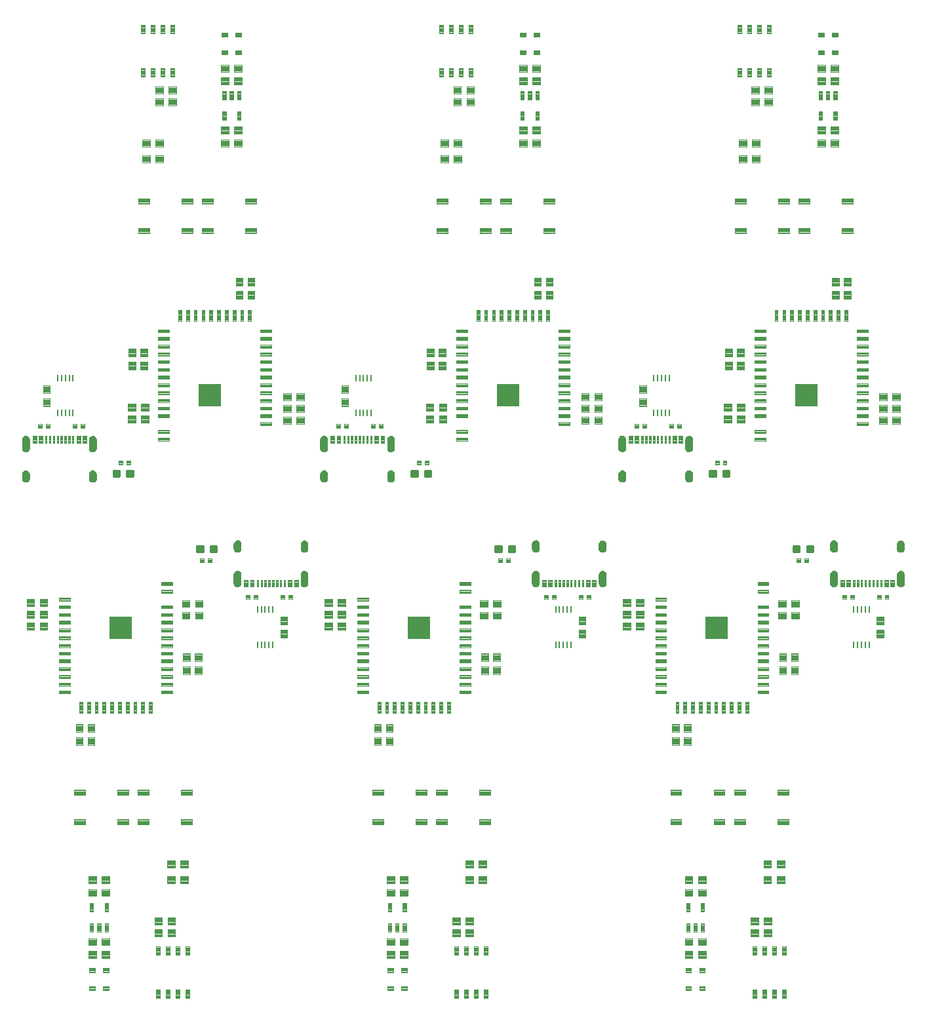
<source format=gtp>
G04 EAGLE Gerber RS-274X export*
G75*
%MOMM*%
%FSLAX34Y34*%
%LPD*%
%INSolderpaste Top*%
%IPPOS*%
%AMOC8*
5,1,8,0,0,1.08239X$1,22.5*%
G01*
%ADD10C,0.099000*%
%ADD11C,0.100000*%
%ADD12R,2.909200X2.909200*%
%ADD13C,0.102000*%
%ADD14C,0.300000*%
%ADD15C,0.099059*%
%ADD16R,0.250000X0.875000*%
%ADD17C,0.100800*%

G36*
X668762Y583925D02*
X668762Y583925D01*
X668766Y583921D01*
X669874Y584091D01*
X669880Y584097D01*
X669885Y584094D01*
X670927Y584506D01*
X670931Y584513D01*
X670936Y584511D01*
X671860Y585145D01*
X671863Y585153D01*
X671869Y585152D01*
X672629Y585976D01*
X672630Y585984D01*
X672635Y585984D01*
X673193Y586956D01*
X673193Y586960D01*
X673194Y586961D01*
X673192Y586963D01*
X673192Y586964D01*
X673198Y586966D01*
X673525Y588038D01*
X673523Y588043D01*
X673526Y588044D01*
X673524Y588047D01*
X673527Y588049D01*
X673608Y589166D01*
X673606Y589169D01*
X673608Y589170D01*
X673608Y601170D01*
X673603Y601177D01*
X673607Y601181D01*
X673388Y602125D01*
X673381Y602131D01*
X673384Y602136D01*
X672960Y603008D01*
X672953Y603011D01*
X672954Y603017D01*
X672347Y603773D01*
X672339Y603775D01*
X672340Y603781D01*
X671579Y604382D01*
X671571Y604382D01*
X671570Y604388D01*
X670695Y604806D01*
X670687Y604804D01*
X670685Y604809D01*
X669739Y605022D01*
X669732Y605018D01*
X669728Y605023D01*
X668759Y605019D01*
X668758Y605019D01*
X667690Y605000D01*
X667689Y605000D01*
X667688Y605000D01*
X667683Y604996D01*
X667679Y604999D01*
X666642Y604743D01*
X666636Y604736D01*
X666631Y604739D01*
X665677Y604258D01*
X665673Y604251D01*
X665668Y604252D01*
X664844Y603571D01*
X664842Y603563D01*
X664837Y603563D01*
X664185Y602716D01*
X664185Y602708D01*
X664180Y602707D01*
X663733Y601736D01*
X663735Y601728D01*
X663730Y601726D01*
X663511Y600680D01*
X663514Y600673D01*
X663510Y600670D01*
X663510Y588670D01*
X663513Y588665D01*
X663510Y588662D01*
X663690Y587567D01*
X663696Y587561D01*
X663693Y587556D01*
X664112Y586528D01*
X664119Y586524D01*
X664117Y586519D01*
X664754Y585610D01*
X664762Y585608D01*
X664762Y585602D01*
X665585Y584858D01*
X665593Y584857D01*
X665594Y584851D01*
X666562Y584309D01*
X666570Y584310D01*
X666572Y584304D01*
X667637Y583991D01*
X667645Y583994D01*
X667648Y583989D01*
X668756Y583921D01*
X668762Y583925D01*
G37*
G36*
X1053826Y583925D02*
X1053826Y583925D01*
X1053830Y583921D01*
X1054938Y584091D01*
X1054944Y584097D01*
X1054949Y584094D01*
X1055991Y584506D01*
X1055995Y584513D01*
X1056000Y584511D01*
X1056924Y585145D01*
X1056927Y585153D01*
X1056933Y585152D01*
X1057693Y585976D01*
X1057694Y585984D01*
X1057699Y585984D01*
X1058257Y586956D01*
X1058257Y586960D01*
X1058258Y586961D01*
X1058256Y586963D01*
X1058256Y586964D01*
X1058262Y586966D01*
X1058589Y588038D01*
X1058587Y588043D01*
X1058590Y588044D01*
X1058588Y588047D01*
X1058591Y588049D01*
X1058672Y589166D01*
X1058670Y589169D01*
X1058672Y589170D01*
X1058672Y601170D01*
X1058667Y601177D01*
X1058671Y601181D01*
X1058452Y602125D01*
X1058445Y602131D01*
X1058448Y602136D01*
X1058024Y603008D01*
X1058017Y603011D01*
X1058018Y603017D01*
X1057411Y603773D01*
X1057403Y603775D01*
X1057404Y603781D01*
X1056643Y604382D01*
X1056635Y604382D01*
X1056634Y604388D01*
X1055759Y604806D01*
X1055751Y604804D01*
X1055749Y604809D01*
X1054803Y605022D01*
X1054796Y605018D01*
X1054792Y605023D01*
X1053823Y605019D01*
X1053822Y605019D01*
X1052754Y605000D01*
X1052753Y605000D01*
X1052752Y605000D01*
X1052747Y604996D01*
X1052743Y604999D01*
X1051706Y604743D01*
X1051700Y604736D01*
X1051695Y604739D01*
X1050741Y604258D01*
X1050737Y604251D01*
X1050732Y604252D01*
X1049908Y603571D01*
X1049906Y603563D01*
X1049901Y603563D01*
X1049249Y602716D01*
X1049249Y602708D01*
X1049244Y602707D01*
X1048797Y601736D01*
X1048799Y601728D01*
X1048794Y601726D01*
X1048575Y600680D01*
X1048578Y600673D01*
X1048574Y600670D01*
X1048574Y588670D01*
X1048577Y588665D01*
X1048574Y588662D01*
X1048754Y587567D01*
X1048760Y587561D01*
X1048757Y587556D01*
X1049176Y586528D01*
X1049183Y586524D01*
X1049181Y586519D01*
X1049818Y585610D01*
X1049826Y585608D01*
X1049826Y585602D01*
X1050649Y584858D01*
X1050657Y584857D01*
X1050658Y584851D01*
X1051626Y584309D01*
X1051634Y584310D01*
X1051636Y584304D01*
X1052701Y583991D01*
X1052709Y583994D01*
X1052712Y583989D01*
X1053820Y583921D01*
X1053826Y583925D01*
G37*
G36*
X283673Y583925D02*
X283673Y583925D01*
X283677Y583921D01*
X284784Y584091D01*
X284790Y584097D01*
X284795Y584094D01*
X285837Y584506D01*
X285841Y584513D01*
X285847Y584511D01*
X286771Y585145D01*
X286774Y585153D01*
X286779Y585152D01*
X287539Y585976D01*
X287540Y585984D01*
X287546Y585984D01*
X288104Y586956D01*
X288103Y586960D01*
X288105Y586961D01*
X288103Y586963D01*
X288103Y586964D01*
X288108Y586966D01*
X288436Y588038D01*
X288434Y588043D01*
X288436Y588044D01*
X288435Y588047D01*
X288438Y588049D01*
X288519Y589166D01*
X288517Y589169D01*
X288519Y589170D01*
X288519Y601170D01*
X288514Y601177D01*
X288517Y601181D01*
X288298Y602125D01*
X288292Y602131D01*
X288295Y602136D01*
X287871Y603008D01*
X287864Y603011D01*
X287865Y603017D01*
X287258Y603773D01*
X287250Y603775D01*
X287250Y603781D01*
X286490Y604382D01*
X286482Y604382D01*
X286481Y604388D01*
X285606Y604806D01*
X285598Y604804D01*
X285595Y604809D01*
X284650Y605022D01*
X284642Y605018D01*
X284639Y605023D01*
X283669Y605019D01*
X282600Y605000D01*
X282599Y605000D01*
X282593Y604996D01*
X282589Y604999D01*
X281552Y604743D01*
X281547Y604736D01*
X281542Y604739D01*
X280588Y604258D01*
X280584Y604251D01*
X280578Y604252D01*
X279755Y603571D01*
X279753Y603563D01*
X279747Y603563D01*
X279096Y602716D01*
X279096Y602708D01*
X279090Y602707D01*
X278644Y601736D01*
X278646Y601728D01*
X278640Y601726D01*
X278421Y600680D01*
X278424Y600673D01*
X278420Y600670D01*
X278420Y588670D01*
X278424Y588665D01*
X278421Y588662D01*
X278601Y587567D01*
X278607Y587561D01*
X278604Y587556D01*
X279023Y586528D01*
X279030Y586524D01*
X279028Y586519D01*
X279665Y585610D01*
X279673Y585608D01*
X279672Y585602D01*
X280496Y584858D01*
X280504Y584857D01*
X280505Y584851D01*
X281473Y584309D01*
X281481Y584310D01*
X281483Y584304D01*
X282548Y583991D01*
X282555Y583994D01*
X282559Y583989D01*
X283666Y583921D01*
X283673Y583925D01*
G37*
G36*
X96340Y758478D02*
X96340Y758478D01*
X96341Y758478D01*
X97409Y758497D01*
X97416Y758502D01*
X97420Y758499D01*
X98457Y758755D01*
X98462Y758761D01*
X98468Y758759D01*
X99422Y759239D01*
X99426Y759246D01*
X99431Y759245D01*
X100255Y759926D01*
X100256Y759934D01*
X100262Y759934D01*
X100913Y760781D01*
X100913Y760789D01*
X100919Y760790D01*
X101366Y761761D01*
X101364Y761769D01*
X101369Y761772D01*
X101588Y762817D01*
X101585Y762824D01*
X101589Y762827D01*
X101589Y774827D01*
X101586Y774832D01*
X101589Y774835D01*
X101409Y775931D01*
X101403Y775936D01*
X101406Y775941D01*
X100987Y776969D01*
X100980Y776973D01*
X100982Y776979D01*
X100345Y777887D01*
X100337Y777890D01*
X100337Y777896D01*
X99514Y778640D01*
X99506Y778641D01*
X99505Y778646D01*
X98537Y779189D01*
X98528Y779188D01*
X98526Y779193D01*
X97462Y779506D01*
X97457Y779504D01*
X97453Y779504D01*
X97451Y779508D01*
X96343Y779577D01*
X96337Y779572D01*
X96333Y779576D01*
X95225Y779406D01*
X95219Y779400D01*
X95214Y779403D01*
X94172Y778991D01*
X94168Y778984D01*
X94163Y778986D01*
X93238Y778353D01*
X93236Y778345D01*
X93230Y778345D01*
X92470Y777522D01*
X92469Y777514D01*
X92463Y777513D01*
X91906Y776541D01*
X91907Y776533D01*
X91901Y776531D01*
X91574Y775459D01*
X91577Y775452D01*
X91572Y775449D01*
X91491Y774331D01*
X91492Y774329D01*
X91491Y774327D01*
X91491Y762327D01*
X91496Y762321D01*
X91492Y762316D01*
X91711Y761372D01*
X91717Y761367D01*
X91715Y761362D01*
X92139Y760490D01*
X92146Y760486D01*
X92144Y760480D01*
X92751Y759725D01*
X92759Y759723D01*
X92759Y759717D01*
X93519Y759115D01*
X93528Y759115D01*
X93529Y759109D01*
X94404Y758692D01*
X94412Y758694D01*
X94414Y758688D01*
X95360Y758476D01*
X95367Y758479D01*
X95371Y758475D01*
X96340Y758478D01*
G37*
G36*
X481404Y758478D02*
X481404Y758478D01*
X481405Y758478D01*
X482473Y758497D01*
X482480Y758502D01*
X482484Y758499D01*
X483521Y758755D01*
X483526Y758761D01*
X483532Y758759D01*
X484486Y759239D01*
X484490Y759246D01*
X484495Y759245D01*
X485319Y759926D01*
X485320Y759934D01*
X485326Y759934D01*
X485977Y760781D01*
X485977Y760789D01*
X485983Y760790D01*
X486430Y761761D01*
X486428Y761769D01*
X486433Y761772D01*
X486652Y762817D01*
X486649Y762824D01*
X486653Y762827D01*
X486653Y774827D01*
X486650Y774832D01*
X486653Y774835D01*
X486473Y775931D01*
X486467Y775936D01*
X486470Y775941D01*
X486051Y776969D01*
X486044Y776973D01*
X486046Y776979D01*
X485409Y777887D01*
X485401Y777890D01*
X485401Y777896D01*
X484578Y778640D01*
X484570Y778641D01*
X484569Y778646D01*
X483601Y779189D01*
X483592Y779188D01*
X483590Y779193D01*
X482526Y779506D01*
X482521Y779504D01*
X482517Y779504D01*
X482515Y779508D01*
X481407Y779577D01*
X481401Y779572D01*
X481397Y779576D01*
X480289Y779406D01*
X480283Y779400D01*
X480278Y779403D01*
X479236Y778991D01*
X479232Y778984D01*
X479227Y778986D01*
X478302Y778353D01*
X478300Y778345D01*
X478294Y778345D01*
X477534Y777522D01*
X477533Y777514D01*
X477527Y777513D01*
X476970Y776541D01*
X476971Y776533D01*
X476965Y776531D01*
X476638Y775459D01*
X476641Y775452D01*
X476636Y775449D01*
X476555Y774331D01*
X476556Y774329D01*
X476555Y774327D01*
X476555Y762327D01*
X476560Y762321D01*
X476556Y762316D01*
X476775Y761372D01*
X476781Y761367D01*
X476779Y761362D01*
X477203Y760490D01*
X477210Y760486D01*
X477208Y760480D01*
X477815Y759725D01*
X477823Y759723D01*
X477823Y759717D01*
X478583Y759115D01*
X478592Y759115D01*
X478593Y759109D01*
X479468Y758692D01*
X479476Y758694D01*
X479478Y758688D01*
X480424Y758476D01*
X480431Y758479D01*
X480435Y758475D01*
X481404Y758478D01*
G37*
G36*
X866494Y758478D02*
X866494Y758478D01*
X867563Y758497D01*
X867569Y758502D01*
X867573Y758499D01*
X868611Y758755D01*
X868616Y758761D01*
X868621Y758759D01*
X869575Y759239D01*
X869579Y759246D01*
X869585Y759245D01*
X870408Y759926D01*
X870410Y759934D01*
X870416Y759934D01*
X871067Y760781D01*
X871067Y760789D01*
X871073Y760790D01*
X871519Y761761D01*
X871517Y761769D01*
X871522Y761772D01*
X871742Y762817D01*
X871738Y762824D01*
X871743Y762827D01*
X871743Y774827D01*
X871739Y774832D01*
X871742Y774835D01*
X871562Y775931D01*
X871556Y775936D01*
X871559Y775941D01*
X871140Y776969D01*
X871133Y776973D01*
X871135Y776979D01*
X870498Y777887D01*
X870490Y777890D01*
X870491Y777896D01*
X869667Y778640D01*
X869659Y778641D01*
X869658Y778646D01*
X868690Y779189D01*
X868682Y779188D01*
X868680Y779193D01*
X867615Y779506D01*
X867611Y779504D01*
X867607Y779504D01*
X867604Y779508D01*
X866496Y779577D01*
X866490Y779572D01*
X866486Y779576D01*
X865378Y779406D01*
X865373Y779400D01*
X865368Y779403D01*
X864326Y778991D01*
X864321Y778984D01*
X864316Y778986D01*
X863392Y778353D01*
X863389Y778345D01*
X863383Y778345D01*
X862623Y777522D01*
X862623Y777514D01*
X862617Y777513D01*
X862059Y776541D01*
X862060Y776533D01*
X862055Y776531D01*
X861727Y775459D01*
X861730Y775452D01*
X861725Y775449D01*
X861644Y774331D01*
X861646Y774329D01*
X861644Y774327D01*
X861644Y762327D01*
X861649Y762321D01*
X861645Y762316D01*
X861865Y761372D01*
X861871Y761367D01*
X861868Y761362D01*
X862292Y760490D01*
X862299Y760486D01*
X862298Y760480D01*
X862905Y759725D01*
X862913Y759723D01*
X862913Y759717D01*
X863673Y759115D01*
X863681Y759115D01*
X863682Y759109D01*
X864557Y758692D01*
X864565Y758694D01*
X864567Y758688D01*
X865513Y758476D01*
X865521Y758479D01*
X865524Y758475D01*
X866494Y758478D01*
G37*
G36*
X370172Y583924D02*
X370172Y583924D01*
X370175Y583921D01*
X371221Y584039D01*
X371227Y584045D01*
X371232Y584041D01*
X372225Y584389D01*
X372229Y584396D01*
X372235Y584394D01*
X373126Y584954D01*
X373129Y584961D01*
X373135Y584961D01*
X373879Y585705D01*
X373880Y585713D01*
X373886Y585713D01*
X374446Y586605D01*
X374445Y586612D01*
X374447Y586613D01*
X374450Y586614D01*
X374798Y587608D01*
X374796Y587616D01*
X374801Y587619D01*
X374918Y588665D01*
X374916Y588668D01*
X374919Y588670D01*
X374919Y600670D01*
X374915Y600675D01*
X374918Y600678D01*
X374761Y601674D01*
X374755Y601680D01*
X374758Y601685D01*
X374383Y602621D01*
X374376Y602625D01*
X374378Y602631D01*
X373803Y603460D01*
X373796Y603463D01*
X373796Y603468D01*
X373052Y604149D01*
X373044Y604150D01*
X373043Y604156D01*
X372166Y604654D01*
X372158Y604653D01*
X372156Y604658D01*
X371190Y604949D01*
X371182Y604946D01*
X371179Y604951D01*
X370173Y605019D01*
X370170Y605018D01*
X370169Y605019D01*
X369088Y605010D01*
X369082Y605005D01*
X369077Y605009D01*
X368026Y604760D01*
X368021Y604753D01*
X368016Y604756D01*
X367046Y604279D01*
X367042Y604271D01*
X367037Y604273D01*
X366197Y603592D01*
X366195Y603584D01*
X366190Y603584D01*
X365523Y602734D01*
X365523Y602725D01*
X365517Y602724D01*
X365056Y601747D01*
X365058Y601739D01*
X365053Y601736D01*
X364821Y600681D01*
X364825Y600673D01*
X364820Y600670D01*
X364820Y588670D01*
X364824Y588665D01*
X364821Y588662D01*
X365013Y587556D01*
X365019Y587551D01*
X365016Y587546D01*
X365449Y586511D01*
X365456Y586507D01*
X365455Y586502D01*
X366107Y585589D01*
X366115Y585587D01*
X366115Y585581D01*
X366954Y584837D01*
X366962Y584836D01*
X366963Y584831D01*
X367947Y584292D01*
X367955Y584293D01*
X367957Y584288D01*
X369036Y583981D01*
X369043Y583984D01*
X369047Y583979D01*
X370167Y583921D01*
X370172Y583924D01*
G37*
G36*
X1140325Y583924D02*
X1140325Y583924D01*
X1140328Y583921D01*
X1141374Y584039D01*
X1141380Y584045D01*
X1141385Y584041D01*
X1142378Y584389D01*
X1142383Y584396D01*
X1142388Y584394D01*
X1143279Y584954D01*
X1143282Y584961D01*
X1143288Y584961D01*
X1144032Y585705D01*
X1144033Y585713D01*
X1144039Y585713D01*
X1144599Y586605D01*
X1144598Y586612D01*
X1144600Y586613D01*
X1144604Y586614D01*
X1144951Y587608D01*
X1144949Y587616D01*
X1144954Y587619D01*
X1145072Y588665D01*
X1145070Y588668D01*
X1145072Y588670D01*
X1145072Y600670D01*
X1145069Y600675D01*
X1145071Y600678D01*
X1144914Y601674D01*
X1144908Y601680D01*
X1144911Y601685D01*
X1144536Y602621D01*
X1144529Y602625D01*
X1144531Y602631D01*
X1143957Y603460D01*
X1143949Y603463D01*
X1143950Y603468D01*
X1143205Y604149D01*
X1143197Y604150D01*
X1143196Y604156D01*
X1142319Y604654D01*
X1142311Y604653D01*
X1142309Y604658D01*
X1141343Y604949D01*
X1141336Y604946D01*
X1141333Y604951D01*
X1140326Y605019D01*
X1140324Y605018D01*
X1140322Y605019D01*
X1139242Y605010D01*
X1139235Y605005D01*
X1139231Y605009D01*
X1138179Y604760D01*
X1138174Y604753D01*
X1138169Y604756D01*
X1137199Y604279D01*
X1137196Y604271D01*
X1137190Y604273D01*
X1136351Y603592D01*
X1136349Y603584D01*
X1136343Y603584D01*
X1135676Y602734D01*
X1135676Y602725D01*
X1135671Y602724D01*
X1135210Y601747D01*
X1135212Y601739D01*
X1135206Y601736D01*
X1134975Y600681D01*
X1134978Y600673D01*
X1134974Y600670D01*
X1134974Y588670D01*
X1134977Y588665D01*
X1134974Y588662D01*
X1135166Y587556D01*
X1135172Y587551D01*
X1135170Y587546D01*
X1135603Y586511D01*
X1135610Y586507D01*
X1135608Y586502D01*
X1136261Y585589D01*
X1136268Y585587D01*
X1136268Y585581D01*
X1137107Y584837D01*
X1137115Y584836D01*
X1137116Y584831D01*
X1138100Y584292D01*
X1138108Y584293D01*
X1138110Y584288D01*
X1139189Y583981D01*
X1139197Y583984D01*
X1139200Y583979D01*
X1140320Y583921D01*
X1140325Y583924D01*
G37*
G36*
X755261Y583924D02*
X755261Y583924D01*
X755264Y583921D01*
X756310Y584039D01*
X756316Y584045D01*
X756321Y584041D01*
X757314Y584389D01*
X757319Y584396D01*
X757324Y584394D01*
X758215Y584954D01*
X758218Y584961D01*
X758224Y584961D01*
X758968Y585705D01*
X758969Y585713D01*
X758975Y585713D01*
X759535Y586605D01*
X759534Y586612D01*
X759536Y586613D01*
X759540Y586614D01*
X759887Y587608D01*
X759885Y587616D01*
X759890Y587619D01*
X760008Y588665D01*
X760006Y588668D01*
X760008Y588670D01*
X760008Y600670D01*
X760005Y600675D01*
X760007Y600678D01*
X759850Y601674D01*
X759844Y601680D01*
X759847Y601685D01*
X759472Y602621D01*
X759465Y602625D01*
X759467Y602631D01*
X758893Y603460D01*
X758885Y603463D01*
X758886Y603468D01*
X758141Y604149D01*
X758133Y604150D01*
X758132Y604156D01*
X757255Y604654D01*
X757247Y604653D01*
X757245Y604658D01*
X756279Y604949D01*
X756272Y604946D01*
X756269Y604951D01*
X755262Y605019D01*
X755260Y605018D01*
X755258Y605019D01*
X754178Y605010D01*
X754171Y605005D01*
X754167Y605009D01*
X753115Y604760D01*
X753110Y604753D01*
X753105Y604756D01*
X752135Y604279D01*
X752132Y604271D01*
X752126Y604273D01*
X751287Y603592D01*
X751285Y603584D01*
X751279Y603584D01*
X750612Y602734D01*
X750612Y602725D01*
X750607Y602724D01*
X750146Y601747D01*
X750148Y601739D01*
X750142Y601736D01*
X749911Y600681D01*
X749914Y600673D01*
X749910Y600670D01*
X749910Y588670D01*
X749913Y588665D01*
X749910Y588662D01*
X750102Y587556D01*
X750108Y587551D01*
X750106Y587546D01*
X750539Y586511D01*
X750546Y586507D01*
X750544Y586502D01*
X751197Y585589D01*
X751204Y585587D01*
X751204Y585581D01*
X752043Y584837D01*
X752051Y584836D01*
X752052Y584831D01*
X753036Y584292D01*
X753044Y584293D01*
X753046Y584288D01*
X754125Y583981D01*
X754133Y583984D01*
X754136Y583979D01*
X755256Y583921D01*
X755261Y583924D01*
G37*
G36*
X10921Y758487D02*
X10921Y758487D01*
X10928Y758492D01*
X10932Y758489D01*
X11984Y758738D01*
X11989Y758744D01*
X11994Y758742D01*
X12964Y759219D01*
X12967Y759226D01*
X12973Y759225D01*
X13812Y759906D01*
X13814Y759913D01*
X13820Y759913D01*
X14486Y760764D01*
X14487Y760772D01*
X14492Y760773D01*
X14953Y761751D01*
X14951Y761759D01*
X14957Y761761D01*
X15188Y762817D01*
X15185Y762824D01*
X15189Y762827D01*
X15189Y774827D01*
X15185Y774833D01*
X15189Y774836D01*
X14996Y775941D01*
X14990Y775947D01*
X14993Y775952D01*
X14560Y776986D01*
X14553Y776990D01*
X14555Y776996D01*
X13902Y777908D01*
X13894Y777911D01*
X13895Y777916D01*
X13056Y778660D01*
X13047Y778661D01*
X13047Y778667D01*
X12063Y779206D01*
X12055Y779204D01*
X12053Y779210D01*
X10974Y779516D01*
X10966Y779513D01*
X10963Y779518D01*
X9843Y779577D01*
X9838Y779573D01*
X9835Y779576D01*
X8789Y779459D01*
X8783Y779453D01*
X8778Y779456D01*
X7784Y779108D01*
X7780Y779102D01*
X7775Y779104D01*
X6883Y778544D01*
X6881Y778536D01*
X6875Y778537D01*
X6131Y777793D01*
X6129Y777785D01*
X6124Y777784D01*
X5564Y776893D01*
X5564Y776885D01*
X5559Y776883D01*
X5211Y775890D01*
X5214Y775882D01*
X5209Y775879D01*
X5091Y774833D01*
X5093Y774829D01*
X5091Y774827D01*
X5091Y762827D01*
X5094Y762823D01*
X5091Y762820D01*
X5249Y761823D01*
X5255Y761818D01*
X5252Y761813D01*
X5627Y760876D01*
X5634Y760872D01*
X5632Y760867D01*
X6206Y760037D01*
X6214Y760035D01*
X6213Y760029D01*
X6957Y759348D01*
X6966Y759347D01*
X6966Y759342D01*
X7843Y758843D01*
X7852Y758845D01*
X7854Y758839D01*
X8819Y758549D01*
X8827Y758551D01*
X8830Y758547D01*
X9837Y758478D01*
X9839Y758480D01*
X9840Y758478D01*
X10921Y758487D01*
G37*
G36*
X395985Y758487D02*
X395985Y758487D01*
X395992Y758492D01*
X395996Y758489D01*
X397048Y758738D01*
X397053Y758744D01*
X397058Y758742D01*
X398028Y759219D01*
X398031Y759226D01*
X398037Y759225D01*
X398876Y759906D01*
X398878Y759913D01*
X398884Y759913D01*
X399550Y760764D01*
X399551Y760772D01*
X399556Y760773D01*
X400017Y761751D01*
X400015Y761759D01*
X400021Y761761D01*
X400252Y762817D01*
X400249Y762824D01*
X400253Y762827D01*
X400253Y774827D01*
X400249Y774833D01*
X400253Y774836D01*
X400060Y775941D01*
X400054Y775947D01*
X400057Y775952D01*
X399624Y776986D01*
X399617Y776990D01*
X399619Y776996D01*
X398966Y777908D01*
X398958Y777911D01*
X398959Y777916D01*
X398120Y778660D01*
X398111Y778661D01*
X398111Y778667D01*
X397127Y779206D01*
X397119Y779204D01*
X397117Y779210D01*
X396038Y779516D01*
X396030Y779513D01*
X396027Y779518D01*
X394907Y779577D01*
X394902Y779573D01*
X394899Y779576D01*
X393853Y779459D01*
X393847Y779453D01*
X393842Y779456D01*
X392848Y779108D01*
X392844Y779102D01*
X392839Y779104D01*
X391947Y778544D01*
X391945Y778536D01*
X391939Y778537D01*
X391195Y777793D01*
X391193Y777785D01*
X391188Y777784D01*
X390628Y776893D01*
X390628Y776885D01*
X390623Y776883D01*
X390275Y775890D01*
X390278Y775882D01*
X390273Y775879D01*
X390155Y774833D01*
X390157Y774829D01*
X390155Y774827D01*
X390155Y762827D01*
X390158Y762823D01*
X390155Y762820D01*
X390313Y761823D01*
X390319Y761818D01*
X390316Y761813D01*
X390691Y760876D01*
X390698Y760872D01*
X390696Y760867D01*
X391270Y760037D01*
X391278Y760035D01*
X391277Y760029D01*
X392021Y759348D01*
X392030Y759347D01*
X392030Y759342D01*
X392907Y758843D01*
X392916Y758845D01*
X392918Y758839D01*
X393883Y758549D01*
X393891Y758551D01*
X393894Y758547D01*
X394901Y758478D01*
X394903Y758480D01*
X394904Y758478D01*
X395985Y758487D01*
G37*
G36*
X781074Y758487D02*
X781074Y758487D01*
X781081Y758492D01*
X781085Y758489D01*
X782137Y758738D01*
X782142Y758744D01*
X782147Y758742D01*
X783117Y759219D01*
X783121Y759226D01*
X783126Y759225D01*
X783965Y759906D01*
X783967Y759913D01*
X783973Y759913D01*
X784640Y760764D01*
X784640Y760772D01*
X784646Y760773D01*
X785106Y761751D01*
X785105Y761759D01*
X785110Y761761D01*
X785342Y762817D01*
X785338Y762824D01*
X785343Y762827D01*
X785343Y774827D01*
X785339Y774833D01*
X785342Y774836D01*
X785150Y775941D01*
X785144Y775947D01*
X785147Y775952D01*
X784714Y776986D01*
X784706Y776990D01*
X784708Y776996D01*
X784056Y777908D01*
X784048Y777911D01*
X784048Y777916D01*
X783209Y778660D01*
X783201Y778661D01*
X783200Y778667D01*
X782216Y779206D01*
X782208Y779204D01*
X782206Y779210D01*
X781127Y779516D01*
X781119Y779513D01*
X781116Y779518D01*
X779996Y779577D01*
X779991Y779573D01*
X779988Y779576D01*
X778942Y779459D01*
X778936Y779453D01*
X778931Y779456D01*
X777938Y779108D01*
X777933Y779102D01*
X777928Y779104D01*
X777037Y778544D01*
X777034Y778536D01*
X777028Y778537D01*
X776284Y777793D01*
X776283Y777785D01*
X776277Y777784D01*
X775717Y776893D01*
X775718Y776885D01*
X775712Y776883D01*
X775365Y775890D01*
X775367Y775882D01*
X775362Y775879D01*
X775244Y774833D01*
X775247Y774829D01*
X775244Y774827D01*
X775244Y762827D01*
X775248Y762823D01*
X775245Y762820D01*
X775402Y761823D01*
X775408Y761818D01*
X775405Y761813D01*
X775780Y760876D01*
X775787Y760872D01*
X775785Y760867D01*
X776359Y760037D01*
X776367Y760035D01*
X776367Y760029D01*
X777111Y759348D01*
X777119Y759347D01*
X777120Y759342D01*
X777997Y758843D01*
X778005Y758845D01*
X778007Y758839D01*
X778973Y758549D01*
X778981Y758551D01*
X778984Y758547D01*
X779990Y758478D01*
X779993Y758480D01*
X779994Y758478D01*
X781074Y758487D01*
G37*
G36*
X96844Y718982D02*
X96844Y718982D01*
X96847Y718979D01*
X97923Y719134D01*
X97928Y719139D01*
X97933Y719136D01*
X98947Y719527D01*
X98951Y719534D01*
X98957Y719532D01*
X99859Y720138D01*
X99861Y720146D01*
X99867Y720145D01*
X100611Y720937D01*
X100612Y720945D01*
X100618Y720946D01*
X101167Y721883D01*
X101166Y721891D01*
X101172Y721893D01*
X101499Y722930D01*
X101496Y722937D01*
X101501Y722940D01*
X101589Y724023D01*
X101587Y724026D01*
X101589Y724027D01*
X101589Y730027D01*
X101586Y730031D01*
X101589Y730034D01*
X101439Y731166D01*
X101433Y731172D01*
X101436Y731177D01*
X101038Y732248D01*
X101031Y732252D01*
X101033Y732257D01*
X100406Y733212D01*
X100398Y733215D01*
X100399Y733221D01*
X99576Y734013D01*
X99568Y734014D01*
X99567Y734019D01*
X98588Y734608D01*
X98580Y734607D01*
X98578Y734613D01*
X97493Y734969D01*
X97485Y734966D01*
X97482Y734971D01*
X96345Y735076D01*
X96336Y735071D01*
X96331Y735076D01*
X95194Y734869D01*
X95188Y734863D01*
X95183Y734866D01*
X94121Y734411D01*
X94117Y734404D01*
X94111Y734405D01*
X93176Y733725D01*
X93174Y733718D01*
X93168Y733718D01*
X92408Y732847D01*
X92408Y732839D01*
X92402Y732838D01*
X91855Y731820D01*
X91856Y731812D01*
X91851Y731810D01*
X91847Y731797D01*
X91847Y731796D01*
X91834Y731747D01*
X91833Y731747D01*
X91834Y731747D01*
X91820Y731698D01*
X91806Y731649D01*
X91793Y731600D01*
X91793Y731599D01*
X91779Y731550D01*
X91766Y731501D01*
X91752Y731452D01*
X91739Y731403D01*
X91739Y731402D01*
X91725Y731353D01*
X91711Y731304D01*
X91698Y731255D01*
X91684Y731206D01*
X91684Y731205D01*
X91671Y731156D01*
X91657Y731107D01*
X91644Y731058D01*
X91630Y731009D01*
X91630Y731008D01*
X91617Y730959D01*
X91616Y730959D01*
X91603Y730910D01*
X91589Y730861D01*
X91544Y730695D01*
X91547Y730688D01*
X91542Y730684D01*
X91491Y729530D01*
X91492Y729528D01*
X91491Y729527D01*
X91491Y723527D01*
X91495Y723522D01*
X91492Y723518D01*
X91704Y722438D01*
X91710Y722432D01*
X91707Y722427D01*
X92154Y721421D01*
X92161Y721417D01*
X92159Y721412D01*
X92819Y720530D01*
X92827Y720528D01*
X92827Y720522D01*
X93666Y719810D01*
X93674Y719809D01*
X93675Y719803D01*
X94652Y719295D01*
X94660Y719297D01*
X94662Y719291D01*
X95727Y719014D01*
X95735Y719017D01*
X95738Y719012D01*
X96839Y718978D01*
X96844Y718982D01*
G37*
G36*
X481908Y718982D02*
X481908Y718982D01*
X481911Y718979D01*
X482987Y719134D01*
X482992Y719139D01*
X482997Y719136D01*
X484011Y719527D01*
X484015Y719534D01*
X484021Y719532D01*
X484923Y720138D01*
X484925Y720146D01*
X484931Y720145D01*
X485675Y720937D01*
X485676Y720945D01*
X485682Y720946D01*
X486231Y721883D01*
X486230Y721891D01*
X486236Y721893D01*
X486563Y722930D01*
X486560Y722937D01*
X486565Y722940D01*
X486653Y724023D01*
X486651Y724026D01*
X486653Y724027D01*
X486653Y730027D01*
X486650Y730031D01*
X486653Y730034D01*
X486503Y731166D01*
X486497Y731172D01*
X486500Y731177D01*
X486102Y732248D01*
X486095Y732252D01*
X486097Y732257D01*
X485470Y733212D01*
X485462Y733215D01*
X485463Y733221D01*
X484640Y734013D01*
X484632Y734014D01*
X484631Y734019D01*
X483652Y734608D01*
X483644Y734607D01*
X483642Y734613D01*
X482557Y734969D01*
X482549Y734966D01*
X482546Y734971D01*
X481409Y735076D01*
X481400Y735071D01*
X481395Y735076D01*
X480258Y734869D01*
X480252Y734863D01*
X480247Y734866D01*
X479185Y734411D01*
X479181Y734404D01*
X479175Y734405D01*
X478240Y733725D01*
X478238Y733718D01*
X478232Y733718D01*
X477472Y732847D01*
X477472Y732839D01*
X477466Y732838D01*
X476919Y731820D01*
X476920Y731812D01*
X476915Y731810D01*
X476911Y731797D01*
X476911Y731796D01*
X476898Y731747D01*
X476897Y731747D01*
X476898Y731747D01*
X476884Y731698D01*
X476870Y731649D01*
X476857Y731600D01*
X476857Y731599D01*
X476843Y731550D01*
X476830Y731501D01*
X476816Y731452D01*
X476803Y731403D01*
X476803Y731402D01*
X476789Y731353D01*
X476775Y731304D01*
X476762Y731255D01*
X476748Y731206D01*
X476748Y731205D01*
X476735Y731156D01*
X476721Y731107D01*
X476708Y731058D01*
X476694Y731009D01*
X476694Y731008D01*
X476681Y730959D01*
X476680Y730959D01*
X476667Y730910D01*
X476653Y730861D01*
X476608Y730695D01*
X476611Y730688D01*
X476606Y730684D01*
X476555Y729530D01*
X476556Y729528D01*
X476555Y729527D01*
X476555Y723527D01*
X476559Y723522D01*
X476556Y723518D01*
X476768Y722438D01*
X476774Y722432D01*
X476771Y722427D01*
X477218Y721421D01*
X477225Y721417D01*
X477223Y721412D01*
X477883Y720530D01*
X477891Y720528D01*
X477891Y720522D01*
X478730Y719810D01*
X478738Y719809D01*
X478739Y719803D01*
X479716Y719295D01*
X479724Y719297D01*
X479726Y719291D01*
X480791Y719014D01*
X480799Y719017D01*
X480802Y719012D01*
X481903Y718978D01*
X481908Y718982D01*
G37*
G36*
X866997Y718982D02*
X866997Y718982D01*
X867000Y718979D01*
X868076Y719134D01*
X868082Y719139D01*
X868087Y719136D01*
X869101Y719527D01*
X869105Y719534D01*
X869110Y719532D01*
X870012Y720138D01*
X870015Y720146D01*
X870020Y720145D01*
X870765Y720937D01*
X870766Y720945D01*
X870771Y720946D01*
X871321Y721883D01*
X871320Y721891D01*
X871325Y721893D01*
X871652Y722930D01*
X871649Y722937D01*
X871654Y722940D01*
X871743Y724023D01*
X871741Y724026D01*
X871743Y724027D01*
X871743Y730027D01*
X871740Y730031D01*
X871742Y730034D01*
X871592Y731166D01*
X871586Y731172D01*
X871589Y731177D01*
X871191Y732248D01*
X871184Y732252D01*
X871186Y732257D01*
X870560Y733212D01*
X870552Y733215D01*
X870553Y733221D01*
X869729Y734013D01*
X869721Y734014D01*
X869720Y734019D01*
X868742Y734608D01*
X868733Y734607D01*
X868731Y734613D01*
X867646Y734969D01*
X867638Y734966D01*
X867635Y734971D01*
X866498Y735076D01*
X866490Y735071D01*
X866485Y735076D01*
X865347Y734869D01*
X865342Y734863D01*
X865337Y734866D01*
X864274Y734411D01*
X864270Y734404D01*
X864265Y734405D01*
X863330Y733725D01*
X863327Y733718D01*
X863322Y733718D01*
X862562Y732847D01*
X862561Y732839D01*
X862555Y732838D01*
X862008Y731820D01*
X862009Y731812D01*
X862004Y731810D01*
X862000Y731797D01*
X862000Y731796D01*
X861987Y731747D01*
X861973Y731698D01*
X861960Y731649D01*
X861946Y731600D01*
X861946Y731599D01*
X861933Y731550D01*
X861919Y731501D01*
X861906Y731452D01*
X861892Y731403D01*
X861892Y731402D01*
X861878Y731353D01*
X861865Y731304D01*
X861851Y731255D01*
X861838Y731206D01*
X861838Y731205D01*
X861824Y731156D01*
X861811Y731107D01*
X861797Y731058D01*
X861783Y731009D01*
X861783Y731008D01*
X861770Y730959D01*
X861756Y730910D01*
X861743Y730861D01*
X861697Y730695D01*
X861700Y730688D01*
X861695Y730684D01*
X861644Y729530D01*
X861645Y729528D01*
X861644Y729527D01*
X861644Y723527D01*
X861648Y723522D01*
X861645Y723518D01*
X861857Y722438D01*
X861863Y722432D01*
X861860Y722427D01*
X862307Y721421D01*
X862314Y721417D01*
X862313Y721412D01*
X862972Y720530D01*
X862980Y720528D01*
X862980Y720522D01*
X863819Y719810D01*
X863827Y719809D01*
X863828Y719803D01*
X864805Y719295D01*
X864813Y719297D01*
X864815Y719291D01*
X865881Y719014D01*
X865888Y719017D01*
X865892Y719012D01*
X866992Y718978D01*
X866997Y718982D01*
G37*
G36*
X283673Y628426D02*
X283673Y628426D01*
X283678Y628422D01*
X284815Y628629D01*
X284821Y628635D01*
X284826Y628632D01*
X285889Y629087D01*
X285893Y629094D01*
X285898Y629092D01*
X286833Y629772D01*
X286835Y629780D01*
X286841Y629779D01*
X287601Y630650D01*
X287602Y630658D01*
X287607Y630659D01*
X288155Y631678D01*
X288153Y631686D01*
X288159Y631688D01*
X288164Y631707D01*
X288178Y631756D01*
X288191Y631806D01*
X288205Y631855D01*
X288218Y631904D01*
X288232Y631953D01*
X288245Y632003D01*
X288259Y632052D01*
X288273Y632101D01*
X288286Y632150D01*
X288300Y632200D01*
X288313Y632249D01*
X288327Y632298D01*
X288340Y632347D01*
X288354Y632397D01*
X288368Y632446D01*
X288381Y632495D01*
X288466Y632802D01*
X288463Y632810D01*
X288467Y632813D01*
X288519Y633968D01*
X288518Y633969D01*
X288519Y633970D01*
X288519Y639970D01*
X288514Y639976D01*
X288518Y639979D01*
X288306Y641060D01*
X288300Y641065D01*
X288303Y641070D01*
X287856Y642076D01*
X287848Y642080D01*
X287850Y642086D01*
X287190Y642967D01*
X287183Y642970D01*
X287183Y642975D01*
X286344Y643688D01*
X286335Y643688D01*
X286335Y643694D01*
X285358Y644202D01*
X285350Y644201D01*
X285348Y644206D01*
X284282Y644484D01*
X284275Y644481D01*
X284271Y644485D01*
X283171Y644519D01*
X283166Y644516D01*
X283162Y644519D01*
X282087Y644364D01*
X282081Y644358D01*
X282076Y644361D01*
X281062Y643971D01*
X281058Y643964D01*
X281052Y643966D01*
X280151Y643359D01*
X280148Y643351D01*
X280142Y643352D01*
X279398Y642560D01*
X279397Y642552D01*
X279392Y642552D01*
X278842Y641614D01*
X278843Y641606D01*
X278838Y641604D01*
X278511Y640568D01*
X278513Y640560D01*
X278509Y640557D01*
X278420Y639474D01*
X278422Y639471D01*
X278420Y639470D01*
X278420Y633470D01*
X278423Y633466D01*
X278421Y633464D01*
X278571Y632331D01*
X278576Y632325D01*
X278573Y632320D01*
X278972Y631250D01*
X278979Y631246D01*
X278977Y631240D01*
X279603Y630285D01*
X279611Y630282D01*
X279610Y630277D01*
X280434Y629485D01*
X280442Y629484D01*
X280442Y629478D01*
X281421Y628889D01*
X281429Y628890D01*
X281431Y628885D01*
X282517Y628529D01*
X282524Y628532D01*
X282527Y628527D01*
X283665Y628421D01*
X283673Y628426D01*
G37*
G36*
X668763Y628426D02*
X668763Y628426D01*
X668768Y628422D01*
X669905Y628629D01*
X669910Y628635D01*
X669915Y628632D01*
X670978Y629087D01*
X670982Y629094D01*
X670988Y629092D01*
X671922Y629772D01*
X671925Y629780D01*
X671931Y629779D01*
X672691Y630650D01*
X672691Y630658D01*
X672697Y630659D01*
X673244Y631678D01*
X673243Y631686D01*
X673248Y631688D01*
X673253Y631707D01*
X673254Y631707D01*
X673253Y631707D01*
X673267Y631756D01*
X673281Y631806D01*
X673294Y631855D01*
X673308Y631904D01*
X673321Y631953D01*
X673335Y632003D01*
X673348Y632052D01*
X673362Y632101D01*
X673376Y632150D01*
X673389Y632200D01*
X673403Y632249D01*
X673416Y632298D01*
X673430Y632347D01*
X673443Y632397D01*
X673457Y632446D01*
X673470Y632495D01*
X673471Y632495D01*
X673555Y632802D01*
X673552Y632810D01*
X673557Y632813D01*
X673608Y633968D01*
X673607Y633969D01*
X673608Y633970D01*
X673608Y639970D01*
X673604Y639976D01*
X673607Y639979D01*
X673395Y641060D01*
X673389Y641065D01*
X673392Y641070D01*
X672945Y642076D01*
X672938Y642080D01*
X672939Y642086D01*
X672280Y642967D01*
X672272Y642970D01*
X672272Y642975D01*
X671433Y643688D01*
X671425Y643688D01*
X671424Y643694D01*
X670447Y644202D01*
X670439Y644201D01*
X670437Y644206D01*
X669372Y644484D01*
X669364Y644481D01*
X669361Y644485D01*
X668260Y644519D01*
X668255Y644516D01*
X668252Y644519D01*
X667176Y644364D01*
X667171Y644358D01*
X667166Y644361D01*
X666152Y643971D01*
X666147Y643964D01*
X666142Y643966D01*
X665240Y643359D01*
X665238Y643351D01*
X665232Y643352D01*
X664488Y642560D01*
X664487Y642552D01*
X664481Y642552D01*
X663932Y641614D01*
X663933Y641606D01*
X663927Y641604D01*
X663600Y640568D01*
X663603Y640560D01*
X663598Y640557D01*
X663510Y639474D01*
X663511Y639471D01*
X663510Y639470D01*
X663510Y633470D01*
X663513Y633466D01*
X663510Y633464D01*
X663660Y632331D01*
X663666Y632325D01*
X663663Y632320D01*
X664061Y631250D01*
X664068Y631246D01*
X664066Y631240D01*
X664693Y630285D01*
X664700Y630282D01*
X664700Y630277D01*
X665523Y629485D01*
X665531Y629484D01*
X665532Y629478D01*
X666511Y628889D01*
X666519Y628890D01*
X666521Y628885D01*
X667606Y628529D01*
X667614Y628532D01*
X667617Y628527D01*
X668754Y628421D01*
X668763Y628426D01*
G37*
G36*
X1053827Y628426D02*
X1053827Y628426D01*
X1053832Y628422D01*
X1054969Y628629D01*
X1054974Y628635D01*
X1054979Y628632D01*
X1056042Y629087D01*
X1056046Y629094D01*
X1056052Y629092D01*
X1056986Y629772D01*
X1056989Y629780D01*
X1056995Y629779D01*
X1057755Y630650D01*
X1057755Y630658D01*
X1057761Y630659D01*
X1058308Y631678D01*
X1058307Y631686D01*
X1058312Y631688D01*
X1058317Y631707D01*
X1058318Y631707D01*
X1058317Y631707D01*
X1058331Y631756D01*
X1058345Y631806D01*
X1058358Y631855D01*
X1058372Y631904D01*
X1058385Y631953D01*
X1058399Y632003D01*
X1058412Y632052D01*
X1058426Y632101D01*
X1058440Y632150D01*
X1058453Y632200D01*
X1058467Y632249D01*
X1058480Y632298D01*
X1058494Y632347D01*
X1058507Y632397D01*
X1058521Y632446D01*
X1058534Y632495D01*
X1058535Y632495D01*
X1058619Y632802D01*
X1058616Y632810D01*
X1058621Y632813D01*
X1058672Y633968D01*
X1058671Y633969D01*
X1058672Y633970D01*
X1058672Y639970D01*
X1058668Y639976D01*
X1058671Y639979D01*
X1058459Y641060D01*
X1058453Y641065D01*
X1058456Y641070D01*
X1058009Y642076D01*
X1058002Y642080D01*
X1058003Y642086D01*
X1057344Y642967D01*
X1057336Y642970D01*
X1057336Y642975D01*
X1056497Y643688D01*
X1056489Y643688D01*
X1056488Y643694D01*
X1055511Y644202D01*
X1055503Y644201D01*
X1055501Y644206D01*
X1054436Y644484D01*
X1054428Y644481D01*
X1054425Y644485D01*
X1053324Y644519D01*
X1053319Y644516D01*
X1053316Y644519D01*
X1052240Y644364D01*
X1052235Y644358D01*
X1052230Y644361D01*
X1051216Y643971D01*
X1051211Y643964D01*
X1051206Y643966D01*
X1050304Y643359D01*
X1050302Y643351D01*
X1050296Y643352D01*
X1049552Y642560D01*
X1049551Y642552D01*
X1049545Y642552D01*
X1048996Y641614D01*
X1048997Y641606D01*
X1048991Y641604D01*
X1048664Y640568D01*
X1048667Y640560D01*
X1048662Y640557D01*
X1048574Y639474D01*
X1048575Y639471D01*
X1048574Y639470D01*
X1048574Y633470D01*
X1048577Y633466D01*
X1048574Y633464D01*
X1048724Y632331D01*
X1048730Y632325D01*
X1048727Y632320D01*
X1049125Y631250D01*
X1049132Y631246D01*
X1049130Y631240D01*
X1049757Y630285D01*
X1049764Y630282D01*
X1049764Y630277D01*
X1050587Y629485D01*
X1050595Y629484D01*
X1050596Y629478D01*
X1051575Y628889D01*
X1051583Y628890D01*
X1051585Y628885D01*
X1052670Y628529D01*
X1052678Y628532D01*
X1052681Y628527D01*
X1053818Y628421D01*
X1053827Y628426D01*
G37*
G36*
X10342Y718983D02*
X10342Y718983D01*
X10347Y718979D01*
X11434Y719124D01*
X11440Y719129D01*
X11445Y719126D01*
X12473Y719510D01*
X12478Y719517D01*
X12483Y719515D01*
X13400Y720118D01*
X13403Y720125D01*
X13409Y720125D01*
X14169Y720916D01*
X14170Y720925D01*
X14176Y720925D01*
X14740Y721866D01*
X14740Y721870D01*
X14741Y721871D01*
X14740Y721872D01*
X14739Y721874D01*
X14745Y721876D01*
X15086Y722919D01*
X15084Y722927D01*
X15088Y722930D01*
X15189Y724023D01*
X15187Y724026D01*
X15189Y724027D01*
X15189Y730027D01*
X15187Y730030D01*
X15189Y730032D01*
X15088Y731125D01*
X15083Y731131D01*
X15086Y731136D01*
X14745Y732179D01*
X14738Y732183D01*
X14740Y732189D01*
X14176Y733130D01*
X14168Y733133D01*
X14169Y733138D01*
X13409Y733930D01*
X13401Y733931D01*
X13400Y733937D01*
X12483Y734540D01*
X12475Y734539D01*
X12473Y734545D01*
X11445Y734928D01*
X11437Y734926D01*
X11434Y734931D01*
X10347Y735076D01*
X10339Y735072D01*
X10335Y735076D01*
X9198Y734971D01*
X9192Y734965D01*
X9187Y734969D01*
X8102Y734613D01*
X8097Y734606D01*
X8092Y734608D01*
X7113Y734019D01*
X7110Y734012D01*
X7104Y734013D01*
X6281Y733221D01*
X6280Y733213D01*
X6274Y733212D01*
X5647Y732257D01*
X5648Y732249D01*
X5642Y732248D01*
X5244Y731177D01*
X5246Y731169D01*
X5241Y731166D01*
X5091Y730034D01*
X5094Y730030D01*
X5091Y730027D01*
X5091Y724027D01*
X5094Y724023D01*
X5091Y724021D01*
X5241Y722889D01*
X5247Y722883D01*
X5244Y722878D01*
X5642Y721807D01*
X5649Y721803D01*
X5647Y721798D01*
X6274Y720842D01*
X6282Y720840D01*
X6281Y720834D01*
X7104Y720042D01*
X7112Y720041D01*
X7113Y720036D01*
X8092Y719447D01*
X8100Y719448D01*
X8102Y719442D01*
X9187Y719086D01*
X9195Y719089D01*
X9198Y719084D01*
X10335Y718978D01*
X10342Y718983D01*
G37*
G36*
X780496Y718983D02*
X780496Y718983D01*
X780500Y718979D01*
X781588Y719124D01*
X781594Y719129D01*
X781598Y719126D01*
X782627Y719510D01*
X782631Y719517D01*
X782637Y719515D01*
X783554Y720118D01*
X783557Y720125D01*
X783562Y720125D01*
X784322Y720916D01*
X784323Y720925D01*
X784329Y720925D01*
X784894Y721866D01*
X784893Y721870D01*
X784894Y721871D01*
X784893Y721872D01*
X784893Y721874D01*
X784898Y721876D01*
X785240Y722919D01*
X785237Y722927D01*
X785242Y722930D01*
X785342Y724023D01*
X785341Y724026D01*
X785343Y724027D01*
X785343Y730027D01*
X785341Y730030D01*
X785342Y730032D01*
X785242Y731125D01*
X785236Y731131D01*
X785240Y731136D01*
X784898Y732179D01*
X784892Y732183D01*
X784894Y732189D01*
X784329Y733130D01*
X784321Y733133D01*
X784322Y733138D01*
X783562Y733930D01*
X783554Y733931D01*
X783554Y733937D01*
X782637Y734540D01*
X782628Y734539D01*
X782627Y734545D01*
X781598Y734928D01*
X781591Y734926D01*
X781588Y734931D01*
X780500Y735076D01*
X780493Y735072D01*
X780489Y735076D01*
X779351Y734971D01*
X779345Y734965D01*
X779341Y734969D01*
X778255Y734613D01*
X778251Y734606D01*
X778245Y734608D01*
X777266Y734019D01*
X777263Y734012D01*
X777258Y734013D01*
X776434Y733221D01*
X776433Y733213D01*
X776427Y733212D01*
X775801Y732257D01*
X775801Y732249D01*
X775796Y732248D01*
X775397Y731177D01*
X775400Y731169D01*
X775395Y731166D01*
X775245Y730034D01*
X775247Y730030D01*
X775244Y730027D01*
X775244Y724027D01*
X775247Y724023D01*
X775245Y724021D01*
X775395Y722889D01*
X775400Y722883D01*
X775397Y722878D01*
X775796Y721807D01*
X775803Y721803D01*
X775801Y721798D01*
X776427Y720842D01*
X776435Y720840D01*
X776434Y720834D01*
X777258Y720042D01*
X777266Y720041D01*
X777266Y720036D01*
X778245Y719447D01*
X778253Y719448D01*
X778255Y719442D01*
X779341Y719086D01*
X779348Y719089D01*
X779351Y719084D01*
X780489Y718978D01*
X780496Y718983D01*
G37*
G36*
X395406Y718983D02*
X395406Y718983D01*
X395411Y718979D01*
X396498Y719124D01*
X396504Y719129D01*
X396509Y719126D01*
X397537Y719510D01*
X397542Y719517D01*
X397547Y719515D01*
X398464Y720118D01*
X398467Y720125D01*
X398473Y720125D01*
X399233Y720916D01*
X399234Y720925D01*
X399240Y720925D01*
X399804Y721866D01*
X399804Y721870D01*
X399805Y721871D01*
X399804Y721872D01*
X399803Y721874D01*
X399809Y721876D01*
X400150Y722919D01*
X400148Y722927D01*
X400152Y722930D01*
X400253Y724023D01*
X400251Y724026D01*
X400253Y724027D01*
X400253Y730027D01*
X400251Y730030D01*
X400253Y730032D01*
X400152Y731125D01*
X400147Y731131D01*
X400150Y731136D01*
X399809Y732179D01*
X399802Y732183D01*
X399804Y732189D01*
X399240Y733130D01*
X399232Y733133D01*
X399233Y733138D01*
X398473Y733930D01*
X398465Y733931D01*
X398464Y733937D01*
X397547Y734540D01*
X397539Y734539D01*
X397537Y734545D01*
X396509Y734928D01*
X396501Y734926D01*
X396498Y734931D01*
X395411Y735076D01*
X395403Y735072D01*
X395399Y735076D01*
X394262Y734971D01*
X394256Y734965D01*
X394251Y734969D01*
X393166Y734613D01*
X393161Y734606D01*
X393156Y734608D01*
X392177Y734019D01*
X392174Y734012D01*
X392168Y734013D01*
X391345Y733221D01*
X391344Y733213D01*
X391338Y733212D01*
X390711Y732257D01*
X390712Y732249D01*
X390706Y732248D01*
X390308Y731177D01*
X390310Y731169D01*
X390305Y731166D01*
X390155Y730034D01*
X390158Y730030D01*
X390155Y730027D01*
X390155Y724027D01*
X390158Y724023D01*
X390155Y724021D01*
X390305Y722889D01*
X390311Y722883D01*
X390308Y722878D01*
X390706Y721807D01*
X390713Y721803D01*
X390711Y721798D01*
X391338Y720842D01*
X391346Y720840D01*
X391345Y720834D01*
X392168Y720042D01*
X392176Y720041D01*
X392177Y720036D01*
X393156Y719447D01*
X393164Y719448D01*
X393166Y719442D01*
X394251Y719086D01*
X394259Y719089D01*
X394262Y719084D01*
X395399Y718978D01*
X395406Y718983D01*
G37*
G36*
X1140965Y628527D02*
X1140965Y628527D01*
X1140971Y628532D01*
X1140976Y628529D01*
X1142061Y628885D01*
X1142066Y628892D01*
X1142071Y628889D01*
X1143050Y629478D01*
X1143053Y629486D01*
X1143059Y629485D01*
X1143882Y630277D01*
X1143883Y630285D01*
X1143889Y630285D01*
X1144516Y631240D01*
X1144515Y631248D01*
X1144521Y631250D01*
X1144919Y632320D01*
X1144916Y632328D01*
X1144922Y632331D01*
X1145072Y633464D01*
X1145069Y633468D01*
X1145072Y633470D01*
X1145072Y639470D01*
X1145069Y639474D01*
X1145072Y639476D01*
X1144922Y640609D01*
X1144916Y640615D01*
X1144919Y640620D01*
X1144521Y641690D01*
X1144514Y641694D01*
X1144516Y641700D01*
X1143889Y642655D01*
X1143881Y642658D01*
X1143882Y642663D01*
X1143059Y643455D01*
X1143050Y643456D01*
X1143050Y643462D01*
X1142071Y644051D01*
X1142063Y644050D01*
X1142061Y644055D01*
X1140976Y644411D01*
X1140968Y644409D01*
X1140965Y644413D01*
X1139827Y644519D01*
X1139820Y644515D01*
X1139816Y644519D01*
X1138728Y644374D01*
X1138723Y644368D01*
X1138718Y644371D01*
X1137689Y643988D01*
X1137685Y643981D01*
X1137680Y643983D01*
X1136762Y643380D01*
X1136760Y643372D01*
X1136754Y643373D01*
X1135994Y642581D01*
X1135993Y642573D01*
X1135987Y642572D01*
X1135422Y641631D01*
X1135423Y641623D01*
X1135418Y641621D01*
X1135077Y640578D01*
X1135079Y640570D01*
X1135074Y640567D01*
X1134974Y639475D01*
X1134976Y639472D01*
X1134974Y639470D01*
X1134974Y633470D01*
X1134976Y633467D01*
X1134974Y633466D01*
X1135074Y632373D01*
X1135080Y632367D01*
X1135077Y632362D01*
X1135418Y631319D01*
X1135425Y631314D01*
X1135422Y631309D01*
X1135987Y630368D01*
X1135995Y630365D01*
X1135994Y630359D01*
X1136754Y629567D01*
X1136762Y629566D01*
X1136762Y629560D01*
X1137680Y628958D01*
X1137688Y628958D01*
X1137689Y628953D01*
X1138718Y628569D01*
X1138726Y628571D01*
X1138728Y628566D01*
X1139816Y628421D01*
X1139823Y628425D01*
X1139827Y628421D01*
X1140965Y628527D01*
G37*
G36*
X370811Y628527D02*
X370811Y628527D01*
X370817Y628532D01*
X370822Y628529D01*
X371907Y628885D01*
X371912Y628892D01*
X371918Y628889D01*
X372896Y629478D01*
X372899Y629486D01*
X372905Y629485D01*
X373729Y630277D01*
X373730Y630285D01*
X373736Y630285D01*
X374362Y631240D01*
X374362Y631248D01*
X374367Y631250D01*
X374765Y632320D01*
X374763Y632328D01*
X374768Y632331D01*
X374918Y633464D01*
X374916Y633468D01*
X374919Y633470D01*
X374919Y639470D01*
X374916Y639474D01*
X374918Y639476D01*
X374768Y640609D01*
X374762Y640615D01*
X374765Y640620D01*
X374367Y641690D01*
X374360Y641694D01*
X374362Y641700D01*
X373736Y642655D01*
X373728Y642658D01*
X373729Y642663D01*
X372905Y643455D01*
X372897Y643456D01*
X372896Y643462D01*
X371918Y644051D01*
X371909Y644050D01*
X371907Y644055D01*
X370822Y644411D01*
X370814Y644409D01*
X370811Y644413D01*
X369674Y644519D01*
X369667Y644515D01*
X369663Y644519D01*
X368575Y644374D01*
X368569Y644368D01*
X368564Y644371D01*
X367536Y643988D01*
X367532Y643981D01*
X367526Y643983D01*
X366609Y643380D01*
X366606Y643372D01*
X366601Y643373D01*
X365841Y642581D01*
X365840Y642573D01*
X365834Y642572D01*
X365269Y641631D01*
X365270Y641623D01*
X365264Y641621D01*
X364923Y640578D01*
X364926Y640570D01*
X364921Y640567D01*
X364820Y639475D01*
X364822Y639472D01*
X364820Y639470D01*
X364820Y633470D01*
X364822Y633467D01*
X364820Y633466D01*
X364921Y632373D01*
X364927Y632367D01*
X364923Y632362D01*
X365264Y631319D01*
X365271Y631314D01*
X365269Y631309D01*
X365834Y630368D01*
X365841Y630365D01*
X365841Y630359D01*
X366601Y629567D01*
X366609Y629566D01*
X366609Y629560D01*
X367526Y628958D01*
X367534Y628958D01*
X367536Y628953D01*
X368564Y628569D01*
X368572Y628571D01*
X368575Y628566D01*
X369663Y628421D01*
X369670Y628425D01*
X369674Y628421D01*
X370811Y628527D01*
G37*
G36*
X755901Y628527D02*
X755901Y628527D01*
X755907Y628532D01*
X755912Y628529D01*
X756997Y628885D01*
X757002Y628892D01*
X757007Y628889D01*
X757986Y629478D01*
X757989Y629486D01*
X757995Y629485D01*
X758818Y630277D01*
X758819Y630285D01*
X758825Y630285D01*
X759452Y631240D01*
X759451Y631248D01*
X759457Y631250D01*
X759855Y632320D01*
X759852Y632328D01*
X759858Y632331D01*
X760008Y633464D01*
X760005Y633468D01*
X760008Y633470D01*
X760008Y639470D01*
X760005Y639474D01*
X760008Y639476D01*
X759858Y640609D01*
X759852Y640615D01*
X759855Y640620D01*
X759457Y641690D01*
X759450Y641694D01*
X759452Y641700D01*
X758825Y642655D01*
X758817Y642658D01*
X758818Y642663D01*
X757995Y643455D01*
X757986Y643456D01*
X757986Y643462D01*
X757007Y644051D01*
X756999Y644050D01*
X756997Y644055D01*
X755912Y644411D01*
X755904Y644409D01*
X755901Y644413D01*
X754763Y644519D01*
X754756Y644515D01*
X754752Y644519D01*
X753664Y644374D01*
X753659Y644368D01*
X753654Y644371D01*
X752625Y643988D01*
X752621Y643981D01*
X752616Y643983D01*
X751698Y643380D01*
X751696Y643372D01*
X751690Y643373D01*
X750930Y642581D01*
X750929Y642573D01*
X750923Y642572D01*
X750358Y641631D01*
X750359Y641623D01*
X750354Y641621D01*
X750013Y640578D01*
X750015Y640570D01*
X750010Y640567D01*
X749910Y639475D01*
X749912Y639472D01*
X749910Y639470D01*
X749910Y633470D01*
X749912Y633467D01*
X749910Y633466D01*
X750010Y632373D01*
X750016Y632367D01*
X750013Y632362D01*
X750354Y631319D01*
X750361Y631314D01*
X750358Y631309D01*
X750923Y630368D01*
X750931Y630365D01*
X750930Y630359D01*
X751690Y629567D01*
X751698Y629566D01*
X751698Y629560D01*
X752616Y628958D01*
X752624Y628958D01*
X752625Y628953D01*
X753654Y628569D01*
X753662Y628571D01*
X753664Y628566D01*
X754752Y628421D01*
X754759Y628425D01*
X754763Y628421D01*
X755901Y628527D01*
G37*
D10*
X97174Y138974D02*
X92664Y138974D01*
X92664Y149984D01*
X97174Y149984D01*
X97174Y138974D01*
X97174Y139914D02*
X92664Y139914D01*
X92664Y140854D02*
X97174Y140854D01*
X97174Y141794D02*
X92664Y141794D01*
X92664Y142734D02*
X97174Y142734D01*
X97174Y143674D02*
X92664Y143674D01*
X92664Y144614D02*
X97174Y144614D01*
X97174Y145554D02*
X92664Y145554D01*
X92664Y146494D02*
X97174Y146494D01*
X97174Y147434D02*
X92664Y147434D01*
X92664Y148374D02*
X97174Y148374D01*
X97174Y149314D02*
X92664Y149314D01*
X102164Y138974D02*
X106674Y138974D01*
X102164Y138974D02*
X102164Y149984D01*
X106674Y149984D01*
X106674Y138974D01*
X106674Y139914D02*
X102164Y139914D01*
X102164Y140854D02*
X106674Y140854D01*
X106674Y141794D02*
X102164Y141794D01*
X102164Y142734D02*
X106674Y142734D01*
X106674Y143674D02*
X102164Y143674D01*
X102164Y144614D02*
X106674Y144614D01*
X106674Y145554D02*
X102164Y145554D01*
X102164Y146494D02*
X106674Y146494D01*
X106674Y147434D02*
X102164Y147434D01*
X102164Y148374D02*
X106674Y148374D01*
X106674Y149314D02*
X102164Y149314D01*
X111664Y138974D02*
X116174Y138974D01*
X111664Y138974D02*
X111664Y149984D01*
X116174Y149984D01*
X116174Y138974D01*
X116174Y139914D02*
X111664Y139914D01*
X111664Y140854D02*
X116174Y140854D01*
X116174Y141794D02*
X111664Y141794D01*
X111664Y142734D02*
X116174Y142734D01*
X116174Y143674D02*
X111664Y143674D01*
X111664Y144614D02*
X116174Y144614D01*
X116174Y145554D02*
X111664Y145554D01*
X111664Y146494D02*
X116174Y146494D01*
X116174Y147434D02*
X111664Y147434D01*
X111664Y148374D02*
X116174Y148374D01*
X116174Y149314D02*
X111664Y149314D01*
X111664Y164976D02*
X116174Y164976D01*
X111664Y164976D02*
X111664Y175986D01*
X116174Y175986D01*
X116174Y164976D01*
X116174Y165916D02*
X111664Y165916D01*
X111664Y166856D02*
X116174Y166856D01*
X116174Y167796D02*
X111664Y167796D01*
X111664Y168736D02*
X116174Y168736D01*
X116174Y169676D02*
X111664Y169676D01*
X111664Y170616D02*
X116174Y170616D01*
X116174Y171556D02*
X111664Y171556D01*
X111664Y172496D02*
X116174Y172496D01*
X116174Y173436D02*
X111664Y173436D01*
X111664Y174376D02*
X116174Y174376D01*
X116174Y175316D02*
X111664Y175316D01*
X97174Y164976D02*
X92664Y164976D01*
X92664Y175986D01*
X97174Y175986D01*
X97174Y164976D01*
X97174Y165916D02*
X92664Y165916D01*
X92664Y166856D02*
X97174Y166856D01*
X97174Y167796D02*
X92664Y167796D01*
X92664Y168736D02*
X97174Y168736D01*
X97174Y169676D02*
X92664Y169676D01*
X92664Y170616D02*
X97174Y170616D01*
X97174Y171556D02*
X92664Y171556D01*
X92664Y172496D02*
X97174Y172496D01*
X97174Y173436D02*
X92664Y173436D01*
X92664Y174376D02*
X97174Y174376D01*
X97174Y175316D02*
X92664Y175316D01*
D11*
X90919Y104720D02*
X100919Y104720D01*
X90919Y104720D02*
X90919Y113720D01*
X100919Y113720D01*
X100919Y104720D01*
X100919Y105670D02*
X90919Y105670D01*
X90919Y106620D02*
X100919Y106620D01*
X100919Y107570D02*
X90919Y107570D01*
X90919Y108520D02*
X100919Y108520D01*
X100919Y109470D02*
X90919Y109470D01*
X90919Y110420D02*
X100919Y110420D01*
X100919Y111370D02*
X90919Y111370D01*
X90919Y112320D02*
X100919Y112320D01*
X100919Y113270D02*
X90919Y113270D01*
X107919Y104720D02*
X117919Y104720D01*
X107919Y104720D02*
X107919Y113720D01*
X117919Y113720D01*
X117919Y104720D01*
X117919Y105670D02*
X107919Y105670D01*
X107919Y106620D02*
X117919Y106620D01*
X117919Y107570D02*
X107919Y107570D01*
X107919Y108520D02*
X117919Y108520D01*
X117919Y109470D02*
X107919Y109470D01*
X107919Y110420D02*
X117919Y110420D01*
X117919Y111370D02*
X107919Y111370D01*
X107919Y112320D02*
X117919Y112320D01*
X117919Y113270D02*
X107919Y113270D01*
X100919Y121230D02*
X90919Y121230D01*
X90919Y130230D01*
X100919Y130230D01*
X100919Y121230D01*
X100919Y122180D02*
X90919Y122180D01*
X90919Y123130D02*
X100919Y123130D01*
X100919Y124080D02*
X90919Y124080D01*
X90919Y125030D02*
X100919Y125030D01*
X100919Y125980D02*
X90919Y125980D01*
X90919Y126930D02*
X100919Y126930D01*
X100919Y127880D02*
X90919Y127880D01*
X90919Y128830D02*
X100919Y128830D01*
X100919Y129780D02*
X90919Y129780D01*
X107919Y121230D02*
X117919Y121230D01*
X107919Y121230D02*
X107919Y130230D01*
X117919Y130230D01*
X117919Y121230D01*
X117919Y122180D02*
X107919Y122180D01*
X107919Y123130D02*
X117919Y123130D01*
X117919Y124080D02*
X107919Y124080D01*
X107919Y125030D02*
X117919Y125030D01*
X117919Y125980D02*
X107919Y125980D01*
X107919Y126930D02*
X117919Y126930D01*
X117919Y127880D02*
X107919Y127880D01*
X107919Y128830D02*
X117919Y128830D01*
X117919Y129780D02*
X107919Y129780D01*
D12*
X132109Y531440D03*
D11*
X67009Y446440D02*
X53009Y446440D01*
X53009Y450440D01*
X67009Y450440D01*
X67009Y446440D01*
X67009Y447390D02*
X53009Y447390D01*
X53009Y448340D02*
X67009Y448340D01*
X67009Y449290D02*
X53009Y449290D01*
X53009Y450240D02*
X67009Y450240D01*
X67009Y456440D02*
X53009Y456440D01*
X53009Y460440D01*
X67009Y460440D01*
X67009Y456440D01*
X67009Y457390D02*
X53009Y457390D01*
X53009Y458340D02*
X67009Y458340D01*
X67009Y459290D02*
X53009Y459290D01*
X53009Y460240D02*
X67009Y460240D01*
X67009Y566440D02*
X53009Y566440D01*
X53009Y570440D01*
X67009Y570440D01*
X67009Y566440D01*
X67009Y567390D02*
X53009Y567390D01*
X53009Y568340D02*
X67009Y568340D01*
X67009Y569290D02*
X53009Y569290D01*
X53009Y570240D02*
X67009Y570240D01*
X67009Y556440D02*
X53009Y556440D01*
X53009Y560440D01*
X67009Y560440D01*
X67009Y556440D01*
X67009Y557390D02*
X53009Y557390D01*
X53009Y558340D02*
X67009Y558340D01*
X67009Y559290D02*
X53009Y559290D01*
X53009Y560240D02*
X67009Y560240D01*
X67009Y546440D02*
X53009Y546440D01*
X53009Y550440D01*
X67009Y550440D01*
X67009Y546440D01*
X67009Y547390D02*
X53009Y547390D01*
X53009Y548340D02*
X67009Y548340D01*
X67009Y549290D02*
X53009Y549290D01*
X53009Y550240D02*
X67009Y550240D01*
X67009Y536440D02*
X53009Y536440D01*
X53009Y540440D01*
X67009Y540440D01*
X67009Y536440D01*
X67009Y537390D02*
X53009Y537390D01*
X53009Y538340D02*
X67009Y538340D01*
X67009Y539290D02*
X53009Y539290D01*
X53009Y540240D02*
X67009Y540240D01*
X67009Y526440D02*
X53009Y526440D01*
X53009Y530440D01*
X67009Y530440D01*
X67009Y526440D01*
X67009Y527390D02*
X53009Y527390D01*
X53009Y528340D02*
X67009Y528340D01*
X67009Y529290D02*
X53009Y529290D01*
X53009Y530240D02*
X67009Y530240D01*
X67009Y516440D02*
X53009Y516440D01*
X53009Y520440D01*
X67009Y520440D01*
X67009Y516440D01*
X67009Y517390D02*
X53009Y517390D01*
X53009Y518340D02*
X67009Y518340D01*
X67009Y519290D02*
X53009Y519290D01*
X53009Y520240D02*
X67009Y520240D01*
X67009Y506440D02*
X53009Y506440D01*
X53009Y510440D01*
X67009Y510440D01*
X67009Y506440D01*
X67009Y507390D02*
X53009Y507390D01*
X53009Y508340D02*
X67009Y508340D01*
X67009Y509290D02*
X53009Y509290D01*
X53009Y510240D02*
X67009Y510240D01*
X67009Y496440D02*
X53009Y496440D01*
X53009Y500440D01*
X67009Y500440D01*
X67009Y496440D01*
X67009Y497390D02*
X53009Y497390D01*
X53009Y498340D02*
X67009Y498340D01*
X67009Y499290D02*
X53009Y499290D01*
X53009Y500240D02*
X67009Y500240D01*
X67009Y486440D02*
X53009Y486440D01*
X53009Y490440D01*
X67009Y490440D01*
X67009Y486440D01*
X67009Y487390D02*
X53009Y487390D01*
X53009Y488340D02*
X67009Y488340D01*
X67009Y489290D02*
X53009Y489290D01*
X53009Y490240D02*
X67009Y490240D01*
X67009Y476440D02*
X53009Y476440D01*
X53009Y480440D01*
X67009Y480440D01*
X67009Y476440D01*
X67009Y477390D02*
X53009Y477390D01*
X53009Y478340D02*
X67009Y478340D01*
X67009Y479290D02*
X53009Y479290D01*
X53009Y480240D02*
X67009Y480240D01*
X67009Y466440D02*
X53009Y466440D01*
X53009Y470440D01*
X67009Y470440D01*
X67009Y466440D01*
X67009Y467390D02*
X53009Y467390D01*
X53009Y468340D02*
X67009Y468340D01*
X67009Y469290D02*
X53009Y469290D01*
X53009Y470240D02*
X67009Y470240D01*
X83009Y435440D02*
X83009Y421440D01*
X79009Y421440D01*
X79009Y435440D01*
X83009Y435440D01*
X83009Y422390D02*
X79009Y422390D01*
X79009Y423340D02*
X83009Y423340D01*
X83009Y424290D02*
X79009Y424290D01*
X79009Y425240D02*
X83009Y425240D01*
X83009Y426190D02*
X79009Y426190D01*
X79009Y427140D02*
X83009Y427140D01*
X83009Y428090D02*
X79009Y428090D01*
X79009Y429040D02*
X83009Y429040D01*
X83009Y429990D02*
X79009Y429990D01*
X79009Y430940D02*
X83009Y430940D01*
X83009Y431890D02*
X79009Y431890D01*
X79009Y432840D02*
X83009Y432840D01*
X83009Y433790D02*
X79009Y433790D01*
X79009Y434740D02*
X83009Y434740D01*
X93009Y435440D02*
X93009Y421440D01*
X89009Y421440D01*
X89009Y435440D01*
X93009Y435440D01*
X93009Y422390D02*
X89009Y422390D01*
X89009Y423340D02*
X93009Y423340D01*
X93009Y424290D02*
X89009Y424290D01*
X89009Y425240D02*
X93009Y425240D01*
X93009Y426190D02*
X89009Y426190D01*
X89009Y427140D02*
X93009Y427140D01*
X93009Y428090D02*
X89009Y428090D01*
X89009Y429040D02*
X93009Y429040D01*
X93009Y429990D02*
X89009Y429990D01*
X89009Y430940D02*
X93009Y430940D01*
X93009Y431890D02*
X89009Y431890D01*
X89009Y432840D02*
X93009Y432840D01*
X93009Y433790D02*
X89009Y433790D01*
X89009Y434740D02*
X93009Y434740D01*
X113009Y435440D02*
X113009Y421440D01*
X109009Y421440D01*
X109009Y435440D01*
X113009Y435440D01*
X113009Y422390D02*
X109009Y422390D01*
X109009Y423340D02*
X113009Y423340D01*
X113009Y424290D02*
X109009Y424290D01*
X109009Y425240D02*
X113009Y425240D01*
X113009Y426190D02*
X109009Y426190D01*
X109009Y427140D02*
X113009Y427140D01*
X113009Y428090D02*
X109009Y428090D01*
X109009Y429040D02*
X113009Y429040D01*
X113009Y429990D02*
X109009Y429990D01*
X109009Y430940D02*
X113009Y430940D01*
X113009Y431890D02*
X109009Y431890D01*
X109009Y432840D02*
X113009Y432840D01*
X113009Y433790D02*
X109009Y433790D01*
X109009Y434740D02*
X113009Y434740D01*
X103009Y435440D02*
X103009Y421440D01*
X99009Y421440D01*
X99009Y435440D01*
X103009Y435440D01*
X103009Y422390D02*
X99009Y422390D01*
X99009Y423340D02*
X103009Y423340D01*
X103009Y424290D02*
X99009Y424290D01*
X99009Y425240D02*
X103009Y425240D01*
X103009Y426190D02*
X99009Y426190D01*
X99009Y427140D02*
X103009Y427140D01*
X103009Y428090D02*
X99009Y428090D01*
X99009Y429040D02*
X103009Y429040D01*
X103009Y429990D02*
X99009Y429990D01*
X99009Y430940D02*
X103009Y430940D01*
X103009Y431890D02*
X99009Y431890D01*
X99009Y432840D02*
X103009Y432840D01*
X103009Y433790D02*
X99009Y433790D01*
X99009Y434740D02*
X103009Y434740D01*
X123009Y435440D02*
X123009Y421440D01*
X119009Y421440D01*
X119009Y435440D01*
X123009Y435440D01*
X123009Y422390D02*
X119009Y422390D01*
X119009Y423340D02*
X123009Y423340D01*
X123009Y424290D02*
X119009Y424290D01*
X119009Y425240D02*
X123009Y425240D01*
X123009Y426190D02*
X119009Y426190D01*
X119009Y427140D02*
X123009Y427140D01*
X123009Y428090D02*
X119009Y428090D01*
X119009Y429040D02*
X123009Y429040D01*
X123009Y429990D02*
X119009Y429990D01*
X119009Y430940D02*
X123009Y430940D01*
X123009Y431890D02*
X119009Y431890D01*
X119009Y432840D02*
X123009Y432840D01*
X123009Y433790D02*
X119009Y433790D01*
X119009Y434740D02*
X123009Y434740D01*
X133009Y435440D02*
X133009Y421440D01*
X129009Y421440D01*
X129009Y435440D01*
X133009Y435440D01*
X133009Y422390D02*
X129009Y422390D01*
X129009Y423340D02*
X133009Y423340D01*
X133009Y424290D02*
X129009Y424290D01*
X129009Y425240D02*
X133009Y425240D01*
X133009Y426190D02*
X129009Y426190D01*
X129009Y427140D02*
X133009Y427140D01*
X133009Y428090D02*
X129009Y428090D01*
X129009Y429040D02*
X133009Y429040D01*
X133009Y429990D02*
X129009Y429990D01*
X129009Y430940D02*
X133009Y430940D01*
X133009Y431890D02*
X129009Y431890D01*
X129009Y432840D02*
X133009Y432840D01*
X133009Y433790D02*
X129009Y433790D01*
X129009Y434740D02*
X133009Y434740D01*
X143009Y435440D02*
X143009Y421440D01*
X139009Y421440D01*
X139009Y435440D01*
X143009Y435440D01*
X143009Y422390D02*
X139009Y422390D01*
X139009Y423340D02*
X143009Y423340D01*
X143009Y424290D02*
X139009Y424290D01*
X139009Y425240D02*
X143009Y425240D01*
X143009Y426190D02*
X139009Y426190D01*
X139009Y427140D02*
X143009Y427140D01*
X143009Y428090D02*
X139009Y428090D01*
X139009Y429040D02*
X143009Y429040D01*
X143009Y429990D02*
X139009Y429990D01*
X139009Y430940D02*
X143009Y430940D01*
X143009Y431890D02*
X139009Y431890D01*
X139009Y432840D02*
X143009Y432840D01*
X143009Y433790D02*
X139009Y433790D01*
X139009Y434740D02*
X143009Y434740D01*
X153009Y435440D02*
X153009Y421440D01*
X149009Y421440D01*
X149009Y435440D01*
X153009Y435440D01*
X153009Y422390D02*
X149009Y422390D01*
X149009Y423340D02*
X153009Y423340D01*
X153009Y424290D02*
X149009Y424290D01*
X149009Y425240D02*
X153009Y425240D01*
X153009Y426190D02*
X149009Y426190D01*
X149009Y427140D02*
X153009Y427140D01*
X153009Y428090D02*
X149009Y428090D01*
X149009Y429040D02*
X153009Y429040D01*
X153009Y429990D02*
X149009Y429990D01*
X149009Y430940D02*
X153009Y430940D01*
X153009Y431890D02*
X149009Y431890D01*
X149009Y432840D02*
X153009Y432840D01*
X153009Y433790D02*
X149009Y433790D01*
X149009Y434740D02*
X153009Y434740D01*
X163009Y435440D02*
X163009Y421440D01*
X159009Y421440D01*
X159009Y435440D01*
X163009Y435440D01*
X163009Y422390D02*
X159009Y422390D01*
X159009Y423340D02*
X163009Y423340D01*
X163009Y424290D02*
X159009Y424290D01*
X159009Y425240D02*
X163009Y425240D01*
X163009Y426190D02*
X159009Y426190D01*
X159009Y427140D02*
X163009Y427140D01*
X163009Y428090D02*
X159009Y428090D01*
X159009Y429040D02*
X163009Y429040D01*
X163009Y429990D02*
X159009Y429990D01*
X159009Y430940D02*
X163009Y430940D01*
X163009Y431890D02*
X159009Y431890D01*
X159009Y432840D02*
X163009Y432840D01*
X163009Y433790D02*
X159009Y433790D01*
X159009Y434740D02*
X163009Y434740D01*
X173009Y435440D02*
X173009Y421440D01*
X169009Y421440D01*
X169009Y435440D01*
X173009Y435440D01*
X173009Y422390D02*
X169009Y422390D01*
X169009Y423340D02*
X173009Y423340D01*
X173009Y424290D02*
X169009Y424290D01*
X169009Y425240D02*
X173009Y425240D01*
X173009Y426190D02*
X169009Y426190D01*
X169009Y427140D02*
X173009Y427140D01*
X173009Y428090D02*
X169009Y428090D01*
X169009Y429040D02*
X173009Y429040D01*
X173009Y429990D02*
X169009Y429990D01*
X169009Y430940D02*
X173009Y430940D01*
X173009Y431890D02*
X169009Y431890D01*
X169009Y432840D02*
X173009Y432840D01*
X173009Y433790D02*
X169009Y433790D01*
X169009Y434740D02*
X173009Y434740D01*
X185009Y446440D02*
X199009Y446440D01*
X185009Y446440D02*
X185009Y450440D01*
X199009Y450440D01*
X199009Y446440D01*
X199009Y447390D02*
X185009Y447390D01*
X185009Y448340D02*
X199009Y448340D01*
X199009Y449290D02*
X185009Y449290D01*
X185009Y450240D02*
X199009Y450240D01*
X199009Y456440D02*
X185009Y456440D01*
X185009Y460440D01*
X199009Y460440D01*
X199009Y456440D01*
X199009Y457390D02*
X185009Y457390D01*
X185009Y458340D02*
X199009Y458340D01*
X199009Y459290D02*
X185009Y459290D01*
X185009Y460240D02*
X199009Y460240D01*
X199009Y466440D02*
X185009Y466440D01*
X185009Y470440D01*
X199009Y470440D01*
X199009Y466440D01*
X199009Y467390D02*
X185009Y467390D01*
X185009Y468340D02*
X199009Y468340D01*
X199009Y469290D02*
X185009Y469290D01*
X185009Y470240D02*
X199009Y470240D01*
X199009Y476440D02*
X185009Y476440D01*
X185009Y480440D01*
X199009Y480440D01*
X199009Y476440D01*
X199009Y477390D02*
X185009Y477390D01*
X185009Y478340D02*
X199009Y478340D01*
X199009Y479290D02*
X185009Y479290D01*
X185009Y480240D02*
X199009Y480240D01*
X199009Y486440D02*
X185009Y486440D01*
X185009Y490440D01*
X199009Y490440D01*
X199009Y486440D01*
X199009Y487390D02*
X185009Y487390D01*
X185009Y488340D02*
X199009Y488340D01*
X199009Y489290D02*
X185009Y489290D01*
X185009Y490240D02*
X199009Y490240D01*
X199009Y496440D02*
X185009Y496440D01*
X185009Y500440D01*
X199009Y500440D01*
X199009Y496440D01*
X199009Y497390D02*
X185009Y497390D01*
X185009Y498340D02*
X199009Y498340D01*
X199009Y499290D02*
X185009Y499290D01*
X185009Y500240D02*
X199009Y500240D01*
X199009Y506440D02*
X185009Y506440D01*
X185009Y510440D01*
X199009Y510440D01*
X199009Y506440D01*
X199009Y507390D02*
X185009Y507390D01*
X185009Y508340D02*
X199009Y508340D01*
X199009Y509290D02*
X185009Y509290D01*
X185009Y510240D02*
X199009Y510240D01*
X199009Y516440D02*
X185009Y516440D01*
X185009Y520440D01*
X199009Y520440D01*
X199009Y516440D01*
X199009Y517390D02*
X185009Y517390D01*
X185009Y518340D02*
X199009Y518340D01*
X199009Y519290D02*
X185009Y519290D01*
X185009Y520240D02*
X199009Y520240D01*
X199009Y526440D02*
X185009Y526440D01*
X185009Y530440D01*
X199009Y530440D01*
X199009Y526440D01*
X199009Y527390D02*
X185009Y527390D01*
X185009Y528340D02*
X199009Y528340D01*
X199009Y529290D02*
X185009Y529290D01*
X185009Y530240D02*
X199009Y530240D01*
X199009Y536440D02*
X185009Y536440D01*
X185009Y540440D01*
X199009Y540440D01*
X199009Y536440D01*
X199009Y537390D02*
X185009Y537390D01*
X185009Y538340D02*
X199009Y538340D01*
X199009Y539290D02*
X185009Y539290D01*
X185009Y540240D02*
X199009Y540240D01*
X199009Y546440D02*
X185009Y546440D01*
X185009Y550440D01*
X199009Y550440D01*
X199009Y546440D01*
X199009Y547390D02*
X185009Y547390D01*
X185009Y548340D02*
X199009Y548340D01*
X199009Y549290D02*
X185009Y549290D01*
X185009Y550240D02*
X199009Y550240D01*
X199009Y556440D02*
X185009Y556440D01*
X185009Y560440D01*
X199009Y560440D01*
X199009Y556440D01*
X199009Y557390D02*
X185009Y557390D01*
X185009Y558340D02*
X199009Y558340D01*
X199009Y559290D02*
X185009Y559290D01*
X185009Y560240D02*
X199009Y560240D01*
X199009Y576440D02*
X185009Y576440D01*
X185009Y580440D01*
X199009Y580440D01*
X199009Y576440D01*
X199009Y577390D02*
X185009Y577390D01*
X185009Y578340D02*
X199009Y578340D01*
X199009Y579290D02*
X185009Y579290D01*
X185009Y580240D02*
X199009Y580240D01*
X199009Y586440D02*
X185009Y586440D01*
X185009Y590440D01*
X199009Y590440D01*
X199009Y586440D01*
X199009Y587390D02*
X185009Y587390D01*
X185009Y588340D02*
X199009Y588340D01*
X199009Y589290D02*
X185009Y589290D01*
X185009Y590240D02*
X199009Y590240D01*
X89759Y407200D02*
X89759Y397200D01*
X89759Y407200D02*
X98759Y407200D01*
X98759Y397200D01*
X89759Y397200D01*
X89759Y398150D02*
X98759Y398150D01*
X98759Y399100D02*
X89759Y399100D01*
X89759Y400050D02*
X98759Y400050D01*
X98759Y401000D02*
X89759Y401000D01*
X89759Y401950D02*
X98759Y401950D01*
X98759Y402900D02*
X89759Y402900D01*
X89759Y403850D02*
X98759Y403850D01*
X98759Y404800D02*
X89759Y404800D01*
X89759Y405750D02*
X98759Y405750D01*
X98759Y406700D02*
X89759Y406700D01*
X89759Y390200D02*
X89759Y380200D01*
X89759Y390200D02*
X98759Y390200D01*
X98759Y380200D01*
X89759Y380200D01*
X89759Y381150D02*
X98759Y381150D01*
X98759Y382100D02*
X89759Y382100D01*
X89759Y383050D02*
X98759Y383050D01*
X98759Y384000D02*
X89759Y384000D01*
X89759Y384950D02*
X98759Y384950D01*
X98759Y385900D02*
X89759Y385900D01*
X89759Y386850D02*
X98759Y386850D01*
X98759Y387800D02*
X89759Y387800D01*
X89759Y388750D02*
X98759Y388750D01*
X98759Y389700D02*
X89759Y389700D01*
X211569Y558110D02*
X221569Y558110D01*
X211569Y558110D02*
X211569Y567110D01*
X221569Y567110D01*
X221569Y558110D01*
X221569Y559060D02*
X211569Y559060D01*
X211569Y560010D02*
X221569Y560010D01*
X221569Y560960D02*
X211569Y560960D01*
X211569Y561910D02*
X221569Y561910D01*
X221569Y562860D02*
X211569Y562860D01*
X211569Y563810D02*
X221569Y563810D01*
X221569Y564760D02*
X211569Y564760D01*
X211569Y565710D02*
X221569Y565710D01*
X221569Y566660D02*
X211569Y566660D01*
X228569Y558110D02*
X238569Y558110D01*
X228569Y558110D02*
X228569Y567110D01*
X238569Y567110D01*
X238569Y558110D01*
X238569Y559060D02*
X228569Y559060D01*
X228569Y560010D02*
X238569Y560010D01*
X238569Y560960D02*
X228569Y560960D01*
X228569Y561910D02*
X238569Y561910D01*
X238569Y562860D02*
X228569Y562860D01*
X228569Y563810D02*
X238569Y563810D01*
X238569Y564760D02*
X228569Y564760D01*
X228569Y565710D02*
X238569Y565710D01*
X238569Y566660D02*
X228569Y566660D01*
X221569Y542870D02*
X211569Y542870D01*
X211569Y551870D01*
X221569Y551870D01*
X221569Y542870D01*
X221569Y543820D02*
X211569Y543820D01*
X211569Y544770D02*
X221569Y544770D01*
X221569Y545720D02*
X211569Y545720D01*
X211569Y546670D02*
X221569Y546670D01*
X221569Y547620D02*
X211569Y547620D01*
X211569Y548570D02*
X221569Y548570D01*
X221569Y549520D02*
X211569Y549520D01*
X211569Y550470D02*
X221569Y550470D01*
X221569Y551420D02*
X211569Y551420D01*
X228569Y542870D02*
X238569Y542870D01*
X228569Y542870D02*
X228569Y551870D01*
X238569Y551870D01*
X238569Y542870D01*
X238569Y543820D02*
X228569Y543820D01*
X228569Y544770D02*
X238569Y544770D01*
X238569Y545720D02*
X228569Y545720D01*
X228569Y546670D02*
X238569Y546670D01*
X238569Y547620D02*
X228569Y547620D01*
X228569Y548570D02*
X238569Y548570D01*
X238569Y549520D02*
X228569Y549520D01*
X228569Y550470D02*
X238569Y550470D01*
X238569Y551420D02*
X228569Y551420D01*
X20909Y528900D02*
X10909Y528900D01*
X10909Y537900D01*
X20909Y537900D01*
X20909Y528900D01*
X20909Y529850D02*
X10909Y529850D01*
X10909Y530800D02*
X20909Y530800D01*
X20909Y531750D02*
X10909Y531750D01*
X10909Y532700D02*
X20909Y532700D01*
X20909Y533650D02*
X10909Y533650D01*
X10909Y534600D02*
X20909Y534600D01*
X20909Y535550D02*
X10909Y535550D01*
X10909Y536500D02*
X20909Y536500D01*
X20909Y537450D02*
X10909Y537450D01*
X27909Y528900D02*
X37909Y528900D01*
X27909Y528900D02*
X27909Y537900D01*
X37909Y537900D01*
X37909Y528900D01*
X37909Y529850D02*
X27909Y529850D01*
X27909Y530800D02*
X37909Y530800D01*
X37909Y531750D02*
X27909Y531750D01*
X27909Y532700D02*
X37909Y532700D01*
X37909Y533650D02*
X27909Y533650D01*
X27909Y534600D02*
X37909Y534600D01*
X37909Y535550D02*
X27909Y535550D01*
X27909Y536500D02*
X37909Y536500D01*
X37909Y537450D02*
X27909Y537450D01*
X83519Y390200D02*
X83519Y380200D01*
X74519Y380200D01*
X74519Y390200D01*
X83519Y390200D01*
X83519Y381150D02*
X74519Y381150D01*
X74519Y382100D02*
X83519Y382100D01*
X83519Y383050D02*
X74519Y383050D01*
X74519Y384000D02*
X83519Y384000D01*
X83519Y384950D02*
X74519Y384950D01*
X74519Y385900D02*
X83519Y385900D01*
X83519Y386850D02*
X74519Y386850D01*
X74519Y387800D02*
X83519Y387800D01*
X83519Y388750D02*
X74519Y388750D01*
X74519Y389700D02*
X83519Y389700D01*
X83519Y397200D02*
X83519Y407200D01*
X83519Y397200D02*
X74519Y397200D01*
X74519Y407200D01*
X83519Y407200D01*
X83519Y398150D02*
X74519Y398150D01*
X74519Y399100D02*
X83519Y399100D01*
X83519Y400050D02*
X74519Y400050D01*
X74519Y401000D02*
X83519Y401000D01*
X83519Y401950D02*
X74519Y401950D01*
X74519Y402900D02*
X83519Y402900D01*
X83519Y403850D02*
X74519Y403850D01*
X74519Y404800D02*
X83519Y404800D01*
X83519Y405750D02*
X74519Y405750D01*
X74519Y406700D02*
X83519Y406700D01*
X237189Y471640D02*
X237189Y481640D01*
X237189Y471640D02*
X228189Y471640D01*
X228189Y481640D01*
X237189Y481640D01*
X237189Y472590D02*
X228189Y472590D01*
X228189Y473540D02*
X237189Y473540D01*
X237189Y474490D02*
X228189Y474490D01*
X228189Y475440D02*
X237189Y475440D01*
X237189Y476390D02*
X228189Y476390D01*
X228189Y477340D02*
X237189Y477340D01*
X237189Y478290D02*
X228189Y478290D01*
X228189Y479240D02*
X237189Y479240D01*
X237189Y480190D02*
X228189Y480190D01*
X228189Y481140D02*
X237189Y481140D01*
X237189Y488640D02*
X237189Y498640D01*
X237189Y488640D02*
X228189Y488640D01*
X228189Y498640D01*
X237189Y498640D01*
X237189Y489590D02*
X228189Y489590D01*
X228189Y490540D02*
X237189Y490540D01*
X237189Y491490D02*
X228189Y491490D01*
X228189Y492440D02*
X237189Y492440D01*
X237189Y493390D02*
X228189Y493390D01*
X228189Y494340D02*
X237189Y494340D01*
X237189Y495290D02*
X228189Y495290D01*
X228189Y496240D02*
X237189Y496240D01*
X237189Y497190D02*
X228189Y497190D01*
X228189Y498140D02*
X237189Y498140D01*
X221949Y481640D02*
X221949Y471640D01*
X212949Y471640D01*
X212949Y481640D01*
X221949Y481640D01*
X221949Y472590D02*
X212949Y472590D01*
X212949Y473540D02*
X221949Y473540D01*
X221949Y474490D02*
X212949Y474490D01*
X212949Y475440D02*
X221949Y475440D01*
X221949Y476390D02*
X212949Y476390D01*
X212949Y477340D02*
X221949Y477340D01*
X221949Y478290D02*
X212949Y478290D01*
X212949Y479240D02*
X221949Y479240D01*
X221949Y480190D02*
X212949Y480190D01*
X212949Y481140D02*
X221949Y481140D01*
X221949Y488640D02*
X221949Y498640D01*
X221949Y488640D02*
X212949Y488640D01*
X212949Y498640D01*
X221949Y498640D01*
X221949Y489590D02*
X212949Y489590D01*
X212949Y490540D02*
X221949Y490540D01*
X221949Y491490D02*
X212949Y491490D01*
X212949Y492440D02*
X221949Y492440D01*
X221949Y493390D02*
X212949Y493390D01*
X212949Y494340D02*
X221949Y494340D01*
X221949Y495290D02*
X212949Y495290D01*
X212949Y496240D02*
X221949Y496240D01*
X221949Y497190D02*
X212949Y497190D01*
X212949Y498140D02*
X221949Y498140D01*
X37909Y568380D02*
X27909Y568380D01*
X37909Y568380D02*
X37909Y559380D01*
X27909Y559380D01*
X27909Y568380D01*
X27909Y560330D02*
X37909Y560330D01*
X37909Y561280D02*
X27909Y561280D01*
X27909Y562230D02*
X37909Y562230D01*
X37909Y563180D02*
X27909Y563180D01*
X27909Y564130D02*
X37909Y564130D01*
X37909Y565080D02*
X27909Y565080D01*
X27909Y566030D02*
X37909Y566030D01*
X37909Y566980D02*
X27909Y566980D01*
X27909Y567930D02*
X37909Y567930D01*
X20909Y568380D02*
X10909Y568380D01*
X20909Y568380D02*
X20909Y559380D01*
X10909Y559380D01*
X10909Y568380D01*
X10909Y560330D02*
X20909Y560330D01*
X20909Y561280D02*
X10909Y561280D01*
X10909Y562230D02*
X20909Y562230D01*
X20909Y563180D02*
X10909Y563180D01*
X10909Y564130D02*
X20909Y564130D01*
X20909Y565080D02*
X10909Y565080D01*
X10909Y566030D02*
X20909Y566030D01*
X20909Y566980D02*
X10909Y566980D01*
X10909Y567930D02*
X20909Y567930D01*
X27909Y553140D02*
X37909Y553140D01*
X37909Y544140D01*
X27909Y544140D01*
X27909Y553140D01*
X27909Y545090D02*
X37909Y545090D01*
X37909Y546040D02*
X27909Y546040D01*
X27909Y546990D02*
X37909Y546990D01*
X37909Y547940D02*
X27909Y547940D01*
X27909Y548890D02*
X37909Y548890D01*
X37909Y549840D02*
X27909Y549840D01*
X27909Y550790D02*
X37909Y550790D01*
X37909Y551740D02*
X27909Y551740D01*
X27909Y552690D02*
X37909Y552690D01*
X20909Y553140D02*
X10909Y553140D01*
X20909Y553140D02*
X20909Y544140D01*
X10909Y544140D01*
X10909Y553140D01*
X10909Y545090D02*
X20909Y545090D01*
X20909Y546040D02*
X10909Y546040D01*
X10909Y546990D02*
X20909Y546990D01*
X20909Y547940D02*
X10909Y547940D01*
X10909Y548890D02*
X20909Y548890D01*
X20909Y549840D02*
X10909Y549840D01*
X10909Y550790D02*
X20909Y550790D01*
X20909Y551740D02*
X10909Y551740D01*
X10909Y552690D02*
X20909Y552690D01*
D13*
X235105Y616000D02*
X240085Y616000D01*
X235105Y616000D02*
X235105Y620980D01*
X240085Y620980D01*
X240085Y616000D01*
X240085Y616969D02*
X235105Y616969D01*
X235105Y617938D02*
X240085Y617938D01*
X240085Y618907D02*
X235105Y618907D01*
X235105Y619876D02*
X240085Y619876D01*
X240085Y620845D02*
X235105Y620845D01*
X245105Y616000D02*
X250085Y616000D01*
X245105Y616000D02*
X245105Y620980D01*
X250085Y620980D01*
X250085Y616000D01*
X250085Y616969D02*
X245105Y616969D01*
X245105Y617938D02*
X250085Y617938D01*
X250085Y618907D02*
X245105Y618907D01*
X245105Y619876D02*
X250085Y619876D01*
X250085Y620845D02*
X245105Y620845D01*
D14*
X249389Y629468D02*
X249389Y636468D01*
X256389Y636468D01*
X256389Y629468D01*
X249389Y629468D01*
X249389Y632318D02*
X256389Y632318D01*
X256389Y635168D02*
X249389Y635168D01*
X231849Y636468D02*
X231849Y629468D01*
X231849Y636468D02*
X238849Y636468D01*
X238849Y629468D01*
X231849Y629468D01*
X231849Y632318D02*
X238849Y632318D01*
X238849Y635168D02*
X231849Y635168D01*
D13*
X318179Y593360D02*
X320159Y593360D01*
X320159Y584380D01*
X318179Y584380D01*
X318179Y593360D01*
X318179Y585349D02*
X320159Y585349D01*
X320159Y586318D02*
X318179Y586318D01*
X318179Y587287D02*
X320159Y587287D01*
X320159Y588256D02*
X318179Y588256D01*
X318179Y589225D02*
X320159Y589225D01*
X320159Y590194D02*
X318179Y590194D01*
X318179Y591163D02*
X320159Y591163D01*
X320159Y592132D02*
X318179Y592132D01*
X318179Y593101D02*
X320159Y593101D01*
X323179Y593360D02*
X325159Y593360D01*
X325159Y584380D01*
X323179Y584380D01*
X323179Y593360D01*
X323179Y585349D02*
X325159Y585349D01*
X325159Y586318D02*
X323179Y586318D01*
X323179Y587287D02*
X325159Y587287D01*
X325159Y588256D02*
X323179Y588256D01*
X323179Y589225D02*
X325159Y589225D01*
X325159Y590194D02*
X323179Y590194D01*
X323179Y591163D02*
X325159Y591163D01*
X325159Y592132D02*
X323179Y592132D01*
X323179Y593101D02*
X325159Y593101D01*
X296909Y593360D02*
X291929Y593360D01*
X296909Y593360D02*
X296909Y584380D01*
X291929Y584380D01*
X291929Y593360D01*
X291929Y585349D02*
X296909Y585349D01*
X296909Y586318D02*
X291929Y586318D01*
X291929Y587287D02*
X296909Y587287D01*
X296909Y588256D02*
X291929Y588256D01*
X291929Y589225D02*
X296909Y589225D01*
X296909Y590194D02*
X291929Y590194D01*
X291929Y591163D02*
X296909Y591163D01*
X296909Y592132D02*
X291929Y592132D01*
X291929Y593101D02*
X296909Y593101D01*
X299679Y593360D02*
X304659Y593360D01*
X304659Y584380D01*
X299679Y584380D01*
X299679Y593360D01*
X299679Y585349D02*
X304659Y585349D01*
X304659Y586318D02*
X299679Y586318D01*
X299679Y587287D02*
X304659Y587287D01*
X304659Y588256D02*
X299679Y588256D01*
X299679Y589225D02*
X304659Y589225D01*
X304659Y590194D02*
X299679Y590194D01*
X299679Y591163D02*
X304659Y591163D01*
X304659Y592132D02*
X299679Y592132D01*
X299679Y593101D02*
X304659Y593101D01*
X308179Y593360D02*
X310159Y593360D01*
X310159Y584380D01*
X308179Y584380D01*
X308179Y593360D01*
X308179Y585349D02*
X310159Y585349D01*
X310159Y586318D02*
X308179Y586318D01*
X308179Y587287D02*
X310159Y587287D01*
X310159Y588256D02*
X308179Y588256D01*
X308179Y589225D02*
X310159Y589225D01*
X310159Y590194D02*
X308179Y590194D01*
X308179Y591163D02*
X310159Y591163D01*
X310159Y592132D02*
X308179Y592132D01*
X308179Y593101D02*
X310159Y593101D01*
X313179Y593360D02*
X315159Y593360D01*
X315159Y584380D01*
X313179Y584380D01*
X313179Y593360D01*
X313179Y585349D02*
X315159Y585349D01*
X315159Y586318D02*
X313179Y586318D01*
X313179Y587287D02*
X315159Y587287D01*
X315159Y588256D02*
X313179Y588256D01*
X313179Y589225D02*
X315159Y589225D01*
X315159Y590194D02*
X313179Y590194D01*
X313179Y591163D02*
X315159Y591163D01*
X315159Y592132D02*
X313179Y592132D01*
X313179Y593101D02*
X315159Y593101D01*
X333179Y584380D02*
X335159Y584380D01*
X333179Y584380D02*
X333179Y593360D01*
X335159Y593360D01*
X335159Y584380D01*
X335159Y585349D02*
X333179Y585349D01*
X333179Y586318D02*
X335159Y586318D01*
X335159Y587287D02*
X333179Y587287D01*
X333179Y588256D02*
X335159Y588256D01*
X335159Y589225D02*
X333179Y589225D01*
X333179Y590194D02*
X335159Y590194D01*
X335159Y591163D02*
X333179Y591163D01*
X333179Y592132D02*
X335159Y592132D01*
X335159Y593101D02*
X333179Y593101D01*
X330159Y584380D02*
X328179Y584380D01*
X328179Y593360D01*
X330159Y593360D01*
X330159Y584380D01*
X330159Y585349D02*
X328179Y585349D01*
X328179Y586318D02*
X330159Y586318D01*
X330159Y587287D02*
X328179Y587287D01*
X328179Y588256D02*
X330159Y588256D01*
X330159Y589225D02*
X328179Y589225D01*
X328179Y590194D02*
X330159Y590194D01*
X330159Y591163D02*
X328179Y591163D01*
X328179Y592132D02*
X330159Y592132D01*
X330159Y593101D02*
X328179Y593101D01*
X356429Y584380D02*
X361409Y584380D01*
X356429Y584380D02*
X356429Y593360D01*
X361409Y593360D01*
X361409Y584380D01*
X361409Y585349D02*
X356429Y585349D01*
X356429Y586318D02*
X361409Y586318D01*
X361409Y587287D02*
X356429Y587287D01*
X356429Y588256D02*
X361409Y588256D01*
X361409Y589225D02*
X356429Y589225D01*
X356429Y590194D02*
X361409Y590194D01*
X361409Y591163D02*
X356429Y591163D01*
X356429Y592132D02*
X361409Y592132D01*
X361409Y593101D02*
X356429Y593101D01*
X353659Y584380D02*
X348679Y584380D01*
X348679Y593360D01*
X353659Y593360D01*
X353659Y584380D01*
X353659Y585349D02*
X348679Y585349D01*
X348679Y586318D02*
X353659Y586318D01*
X353659Y587287D02*
X348679Y587287D01*
X348679Y588256D02*
X353659Y588256D01*
X353659Y589225D02*
X348679Y589225D01*
X348679Y590194D02*
X353659Y590194D01*
X353659Y591163D02*
X348679Y591163D01*
X348679Y592132D02*
X353659Y592132D01*
X353659Y593101D02*
X348679Y593101D01*
X345159Y584380D02*
X343179Y584380D01*
X343179Y593360D01*
X345159Y593360D01*
X345159Y584380D01*
X345159Y585349D02*
X343179Y585349D01*
X343179Y586318D02*
X345159Y586318D01*
X345159Y587287D02*
X343179Y587287D01*
X343179Y588256D02*
X345159Y588256D01*
X345159Y589225D02*
X343179Y589225D01*
X343179Y590194D02*
X345159Y590194D01*
X345159Y591163D02*
X343179Y591163D01*
X343179Y592132D02*
X345159Y592132D01*
X345159Y593101D02*
X343179Y593101D01*
X340159Y584380D02*
X338179Y584380D01*
X338179Y593360D01*
X340159Y593360D01*
X340159Y584380D01*
X340159Y585349D02*
X338179Y585349D01*
X338179Y586318D02*
X340159Y586318D01*
X340159Y587287D02*
X338179Y587287D01*
X338179Y588256D02*
X340159Y588256D01*
X340159Y589225D02*
X338179Y589225D01*
X338179Y590194D02*
X340159Y590194D01*
X340159Y591163D02*
X338179Y591163D01*
X338179Y592132D02*
X340159Y592132D01*
X340159Y593101D02*
X338179Y593101D01*
X349071Y573990D02*
X354051Y573990D01*
X354051Y569010D01*
X349071Y569010D01*
X349071Y573990D01*
X349071Y569979D02*
X354051Y569979D01*
X354051Y570948D02*
X349071Y570948D01*
X349071Y571917D02*
X354051Y571917D01*
X354051Y572886D02*
X349071Y572886D01*
X349071Y573855D02*
X354051Y573855D01*
X344051Y573990D02*
X339071Y573990D01*
X344051Y573990D02*
X344051Y569010D01*
X339071Y569010D01*
X339071Y573990D01*
X339071Y569979D02*
X344051Y569979D01*
X344051Y570948D02*
X339071Y570948D01*
X339071Y571917D02*
X344051Y571917D01*
X344051Y572886D02*
X339071Y572886D01*
X339071Y573855D02*
X344051Y573855D01*
X299267Y569010D02*
X294287Y569010D01*
X294287Y573990D01*
X299267Y573990D01*
X299267Y569010D01*
X299267Y569979D02*
X294287Y569979D01*
X294287Y570948D02*
X299267Y570948D01*
X299267Y571917D02*
X294287Y571917D01*
X294287Y572886D02*
X299267Y572886D01*
X299267Y573855D02*
X294287Y573855D01*
X304287Y569010D02*
X309267Y569010D01*
X304287Y569010D02*
X304287Y573990D01*
X309267Y573990D01*
X309267Y569010D01*
X309267Y569979D02*
X304287Y569979D01*
X304287Y570948D02*
X309267Y570948D01*
X309267Y571917D02*
X304287Y571917D01*
X304287Y572886D02*
X309267Y572886D01*
X309267Y573855D02*
X304287Y573855D01*
D15*
X210324Y283985D02*
X210324Y277355D01*
X210324Y283985D02*
X224574Y283985D01*
X224574Y277355D01*
X210324Y277355D01*
X210324Y278296D02*
X224574Y278296D01*
X224574Y279237D02*
X210324Y279237D01*
X210324Y280178D02*
X224574Y280178D01*
X224574Y281119D02*
X210324Y281119D01*
X210324Y282060D02*
X224574Y282060D01*
X224574Y283001D02*
X210324Y283001D01*
X210324Y283942D02*
X224574Y283942D01*
X154444Y283985D02*
X154444Y277355D01*
X154444Y283985D02*
X168694Y283985D01*
X168694Y277355D01*
X154444Y277355D01*
X154444Y278296D02*
X168694Y278296D01*
X168694Y279237D02*
X154444Y279237D01*
X154444Y280178D02*
X168694Y280178D01*
X168694Y281119D02*
X154444Y281119D01*
X154444Y282060D02*
X168694Y282060D01*
X168694Y283001D02*
X154444Y283001D01*
X154444Y283942D02*
X168694Y283942D01*
X210324Y315455D02*
X210324Y322085D01*
X224574Y322085D01*
X224574Y315455D01*
X210324Y315455D01*
X210324Y316396D02*
X224574Y316396D01*
X224574Y317337D02*
X210324Y317337D01*
X210324Y318278D02*
X224574Y318278D01*
X224574Y319219D02*
X210324Y319219D01*
X210324Y320160D02*
X224574Y320160D01*
X224574Y321101D02*
X210324Y321101D01*
X210324Y322042D02*
X224574Y322042D01*
X154444Y322085D02*
X154444Y315455D01*
X154444Y322085D02*
X168694Y322085D01*
X168694Y315455D01*
X154444Y315455D01*
X154444Y316396D02*
X168694Y316396D01*
X168694Y317337D02*
X154444Y317337D01*
X154444Y318278D02*
X168694Y318278D01*
X168694Y319219D02*
X154444Y319219D01*
X154444Y320160D02*
X168694Y320160D01*
X168694Y321101D02*
X154444Y321101D01*
X154444Y322042D02*
X168694Y322042D01*
X128028Y283985D02*
X128028Y277355D01*
X128028Y283985D02*
X142278Y283985D01*
X142278Y277355D01*
X128028Y277355D01*
X128028Y278296D02*
X142278Y278296D01*
X142278Y279237D02*
X128028Y279237D01*
X128028Y280178D02*
X142278Y280178D01*
X142278Y281119D02*
X128028Y281119D01*
X128028Y282060D02*
X142278Y282060D01*
X142278Y283001D02*
X128028Y283001D01*
X128028Y283942D02*
X142278Y283942D01*
X72148Y283985D02*
X72148Y277355D01*
X72148Y283985D02*
X86398Y283985D01*
X86398Y277355D01*
X72148Y277355D01*
X72148Y278296D02*
X86398Y278296D01*
X86398Y279237D02*
X72148Y279237D01*
X72148Y280178D02*
X86398Y280178D01*
X86398Y281119D02*
X72148Y281119D01*
X72148Y282060D02*
X86398Y282060D01*
X86398Y283001D02*
X72148Y283001D01*
X72148Y283942D02*
X86398Y283942D01*
X128028Y315455D02*
X128028Y322085D01*
X142278Y322085D01*
X142278Y315455D01*
X128028Y315455D01*
X128028Y316396D02*
X142278Y316396D01*
X142278Y317337D02*
X128028Y317337D01*
X128028Y318278D02*
X142278Y318278D01*
X142278Y319219D02*
X128028Y319219D01*
X128028Y320160D02*
X142278Y320160D01*
X142278Y321101D02*
X128028Y321101D01*
X128028Y322042D02*
X142278Y322042D01*
X72148Y322085D02*
X72148Y315455D01*
X72148Y322085D02*
X86398Y322085D01*
X86398Y315455D01*
X72148Y315455D01*
X72148Y316396D02*
X86398Y316396D01*
X86398Y317337D02*
X72148Y317337D01*
X72148Y318278D02*
X86398Y318278D01*
X86398Y319219D02*
X72148Y319219D01*
X72148Y320160D02*
X86398Y320160D01*
X86398Y321101D02*
X72148Y321101D01*
X72148Y322042D02*
X86398Y322042D01*
D16*
X329049Y554755D03*
X324049Y554755D03*
X319049Y554755D03*
X314049Y554755D03*
X309049Y554755D03*
X309049Y509505D03*
X314049Y509505D03*
X319049Y509505D03*
X324049Y509505D03*
X329049Y509505D03*
D11*
X347679Y518630D02*
X347679Y528630D01*
X347679Y518630D02*
X338679Y518630D01*
X338679Y528630D01*
X347679Y528630D01*
X347679Y519580D02*
X338679Y519580D01*
X338679Y520530D02*
X347679Y520530D01*
X347679Y521480D02*
X338679Y521480D01*
X338679Y522430D02*
X347679Y522430D01*
X347679Y523380D02*
X338679Y523380D01*
X338679Y524330D02*
X347679Y524330D01*
X347679Y525280D02*
X338679Y525280D01*
X338679Y526230D02*
X347679Y526230D01*
X347679Y527180D02*
X338679Y527180D01*
X338679Y528130D02*
X347679Y528130D01*
X347679Y535630D02*
X347679Y545630D01*
X347679Y535630D02*
X338679Y535630D01*
X338679Y545630D01*
X347679Y545630D01*
X347679Y536580D02*
X338679Y536580D01*
X338679Y537530D02*
X347679Y537530D01*
X347679Y538480D02*
X338679Y538480D01*
X338679Y539430D02*
X347679Y539430D01*
X347679Y540380D02*
X338679Y540380D01*
X338679Y541330D02*
X347679Y541330D01*
X347679Y542280D02*
X338679Y542280D01*
X338679Y543230D02*
X347679Y543230D01*
X347679Y544180D02*
X338679Y544180D01*
X338679Y545130D02*
X347679Y545130D01*
X100919Y184730D02*
X90919Y184730D01*
X90919Y193730D01*
X100919Y193730D01*
X100919Y184730D01*
X100919Y185680D02*
X90919Y185680D01*
X90919Y186630D02*
X100919Y186630D01*
X100919Y187580D02*
X90919Y187580D01*
X90919Y188530D02*
X100919Y188530D01*
X100919Y189480D02*
X90919Y189480D01*
X90919Y190430D02*
X100919Y190430D01*
X100919Y191380D02*
X90919Y191380D01*
X90919Y192330D02*
X100919Y192330D01*
X100919Y193280D02*
X90919Y193280D01*
X107919Y184730D02*
X117919Y184730D01*
X107919Y184730D02*
X107919Y193730D01*
X117919Y193730D01*
X117919Y184730D01*
X117919Y185680D02*
X107919Y185680D01*
X107919Y186630D02*
X117919Y186630D01*
X117919Y187580D02*
X107919Y187580D01*
X107919Y188530D02*
X117919Y188530D01*
X117919Y189480D02*
X107919Y189480D01*
X107919Y190430D02*
X117919Y190430D01*
X117919Y191380D02*
X107919Y191380D01*
X107919Y192330D02*
X117919Y192330D01*
X117919Y193280D02*
X107919Y193280D01*
X100919Y201240D02*
X90919Y201240D01*
X90919Y210240D01*
X100919Y210240D01*
X100919Y201240D01*
X100919Y202190D02*
X90919Y202190D01*
X90919Y203140D02*
X100919Y203140D01*
X100919Y204090D02*
X90919Y204090D01*
X90919Y205040D02*
X100919Y205040D01*
X100919Y205990D02*
X90919Y205990D01*
X90919Y206940D02*
X100919Y206940D01*
X100919Y207890D02*
X90919Y207890D01*
X90919Y208840D02*
X100919Y208840D01*
X100919Y209790D02*
X90919Y209790D01*
X107919Y201240D02*
X117919Y201240D01*
X107919Y201240D02*
X107919Y210240D01*
X117919Y210240D01*
X117919Y201240D01*
X117919Y202190D02*
X107919Y202190D01*
X107919Y203140D02*
X117919Y203140D01*
X117919Y204090D02*
X107919Y204090D01*
X107919Y205040D02*
X117919Y205040D01*
X117919Y205990D02*
X107919Y205990D01*
X107919Y206940D02*
X117919Y206940D01*
X117919Y207890D02*
X107919Y207890D01*
X107919Y208840D02*
X117919Y208840D01*
X117919Y209790D02*
X107919Y209790D01*
D13*
X178129Y52870D02*
X183109Y52870D01*
X178129Y52870D02*
X178129Y63850D01*
X183109Y63850D01*
X183109Y52870D01*
X183109Y53839D02*
X178129Y53839D01*
X178129Y54808D02*
X183109Y54808D01*
X183109Y55777D02*
X178129Y55777D01*
X178129Y56746D02*
X183109Y56746D01*
X183109Y57715D02*
X178129Y57715D01*
X178129Y58684D02*
X183109Y58684D01*
X183109Y59653D02*
X178129Y59653D01*
X178129Y60622D02*
X183109Y60622D01*
X183109Y61591D02*
X178129Y61591D01*
X178129Y62560D02*
X183109Y62560D01*
X183109Y63529D02*
X178129Y63529D01*
X190829Y52870D02*
X195809Y52870D01*
X190829Y52870D02*
X190829Y63850D01*
X195809Y63850D01*
X195809Y52870D01*
X195809Y53839D02*
X190829Y53839D01*
X190829Y54808D02*
X195809Y54808D01*
X195809Y55777D02*
X190829Y55777D01*
X190829Y56746D02*
X195809Y56746D01*
X195809Y57715D02*
X190829Y57715D01*
X190829Y58684D02*
X195809Y58684D01*
X195809Y59653D02*
X190829Y59653D01*
X190829Y60622D02*
X195809Y60622D01*
X195809Y61591D02*
X190829Y61591D01*
X190829Y62560D02*
X195809Y62560D01*
X195809Y63529D02*
X190829Y63529D01*
X203529Y52870D02*
X208509Y52870D01*
X203529Y52870D02*
X203529Y63850D01*
X208509Y63850D01*
X208509Y52870D01*
X208509Y53839D02*
X203529Y53839D01*
X203529Y54808D02*
X208509Y54808D01*
X208509Y55777D02*
X203529Y55777D01*
X203529Y56746D02*
X208509Y56746D01*
X208509Y57715D02*
X203529Y57715D01*
X203529Y58684D02*
X208509Y58684D01*
X208509Y59653D02*
X203529Y59653D01*
X203529Y60622D02*
X208509Y60622D01*
X208509Y61591D02*
X203529Y61591D01*
X203529Y62560D02*
X208509Y62560D01*
X208509Y63529D02*
X203529Y63529D01*
X216229Y52870D02*
X221209Y52870D01*
X216229Y52870D02*
X216229Y63850D01*
X221209Y63850D01*
X221209Y52870D01*
X221209Y53839D02*
X216229Y53839D01*
X216229Y54808D02*
X221209Y54808D01*
X221209Y55777D02*
X216229Y55777D01*
X216229Y56746D02*
X221209Y56746D01*
X221209Y57715D02*
X216229Y57715D01*
X216229Y58684D02*
X221209Y58684D01*
X221209Y59653D02*
X216229Y59653D01*
X216229Y60622D02*
X221209Y60622D01*
X221209Y61591D02*
X216229Y61591D01*
X216229Y62560D02*
X221209Y62560D01*
X221209Y63529D02*
X216229Y63529D01*
X216229Y108870D02*
X221209Y108870D01*
X216229Y108870D02*
X216229Y119850D01*
X221209Y119850D01*
X221209Y108870D01*
X221209Y109839D02*
X216229Y109839D01*
X216229Y110808D02*
X221209Y110808D01*
X221209Y111777D02*
X216229Y111777D01*
X216229Y112746D02*
X221209Y112746D01*
X221209Y113715D02*
X216229Y113715D01*
X216229Y114684D02*
X221209Y114684D01*
X221209Y115653D02*
X216229Y115653D01*
X216229Y116622D02*
X221209Y116622D01*
X221209Y117591D02*
X216229Y117591D01*
X216229Y118560D02*
X221209Y118560D01*
X221209Y119529D02*
X216229Y119529D01*
X208509Y108870D02*
X203529Y108870D01*
X203529Y119850D01*
X208509Y119850D01*
X208509Y108870D01*
X208509Y109839D02*
X203529Y109839D01*
X203529Y110808D02*
X208509Y110808D01*
X208509Y111777D02*
X203529Y111777D01*
X203529Y112746D02*
X208509Y112746D01*
X208509Y113715D02*
X203529Y113715D01*
X203529Y114684D02*
X208509Y114684D01*
X208509Y115653D02*
X203529Y115653D01*
X203529Y116622D02*
X208509Y116622D01*
X208509Y117591D02*
X203529Y117591D01*
X203529Y118560D02*
X208509Y118560D01*
X208509Y119529D02*
X203529Y119529D01*
X195809Y108870D02*
X190829Y108870D01*
X190829Y119850D01*
X195809Y119850D01*
X195809Y108870D01*
X195809Y109839D02*
X190829Y109839D01*
X190829Y110808D02*
X195809Y110808D01*
X195809Y111777D02*
X190829Y111777D01*
X190829Y112746D02*
X195809Y112746D01*
X195809Y113715D02*
X190829Y113715D01*
X190829Y114684D02*
X195809Y114684D01*
X195809Y115653D02*
X190829Y115653D01*
X190829Y116622D02*
X195809Y116622D01*
X195809Y117591D02*
X190829Y117591D01*
X190829Y118560D02*
X195809Y118560D01*
X195809Y119529D02*
X190829Y119529D01*
X183109Y108870D02*
X178129Y108870D01*
X178129Y119850D01*
X183109Y119850D01*
X183109Y108870D01*
X183109Y109839D02*
X178129Y109839D01*
X178129Y110808D02*
X183109Y110808D01*
X183109Y111777D02*
X178129Y111777D01*
X178129Y112746D02*
X183109Y112746D01*
X183109Y113715D02*
X178129Y113715D01*
X178129Y114684D02*
X183109Y114684D01*
X183109Y115653D02*
X178129Y115653D01*
X178129Y116622D02*
X183109Y116622D01*
X183109Y117591D02*
X178129Y117591D01*
X178129Y118560D02*
X183109Y118560D01*
X183109Y119529D02*
X178129Y119529D01*
D11*
X176009Y147900D02*
X186009Y147900D01*
X176009Y147900D02*
X176009Y156900D01*
X186009Y156900D01*
X186009Y147900D01*
X186009Y148850D02*
X176009Y148850D01*
X176009Y149800D02*
X186009Y149800D01*
X186009Y150750D02*
X176009Y150750D01*
X176009Y151700D02*
X186009Y151700D01*
X186009Y152650D02*
X176009Y152650D01*
X176009Y153600D02*
X186009Y153600D01*
X186009Y154550D02*
X176009Y154550D01*
X176009Y155500D02*
X186009Y155500D01*
X186009Y156450D02*
X176009Y156450D01*
X193009Y147900D02*
X203009Y147900D01*
X193009Y147900D02*
X193009Y156900D01*
X203009Y156900D01*
X203009Y147900D01*
X203009Y148850D02*
X193009Y148850D01*
X193009Y149800D02*
X203009Y149800D01*
X203009Y150750D02*
X193009Y150750D01*
X193009Y151700D02*
X203009Y151700D01*
X203009Y152650D02*
X193009Y152650D01*
X193009Y153600D02*
X203009Y153600D01*
X203009Y154550D02*
X193009Y154550D01*
X193009Y155500D02*
X203009Y155500D01*
X203009Y156450D02*
X193009Y156450D01*
X209519Y230560D02*
X219519Y230560D01*
X219519Y221560D01*
X209519Y221560D01*
X209519Y230560D01*
X209519Y222510D02*
X219519Y222510D01*
X219519Y223460D02*
X209519Y223460D01*
X209519Y224410D02*
X219519Y224410D01*
X219519Y225360D02*
X209519Y225360D01*
X209519Y226310D02*
X219519Y226310D01*
X219519Y227260D02*
X209519Y227260D01*
X209519Y228210D02*
X219519Y228210D01*
X219519Y229160D02*
X209519Y229160D01*
X209519Y230110D02*
X219519Y230110D01*
X202519Y230560D02*
X192519Y230560D01*
X202519Y230560D02*
X202519Y221560D01*
X192519Y221560D01*
X192519Y230560D01*
X192519Y222510D02*
X202519Y222510D01*
X202519Y223460D02*
X192519Y223460D01*
X192519Y224410D02*
X202519Y224410D01*
X202519Y225360D02*
X192519Y225360D01*
X192519Y226310D02*
X202519Y226310D01*
X202519Y227260D02*
X192519Y227260D01*
X192519Y228210D02*
X202519Y228210D01*
X202519Y229160D02*
X192519Y229160D01*
X192519Y230110D02*
X202519Y230110D01*
X209519Y210240D02*
X219519Y210240D01*
X219519Y201240D01*
X209519Y201240D01*
X209519Y210240D01*
X209519Y202190D02*
X219519Y202190D01*
X219519Y203140D02*
X209519Y203140D01*
X209519Y204090D02*
X219519Y204090D01*
X219519Y205040D02*
X209519Y205040D01*
X209519Y205990D02*
X219519Y205990D01*
X219519Y206940D02*
X209519Y206940D01*
X209519Y207890D02*
X219519Y207890D01*
X219519Y208840D02*
X209519Y208840D01*
X209519Y209790D02*
X219519Y209790D01*
X202519Y210240D02*
X192519Y210240D01*
X202519Y210240D02*
X202519Y201240D01*
X192519Y201240D01*
X192519Y210240D01*
X192519Y202190D02*
X202519Y202190D01*
X202519Y203140D02*
X192519Y203140D01*
X192519Y204090D02*
X202519Y204090D01*
X202519Y205040D02*
X192519Y205040D01*
X192519Y205990D02*
X202519Y205990D01*
X202519Y206940D02*
X192519Y206940D01*
X192519Y207890D02*
X202519Y207890D01*
X202519Y208840D02*
X192519Y208840D01*
X192519Y209790D02*
X202519Y209790D01*
D17*
X91883Y91616D02*
X91883Y86324D01*
X91883Y91616D02*
X99175Y91616D01*
X99175Y86324D01*
X91883Y86324D01*
X91883Y87282D02*
X99175Y87282D01*
X99175Y88240D02*
X91883Y88240D01*
X91883Y89198D02*
X99175Y89198D01*
X99175Y90156D02*
X91883Y90156D01*
X91883Y91114D02*
X99175Y91114D01*
X91883Y68616D02*
X91883Y63324D01*
X91883Y68616D02*
X99175Y68616D01*
X99175Y63324D01*
X91883Y63324D01*
X91883Y64282D02*
X99175Y64282D01*
X99175Y65240D02*
X91883Y65240D01*
X91883Y66198D02*
X99175Y66198D01*
X99175Y67156D02*
X91883Y67156D01*
X91883Y68114D02*
X99175Y68114D01*
X109663Y86324D02*
X109663Y91616D01*
X116955Y91616D01*
X116955Y86324D01*
X109663Y86324D01*
X109663Y87282D02*
X116955Y87282D01*
X116955Y88240D02*
X109663Y88240D01*
X109663Y89198D02*
X116955Y89198D01*
X116955Y90156D02*
X109663Y90156D01*
X109663Y91114D02*
X116955Y91114D01*
X109663Y68616D02*
X109663Y63324D01*
X109663Y68616D02*
X116955Y68616D01*
X116955Y63324D01*
X109663Y63324D01*
X109663Y64282D02*
X116955Y64282D01*
X116955Y65240D02*
X109663Y65240D01*
X109663Y66198D02*
X116955Y66198D01*
X116955Y67156D02*
X109663Y67156D01*
X109663Y68114D02*
X116955Y68114D01*
D11*
X193009Y141660D02*
X203009Y141660D01*
X203009Y132660D01*
X193009Y132660D01*
X193009Y141660D01*
X193009Y133610D02*
X203009Y133610D01*
X203009Y134560D02*
X193009Y134560D01*
X193009Y135510D02*
X203009Y135510D01*
X203009Y136460D02*
X193009Y136460D01*
X193009Y137410D02*
X203009Y137410D01*
X203009Y138360D02*
X193009Y138360D01*
X193009Y139310D02*
X203009Y139310D01*
X203009Y140260D02*
X193009Y140260D01*
X193009Y141210D02*
X203009Y141210D01*
X186009Y141660D02*
X176009Y141660D01*
X186009Y141660D02*
X186009Y132660D01*
X176009Y132660D01*
X176009Y141660D01*
X176009Y133610D02*
X186009Y133610D01*
X186009Y134560D02*
X176009Y134560D01*
X176009Y135510D02*
X186009Y135510D01*
X186009Y136460D02*
X176009Y136460D01*
X176009Y137410D02*
X186009Y137410D01*
X186009Y138360D02*
X176009Y138360D01*
X176009Y139310D02*
X186009Y139310D01*
X186009Y140260D02*
X176009Y140260D01*
X176009Y141210D02*
X186009Y141210D01*
D10*
X477754Y138974D02*
X482264Y138974D01*
X477754Y138974D02*
X477754Y149984D01*
X482264Y149984D01*
X482264Y138974D01*
X482264Y139914D02*
X477754Y139914D01*
X477754Y140854D02*
X482264Y140854D01*
X482264Y141794D02*
X477754Y141794D01*
X477754Y142734D02*
X482264Y142734D01*
X482264Y143674D02*
X477754Y143674D01*
X477754Y144614D02*
X482264Y144614D01*
X482264Y145554D02*
X477754Y145554D01*
X477754Y146494D02*
X482264Y146494D01*
X482264Y147434D02*
X477754Y147434D01*
X477754Y148374D02*
X482264Y148374D01*
X482264Y149314D02*
X477754Y149314D01*
X487254Y138974D02*
X491764Y138974D01*
X487254Y138974D02*
X487254Y149984D01*
X491764Y149984D01*
X491764Y138974D01*
X491764Y139914D02*
X487254Y139914D01*
X487254Y140854D02*
X491764Y140854D01*
X491764Y141794D02*
X487254Y141794D01*
X487254Y142734D02*
X491764Y142734D01*
X491764Y143674D02*
X487254Y143674D01*
X487254Y144614D02*
X491764Y144614D01*
X491764Y145554D02*
X487254Y145554D01*
X487254Y146494D02*
X491764Y146494D01*
X491764Y147434D02*
X487254Y147434D01*
X487254Y148374D02*
X491764Y148374D01*
X491764Y149314D02*
X487254Y149314D01*
X496754Y138974D02*
X501264Y138974D01*
X496754Y138974D02*
X496754Y149984D01*
X501264Y149984D01*
X501264Y138974D01*
X501264Y139914D02*
X496754Y139914D01*
X496754Y140854D02*
X501264Y140854D01*
X501264Y141794D02*
X496754Y141794D01*
X496754Y142734D02*
X501264Y142734D01*
X501264Y143674D02*
X496754Y143674D01*
X496754Y144614D02*
X501264Y144614D01*
X501264Y145554D02*
X496754Y145554D01*
X496754Y146494D02*
X501264Y146494D01*
X501264Y147434D02*
X496754Y147434D01*
X496754Y148374D02*
X501264Y148374D01*
X501264Y149314D02*
X496754Y149314D01*
X496754Y164976D02*
X501264Y164976D01*
X496754Y164976D02*
X496754Y175986D01*
X501264Y175986D01*
X501264Y164976D01*
X501264Y165916D02*
X496754Y165916D01*
X496754Y166856D02*
X501264Y166856D01*
X501264Y167796D02*
X496754Y167796D01*
X496754Y168736D02*
X501264Y168736D01*
X501264Y169676D02*
X496754Y169676D01*
X496754Y170616D02*
X501264Y170616D01*
X501264Y171556D02*
X496754Y171556D01*
X496754Y172496D02*
X501264Y172496D01*
X501264Y173436D02*
X496754Y173436D01*
X496754Y174376D02*
X501264Y174376D01*
X501264Y175316D02*
X496754Y175316D01*
X482264Y164976D02*
X477754Y164976D01*
X477754Y175986D01*
X482264Y175986D01*
X482264Y164976D01*
X482264Y165916D02*
X477754Y165916D01*
X477754Y166856D02*
X482264Y166856D01*
X482264Y167796D02*
X477754Y167796D01*
X477754Y168736D02*
X482264Y168736D01*
X482264Y169676D02*
X477754Y169676D01*
X477754Y170616D02*
X482264Y170616D01*
X482264Y171556D02*
X477754Y171556D01*
X477754Y172496D02*
X482264Y172496D01*
X482264Y173436D02*
X477754Y173436D01*
X477754Y174376D02*
X482264Y174376D01*
X482264Y175316D02*
X477754Y175316D01*
D11*
X476009Y104720D02*
X486009Y104720D01*
X476009Y104720D02*
X476009Y113720D01*
X486009Y113720D01*
X486009Y104720D01*
X486009Y105670D02*
X476009Y105670D01*
X476009Y106620D02*
X486009Y106620D01*
X486009Y107570D02*
X476009Y107570D01*
X476009Y108520D02*
X486009Y108520D01*
X486009Y109470D02*
X476009Y109470D01*
X476009Y110420D02*
X486009Y110420D01*
X486009Y111370D02*
X476009Y111370D01*
X476009Y112320D02*
X486009Y112320D01*
X486009Y113270D02*
X476009Y113270D01*
X493009Y104720D02*
X503009Y104720D01*
X493009Y104720D02*
X493009Y113720D01*
X503009Y113720D01*
X503009Y104720D01*
X503009Y105670D02*
X493009Y105670D01*
X493009Y106620D02*
X503009Y106620D01*
X503009Y107570D02*
X493009Y107570D01*
X493009Y108520D02*
X503009Y108520D01*
X503009Y109470D02*
X493009Y109470D01*
X493009Y110420D02*
X503009Y110420D01*
X503009Y111370D02*
X493009Y111370D01*
X493009Y112320D02*
X503009Y112320D01*
X503009Y113270D02*
X493009Y113270D01*
X486009Y121230D02*
X476009Y121230D01*
X476009Y130230D01*
X486009Y130230D01*
X486009Y121230D01*
X486009Y122180D02*
X476009Y122180D01*
X476009Y123130D02*
X486009Y123130D01*
X486009Y124080D02*
X476009Y124080D01*
X476009Y125030D02*
X486009Y125030D01*
X486009Y125980D02*
X476009Y125980D01*
X476009Y126930D02*
X486009Y126930D01*
X486009Y127880D02*
X476009Y127880D01*
X476009Y128830D02*
X486009Y128830D01*
X486009Y129780D02*
X476009Y129780D01*
X493009Y121230D02*
X503009Y121230D01*
X493009Y121230D02*
X493009Y130230D01*
X503009Y130230D01*
X503009Y121230D01*
X503009Y122180D02*
X493009Y122180D01*
X493009Y123130D02*
X503009Y123130D01*
X503009Y124080D02*
X493009Y124080D01*
X493009Y125030D02*
X503009Y125030D01*
X503009Y125980D02*
X493009Y125980D01*
X493009Y126930D02*
X503009Y126930D01*
X503009Y127880D02*
X493009Y127880D01*
X493009Y128830D02*
X503009Y128830D01*
X503009Y129780D02*
X493009Y129780D01*
D12*
X517199Y531440D03*
D11*
X452099Y446440D02*
X438099Y446440D01*
X438099Y450440D01*
X452099Y450440D01*
X452099Y446440D01*
X452099Y447390D02*
X438099Y447390D01*
X438099Y448340D02*
X452099Y448340D01*
X452099Y449290D02*
X438099Y449290D01*
X438099Y450240D02*
X452099Y450240D01*
X452099Y456440D02*
X438099Y456440D01*
X438099Y460440D01*
X452099Y460440D01*
X452099Y456440D01*
X452099Y457390D02*
X438099Y457390D01*
X438099Y458340D02*
X452099Y458340D01*
X452099Y459290D02*
X438099Y459290D01*
X438099Y460240D02*
X452099Y460240D01*
X452099Y566440D02*
X438099Y566440D01*
X438099Y570440D01*
X452099Y570440D01*
X452099Y566440D01*
X452099Y567390D02*
X438099Y567390D01*
X438099Y568340D02*
X452099Y568340D01*
X452099Y569290D02*
X438099Y569290D01*
X438099Y570240D02*
X452099Y570240D01*
X452099Y556440D02*
X438099Y556440D01*
X438099Y560440D01*
X452099Y560440D01*
X452099Y556440D01*
X452099Y557390D02*
X438099Y557390D01*
X438099Y558340D02*
X452099Y558340D01*
X452099Y559290D02*
X438099Y559290D01*
X438099Y560240D02*
X452099Y560240D01*
X452099Y546440D02*
X438099Y546440D01*
X438099Y550440D01*
X452099Y550440D01*
X452099Y546440D01*
X452099Y547390D02*
X438099Y547390D01*
X438099Y548340D02*
X452099Y548340D01*
X452099Y549290D02*
X438099Y549290D01*
X438099Y550240D02*
X452099Y550240D01*
X452099Y536440D02*
X438099Y536440D01*
X438099Y540440D01*
X452099Y540440D01*
X452099Y536440D01*
X452099Y537390D02*
X438099Y537390D01*
X438099Y538340D02*
X452099Y538340D01*
X452099Y539290D02*
X438099Y539290D01*
X438099Y540240D02*
X452099Y540240D01*
X452099Y526440D02*
X438099Y526440D01*
X438099Y530440D01*
X452099Y530440D01*
X452099Y526440D01*
X452099Y527390D02*
X438099Y527390D01*
X438099Y528340D02*
X452099Y528340D01*
X452099Y529290D02*
X438099Y529290D01*
X438099Y530240D02*
X452099Y530240D01*
X452099Y516440D02*
X438099Y516440D01*
X438099Y520440D01*
X452099Y520440D01*
X452099Y516440D01*
X452099Y517390D02*
X438099Y517390D01*
X438099Y518340D02*
X452099Y518340D01*
X452099Y519290D02*
X438099Y519290D01*
X438099Y520240D02*
X452099Y520240D01*
X452099Y506440D02*
X438099Y506440D01*
X438099Y510440D01*
X452099Y510440D01*
X452099Y506440D01*
X452099Y507390D02*
X438099Y507390D01*
X438099Y508340D02*
X452099Y508340D01*
X452099Y509290D02*
X438099Y509290D01*
X438099Y510240D02*
X452099Y510240D01*
X452099Y496440D02*
X438099Y496440D01*
X438099Y500440D01*
X452099Y500440D01*
X452099Y496440D01*
X452099Y497390D02*
X438099Y497390D01*
X438099Y498340D02*
X452099Y498340D01*
X452099Y499290D02*
X438099Y499290D01*
X438099Y500240D02*
X452099Y500240D01*
X452099Y486440D02*
X438099Y486440D01*
X438099Y490440D01*
X452099Y490440D01*
X452099Y486440D01*
X452099Y487390D02*
X438099Y487390D01*
X438099Y488340D02*
X452099Y488340D01*
X452099Y489290D02*
X438099Y489290D01*
X438099Y490240D02*
X452099Y490240D01*
X452099Y476440D02*
X438099Y476440D01*
X438099Y480440D01*
X452099Y480440D01*
X452099Y476440D01*
X452099Y477390D02*
X438099Y477390D01*
X438099Y478340D02*
X452099Y478340D01*
X452099Y479290D02*
X438099Y479290D01*
X438099Y480240D02*
X452099Y480240D01*
X452099Y466440D02*
X438099Y466440D01*
X438099Y470440D01*
X452099Y470440D01*
X452099Y466440D01*
X452099Y467390D02*
X438099Y467390D01*
X438099Y468340D02*
X452099Y468340D01*
X452099Y469290D02*
X438099Y469290D01*
X438099Y470240D02*
X452099Y470240D01*
X468099Y435440D02*
X468099Y421440D01*
X464099Y421440D01*
X464099Y435440D01*
X468099Y435440D01*
X468099Y422390D02*
X464099Y422390D01*
X464099Y423340D02*
X468099Y423340D01*
X468099Y424290D02*
X464099Y424290D01*
X464099Y425240D02*
X468099Y425240D01*
X468099Y426190D02*
X464099Y426190D01*
X464099Y427140D02*
X468099Y427140D01*
X468099Y428090D02*
X464099Y428090D01*
X464099Y429040D02*
X468099Y429040D01*
X468099Y429990D02*
X464099Y429990D01*
X464099Y430940D02*
X468099Y430940D01*
X468099Y431890D02*
X464099Y431890D01*
X464099Y432840D02*
X468099Y432840D01*
X468099Y433790D02*
X464099Y433790D01*
X464099Y434740D02*
X468099Y434740D01*
X478099Y435440D02*
X478099Y421440D01*
X474099Y421440D01*
X474099Y435440D01*
X478099Y435440D01*
X478099Y422390D02*
X474099Y422390D01*
X474099Y423340D02*
X478099Y423340D01*
X478099Y424290D02*
X474099Y424290D01*
X474099Y425240D02*
X478099Y425240D01*
X478099Y426190D02*
X474099Y426190D01*
X474099Y427140D02*
X478099Y427140D01*
X478099Y428090D02*
X474099Y428090D01*
X474099Y429040D02*
X478099Y429040D01*
X478099Y429990D02*
X474099Y429990D01*
X474099Y430940D02*
X478099Y430940D01*
X478099Y431890D02*
X474099Y431890D01*
X474099Y432840D02*
X478099Y432840D01*
X478099Y433790D02*
X474099Y433790D01*
X474099Y434740D02*
X478099Y434740D01*
X498099Y435440D02*
X498099Y421440D01*
X494099Y421440D01*
X494099Y435440D01*
X498099Y435440D01*
X498099Y422390D02*
X494099Y422390D01*
X494099Y423340D02*
X498099Y423340D01*
X498099Y424290D02*
X494099Y424290D01*
X494099Y425240D02*
X498099Y425240D01*
X498099Y426190D02*
X494099Y426190D01*
X494099Y427140D02*
X498099Y427140D01*
X498099Y428090D02*
X494099Y428090D01*
X494099Y429040D02*
X498099Y429040D01*
X498099Y429990D02*
X494099Y429990D01*
X494099Y430940D02*
X498099Y430940D01*
X498099Y431890D02*
X494099Y431890D01*
X494099Y432840D02*
X498099Y432840D01*
X498099Y433790D02*
X494099Y433790D01*
X494099Y434740D02*
X498099Y434740D01*
X488099Y435440D02*
X488099Y421440D01*
X484099Y421440D01*
X484099Y435440D01*
X488099Y435440D01*
X488099Y422390D02*
X484099Y422390D01*
X484099Y423340D02*
X488099Y423340D01*
X488099Y424290D02*
X484099Y424290D01*
X484099Y425240D02*
X488099Y425240D01*
X488099Y426190D02*
X484099Y426190D01*
X484099Y427140D02*
X488099Y427140D01*
X488099Y428090D02*
X484099Y428090D01*
X484099Y429040D02*
X488099Y429040D01*
X488099Y429990D02*
X484099Y429990D01*
X484099Y430940D02*
X488099Y430940D01*
X488099Y431890D02*
X484099Y431890D01*
X484099Y432840D02*
X488099Y432840D01*
X488099Y433790D02*
X484099Y433790D01*
X484099Y434740D02*
X488099Y434740D01*
X508099Y435440D02*
X508099Y421440D01*
X504099Y421440D01*
X504099Y435440D01*
X508099Y435440D01*
X508099Y422390D02*
X504099Y422390D01*
X504099Y423340D02*
X508099Y423340D01*
X508099Y424290D02*
X504099Y424290D01*
X504099Y425240D02*
X508099Y425240D01*
X508099Y426190D02*
X504099Y426190D01*
X504099Y427140D02*
X508099Y427140D01*
X508099Y428090D02*
X504099Y428090D01*
X504099Y429040D02*
X508099Y429040D01*
X508099Y429990D02*
X504099Y429990D01*
X504099Y430940D02*
X508099Y430940D01*
X508099Y431890D02*
X504099Y431890D01*
X504099Y432840D02*
X508099Y432840D01*
X508099Y433790D02*
X504099Y433790D01*
X504099Y434740D02*
X508099Y434740D01*
X518099Y435440D02*
X518099Y421440D01*
X514099Y421440D01*
X514099Y435440D01*
X518099Y435440D01*
X518099Y422390D02*
X514099Y422390D01*
X514099Y423340D02*
X518099Y423340D01*
X518099Y424290D02*
X514099Y424290D01*
X514099Y425240D02*
X518099Y425240D01*
X518099Y426190D02*
X514099Y426190D01*
X514099Y427140D02*
X518099Y427140D01*
X518099Y428090D02*
X514099Y428090D01*
X514099Y429040D02*
X518099Y429040D01*
X518099Y429990D02*
X514099Y429990D01*
X514099Y430940D02*
X518099Y430940D01*
X518099Y431890D02*
X514099Y431890D01*
X514099Y432840D02*
X518099Y432840D01*
X518099Y433790D02*
X514099Y433790D01*
X514099Y434740D02*
X518099Y434740D01*
X528099Y435440D02*
X528099Y421440D01*
X524099Y421440D01*
X524099Y435440D01*
X528099Y435440D01*
X528099Y422390D02*
X524099Y422390D01*
X524099Y423340D02*
X528099Y423340D01*
X528099Y424290D02*
X524099Y424290D01*
X524099Y425240D02*
X528099Y425240D01*
X528099Y426190D02*
X524099Y426190D01*
X524099Y427140D02*
X528099Y427140D01*
X528099Y428090D02*
X524099Y428090D01*
X524099Y429040D02*
X528099Y429040D01*
X528099Y429990D02*
X524099Y429990D01*
X524099Y430940D02*
X528099Y430940D01*
X528099Y431890D02*
X524099Y431890D01*
X524099Y432840D02*
X528099Y432840D01*
X528099Y433790D02*
X524099Y433790D01*
X524099Y434740D02*
X528099Y434740D01*
X538099Y435440D02*
X538099Y421440D01*
X534099Y421440D01*
X534099Y435440D01*
X538099Y435440D01*
X538099Y422390D02*
X534099Y422390D01*
X534099Y423340D02*
X538099Y423340D01*
X538099Y424290D02*
X534099Y424290D01*
X534099Y425240D02*
X538099Y425240D01*
X538099Y426190D02*
X534099Y426190D01*
X534099Y427140D02*
X538099Y427140D01*
X538099Y428090D02*
X534099Y428090D01*
X534099Y429040D02*
X538099Y429040D01*
X538099Y429990D02*
X534099Y429990D01*
X534099Y430940D02*
X538099Y430940D01*
X538099Y431890D02*
X534099Y431890D01*
X534099Y432840D02*
X538099Y432840D01*
X538099Y433790D02*
X534099Y433790D01*
X534099Y434740D02*
X538099Y434740D01*
X548099Y435440D02*
X548099Y421440D01*
X544099Y421440D01*
X544099Y435440D01*
X548099Y435440D01*
X548099Y422390D02*
X544099Y422390D01*
X544099Y423340D02*
X548099Y423340D01*
X548099Y424290D02*
X544099Y424290D01*
X544099Y425240D02*
X548099Y425240D01*
X548099Y426190D02*
X544099Y426190D01*
X544099Y427140D02*
X548099Y427140D01*
X548099Y428090D02*
X544099Y428090D01*
X544099Y429040D02*
X548099Y429040D01*
X548099Y429990D02*
X544099Y429990D01*
X544099Y430940D02*
X548099Y430940D01*
X548099Y431890D02*
X544099Y431890D01*
X544099Y432840D02*
X548099Y432840D01*
X548099Y433790D02*
X544099Y433790D01*
X544099Y434740D02*
X548099Y434740D01*
X558099Y435440D02*
X558099Y421440D01*
X554099Y421440D01*
X554099Y435440D01*
X558099Y435440D01*
X558099Y422390D02*
X554099Y422390D01*
X554099Y423340D02*
X558099Y423340D01*
X558099Y424290D02*
X554099Y424290D01*
X554099Y425240D02*
X558099Y425240D01*
X558099Y426190D02*
X554099Y426190D01*
X554099Y427140D02*
X558099Y427140D01*
X558099Y428090D02*
X554099Y428090D01*
X554099Y429040D02*
X558099Y429040D01*
X558099Y429990D02*
X554099Y429990D01*
X554099Y430940D02*
X558099Y430940D01*
X558099Y431890D02*
X554099Y431890D01*
X554099Y432840D02*
X558099Y432840D01*
X558099Y433790D02*
X554099Y433790D01*
X554099Y434740D02*
X558099Y434740D01*
X570099Y446440D02*
X584099Y446440D01*
X570099Y446440D02*
X570099Y450440D01*
X584099Y450440D01*
X584099Y446440D01*
X584099Y447390D02*
X570099Y447390D01*
X570099Y448340D02*
X584099Y448340D01*
X584099Y449290D02*
X570099Y449290D01*
X570099Y450240D02*
X584099Y450240D01*
X584099Y456440D02*
X570099Y456440D01*
X570099Y460440D01*
X584099Y460440D01*
X584099Y456440D01*
X584099Y457390D02*
X570099Y457390D01*
X570099Y458340D02*
X584099Y458340D01*
X584099Y459290D02*
X570099Y459290D01*
X570099Y460240D02*
X584099Y460240D01*
X584099Y466440D02*
X570099Y466440D01*
X570099Y470440D01*
X584099Y470440D01*
X584099Y466440D01*
X584099Y467390D02*
X570099Y467390D01*
X570099Y468340D02*
X584099Y468340D01*
X584099Y469290D02*
X570099Y469290D01*
X570099Y470240D02*
X584099Y470240D01*
X584099Y476440D02*
X570099Y476440D01*
X570099Y480440D01*
X584099Y480440D01*
X584099Y476440D01*
X584099Y477390D02*
X570099Y477390D01*
X570099Y478340D02*
X584099Y478340D01*
X584099Y479290D02*
X570099Y479290D01*
X570099Y480240D02*
X584099Y480240D01*
X584099Y486440D02*
X570099Y486440D01*
X570099Y490440D01*
X584099Y490440D01*
X584099Y486440D01*
X584099Y487390D02*
X570099Y487390D01*
X570099Y488340D02*
X584099Y488340D01*
X584099Y489290D02*
X570099Y489290D01*
X570099Y490240D02*
X584099Y490240D01*
X584099Y496440D02*
X570099Y496440D01*
X570099Y500440D01*
X584099Y500440D01*
X584099Y496440D01*
X584099Y497390D02*
X570099Y497390D01*
X570099Y498340D02*
X584099Y498340D01*
X584099Y499290D02*
X570099Y499290D01*
X570099Y500240D02*
X584099Y500240D01*
X584099Y506440D02*
X570099Y506440D01*
X570099Y510440D01*
X584099Y510440D01*
X584099Y506440D01*
X584099Y507390D02*
X570099Y507390D01*
X570099Y508340D02*
X584099Y508340D01*
X584099Y509290D02*
X570099Y509290D01*
X570099Y510240D02*
X584099Y510240D01*
X584099Y516440D02*
X570099Y516440D01*
X570099Y520440D01*
X584099Y520440D01*
X584099Y516440D01*
X584099Y517390D02*
X570099Y517390D01*
X570099Y518340D02*
X584099Y518340D01*
X584099Y519290D02*
X570099Y519290D01*
X570099Y520240D02*
X584099Y520240D01*
X584099Y526440D02*
X570099Y526440D01*
X570099Y530440D01*
X584099Y530440D01*
X584099Y526440D01*
X584099Y527390D02*
X570099Y527390D01*
X570099Y528340D02*
X584099Y528340D01*
X584099Y529290D02*
X570099Y529290D01*
X570099Y530240D02*
X584099Y530240D01*
X584099Y536440D02*
X570099Y536440D01*
X570099Y540440D01*
X584099Y540440D01*
X584099Y536440D01*
X584099Y537390D02*
X570099Y537390D01*
X570099Y538340D02*
X584099Y538340D01*
X584099Y539290D02*
X570099Y539290D01*
X570099Y540240D02*
X584099Y540240D01*
X584099Y546440D02*
X570099Y546440D01*
X570099Y550440D01*
X584099Y550440D01*
X584099Y546440D01*
X584099Y547390D02*
X570099Y547390D01*
X570099Y548340D02*
X584099Y548340D01*
X584099Y549290D02*
X570099Y549290D01*
X570099Y550240D02*
X584099Y550240D01*
X584099Y556440D02*
X570099Y556440D01*
X570099Y560440D01*
X584099Y560440D01*
X584099Y556440D01*
X584099Y557390D02*
X570099Y557390D01*
X570099Y558340D02*
X584099Y558340D01*
X584099Y559290D02*
X570099Y559290D01*
X570099Y560240D02*
X584099Y560240D01*
X584099Y576440D02*
X570099Y576440D01*
X570099Y580440D01*
X584099Y580440D01*
X584099Y576440D01*
X584099Y577390D02*
X570099Y577390D01*
X570099Y578340D02*
X584099Y578340D01*
X584099Y579290D02*
X570099Y579290D01*
X570099Y580240D02*
X584099Y580240D01*
X584099Y586440D02*
X570099Y586440D01*
X570099Y590440D01*
X584099Y590440D01*
X584099Y586440D01*
X584099Y587390D02*
X570099Y587390D01*
X570099Y588340D02*
X584099Y588340D01*
X584099Y589290D02*
X570099Y589290D01*
X570099Y590240D02*
X584099Y590240D01*
X474849Y407200D02*
X474849Y397200D01*
X474849Y407200D02*
X483849Y407200D01*
X483849Y397200D01*
X474849Y397200D01*
X474849Y398150D02*
X483849Y398150D01*
X483849Y399100D02*
X474849Y399100D01*
X474849Y400050D02*
X483849Y400050D01*
X483849Y401000D02*
X474849Y401000D01*
X474849Y401950D02*
X483849Y401950D01*
X483849Y402900D02*
X474849Y402900D01*
X474849Y403850D02*
X483849Y403850D01*
X483849Y404800D02*
X474849Y404800D01*
X474849Y405750D02*
X483849Y405750D01*
X483849Y406700D02*
X474849Y406700D01*
X474849Y390200D02*
X474849Y380200D01*
X474849Y390200D02*
X483849Y390200D01*
X483849Y380200D01*
X474849Y380200D01*
X474849Y381150D02*
X483849Y381150D01*
X483849Y382100D02*
X474849Y382100D01*
X474849Y383050D02*
X483849Y383050D01*
X483849Y384000D02*
X474849Y384000D01*
X474849Y384950D02*
X483849Y384950D01*
X483849Y385900D02*
X474849Y385900D01*
X474849Y386850D02*
X483849Y386850D01*
X483849Y387800D02*
X474849Y387800D01*
X474849Y388750D02*
X483849Y388750D01*
X483849Y389700D02*
X474849Y389700D01*
X596659Y558110D02*
X606659Y558110D01*
X596659Y558110D02*
X596659Y567110D01*
X606659Y567110D01*
X606659Y558110D01*
X606659Y559060D02*
X596659Y559060D01*
X596659Y560010D02*
X606659Y560010D01*
X606659Y560960D02*
X596659Y560960D01*
X596659Y561910D02*
X606659Y561910D01*
X606659Y562860D02*
X596659Y562860D01*
X596659Y563810D02*
X606659Y563810D01*
X606659Y564760D02*
X596659Y564760D01*
X596659Y565710D02*
X606659Y565710D01*
X606659Y566660D02*
X596659Y566660D01*
X613659Y558110D02*
X623659Y558110D01*
X613659Y558110D02*
X613659Y567110D01*
X623659Y567110D01*
X623659Y558110D01*
X623659Y559060D02*
X613659Y559060D01*
X613659Y560010D02*
X623659Y560010D01*
X623659Y560960D02*
X613659Y560960D01*
X613659Y561910D02*
X623659Y561910D01*
X623659Y562860D02*
X613659Y562860D01*
X613659Y563810D02*
X623659Y563810D01*
X623659Y564760D02*
X613659Y564760D01*
X613659Y565710D02*
X623659Y565710D01*
X623659Y566660D02*
X613659Y566660D01*
X606659Y542870D02*
X596659Y542870D01*
X596659Y551870D01*
X606659Y551870D01*
X606659Y542870D01*
X606659Y543820D02*
X596659Y543820D01*
X596659Y544770D02*
X606659Y544770D01*
X606659Y545720D02*
X596659Y545720D01*
X596659Y546670D02*
X606659Y546670D01*
X606659Y547620D02*
X596659Y547620D01*
X596659Y548570D02*
X606659Y548570D01*
X606659Y549520D02*
X596659Y549520D01*
X596659Y550470D02*
X606659Y550470D01*
X606659Y551420D02*
X596659Y551420D01*
X613659Y542870D02*
X623659Y542870D01*
X613659Y542870D02*
X613659Y551870D01*
X623659Y551870D01*
X623659Y542870D01*
X623659Y543820D02*
X613659Y543820D01*
X613659Y544770D02*
X623659Y544770D01*
X623659Y545720D02*
X613659Y545720D01*
X613659Y546670D02*
X623659Y546670D01*
X623659Y547620D02*
X613659Y547620D01*
X613659Y548570D02*
X623659Y548570D01*
X623659Y549520D02*
X613659Y549520D01*
X613659Y550470D02*
X623659Y550470D01*
X623659Y551420D02*
X613659Y551420D01*
X405999Y528900D02*
X395999Y528900D01*
X395999Y537900D01*
X405999Y537900D01*
X405999Y528900D01*
X405999Y529850D02*
X395999Y529850D01*
X395999Y530800D02*
X405999Y530800D01*
X405999Y531750D02*
X395999Y531750D01*
X395999Y532700D02*
X405999Y532700D01*
X405999Y533650D02*
X395999Y533650D01*
X395999Y534600D02*
X405999Y534600D01*
X405999Y535550D02*
X395999Y535550D01*
X395999Y536500D02*
X405999Y536500D01*
X405999Y537450D02*
X395999Y537450D01*
X412999Y528900D02*
X422999Y528900D01*
X412999Y528900D02*
X412999Y537900D01*
X422999Y537900D01*
X422999Y528900D01*
X422999Y529850D02*
X412999Y529850D01*
X412999Y530800D02*
X422999Y530800D01*
X422999Y531750D02*
X412999Y531750D01*
X412999Y532700D02*
X422999Y532700D01*
X422999Y533650D02*
X412999Y533650D01*
X412999Y534600D02*
X422999Y534600D01*
X422999Y535550D02*
X412999Y535550D01*
X412999Y536500D02*
X422999Y536500D01*
X422999Y537450D02*
X412999Y537450D01*
X468609Y390200D02*
X468609Y380200D01*
X459609Y380200D01*
X459609Y390200D01*
X468609Y390200D01*
X468609Y381150D02*
X459609Y381150D01*
X459609Y382100D02*
X468609Y382100D01*
X468609Y383050D02*
X459609Y383050D01*
X459609Y384000D02*
X468609Y384000D01*
X468609Y384950D02*
X459609Y384950D01*
X459609Y385900D02*
X468609Y385900D01*
X468609Y386850D02*
X459609Y386850D01*
X459609Y387800D02*
X468609Y387800D01*
X468609Y388750D02*
X459609Y388750D01*
X459609Y389700D02*
X468609Y389700D01*
X468609Y397200D02*
X468609Y407200D01*
X468609Y397200D02*
X459609Y397200D01*
X459609Y407200D01*
X468609Y407200D01*
X468609Y398150D02*
X459609Y398150D01*
X459609Y399100D02*
X468609Y399100D01*
X468609Y400050D02*
X459609Y400050D01*
X459609Y401000D02*
X468609Y401000D01*
X468609Y401950D02*
X459609Y401950D01*
X459609Y402900D02*
X468609Y402900D01*
X468609Y403850D02*
X459609Y403850D01*
X459609Y404800D02*
X468609Y404800D01*
X468609Y405750D02*
X459609Y405750D01*
X459609Y406700D02*
X468609Y406700D01*
X622279Y471640D02*
X622279Y481640D01*
X622279Y471640D02*
X613279Y471640D01*
X613279Y481640D01*
X622279Y481640D01*
X622279Y472590D02*
X613279Y472590D01*
X613279Y473540D02*
X622279Y473540D01*
X622279Y474490D02*
X613279Y474490D01*
X613279Y475440D02*
X622279Y475440D01*
X622279Y476390D02*
X613279Y476390D01*
X613279Y477340D02*
X622279Y477340D01*
X622279Y478290D02*
X613279Y478290D01*
X613279Y479240D02*
X622279Y479240D01*
X622279Y480190D02*
X613279Y480190D01*
X613279Y481140D02*
X622279Y481140D01*
X622279Y488640D02*
X622279Y498640D01*
X622279Y488640D02*
X613279Y488640D01*
X613279Y498640D01*
X622279Y498640D01*
X622279Y489590D02*
X613279Y489590D01*
X613279Y490540D02*
X622279Y490540D01*
X622279Y491490D02*
X613279Y491490D01*
X613279Y492440D02*
X622279Y492440D01*
X622279Y493390D02*
X613279Y493390D01*
X613279Y494340D02*
X622279Y494340D01*
X622279Y495290D02*
X613279Y495290D01*
X613279Y496240D02*
X622279Y496240D01*
X622279Y497190D02*
X613279Y497190D01*
X613279Y498140D02*
X622279Y498140D01*
X607039Y481640D02*
X607039Y471640D01*
X598039Y471640D01*
X598039Y481640D01*
X607039Y481640D01*
X607039Y472590D02*
X598039Y472590D01*
X598039Y473540D02*
X607039Y473540D01*
X607039Y474490D02*
X598039Y474490D01*
X598039Y475440D02*
X607039Y475440D01*
X607039Y476390D02*
X598039Y476390D01*
X598039Y477340D02*
X607039Y477340D01*
X607039Y478290D02*
X598039Y478290D01*
X598039Y479240D02*
X607039Y479240D01*
X607039Y480190D02*
X598039Y480190D01*
X598039Y481140D02*
X607039Y481140D01*
X607039Y488640D02*
X607039Y498640D01*
X607039Y488640D02*
X598039Y488640D01*
X598039Y498640D01*
X607039Y498640D01*
X607039Y489590D02*
X598039Y489590D01*
X598039Y490540D02*
X607039Y490540D01*
X607039Y491490D02*
X598039Y491490D01*
X598039Y492440D02*
X607039Y492440D01*
X607039Y493390D02*
X598039Y493390D01*
X598039Y494340D02*
X607039Y494340D01*
X607039Y495290D02*
X598039Y495290D01*
X598039Y496240D02*
X607039Y496240D01*
X607039Y497190D02*
X598039Y497190D01*
X598039Y498140D02*
X607039Y498140D01*
X422999Y568380D02*
X412999Y568380D01*
X422999Y568380D02*
X422999Y559380D01*
X412999Y559380D01*
X412999Y568380D01*
X412999Y560330D02*
X422999Y560330D01*
X422999Y561280D02*
X412999Y561280D01*
X412999Y562230D02*
X422999Y562230D01*
X422999Y563180D02*
X412999Y563180D01*
X412999Y564130D02*
X422999Y564130D01*
X422999Y565080D02*
X412999Y565080D01*
X412999Y566030D02*
X422999Y566030D01*
X422999Y566980D02*
X412999Y566980D01*
X412999Y567930D02*
X422999Y567930D01*
X405999Y568380D02*
X395999Y568380D01*
X405999Y568380D02*
X405999Y559380D01*
X395999Y559380D01*
X395999Y568380D01*
X395999Y560330D02*
X405999Y560330D01*
X405999Y561280D02*
X395999Y561280D01*
X395999Y562230D02*
X405999Y562230D01*
X405999Y563180D02*
X395999Y563180D01*
X395999Y564130D02*
X405999Y564130D01*
X405999Y565080D02*
X395999Y565080D01*
X395999Y566030D02*
X405999Y566030D01*
X405999Y566980D02*
X395999Y566980D01*
X395999Y567930D02*
X405999Y567930D01*
X412999Y553140D02*
X422999Y553140D01*
X422999Y544140D01*
X412999Y544140D01*
X412999Y553140D01*
X412999Y545090D02*
X422999Y545090D01*
X422999Y546040D02*
X412999Y546040D01*
X412999Y546990D02*
X422999Y546990D01*
X422999Y547940D02*
X412999Y547940D01*
X412999Y548890D02*
X422999Y548890D01*
X422999Y549840D02*
X412999Y549840D01*
X412999Y550790D02*
X422999Y550790D01*
X422999Y551740D02*
X412999Y551740D01*
X412999Y552690D02*
X422999Y552690D01*
X405999Y553140D02*
X395999Y553140D01*
X405999Y553140D02*
X405999Y544140D01*
X395999Y544140D01*
X395999Y553140D01*
X395999Y545090D02*
X405999Y545090D01*
X405999Y546040D02*
X395999Y546040D01*
X395999Y546990D02*
X405999Y546990D01*
X405999Y547940D02*
X395999Y547940D01*
X395999Y548890D02*
X405999Y548890D01*
X405999Y549840D02*
X395999Y549840D01*
X395999Y550790D02*
X405999Y550790D01*
X405999Y551740D02*
X395999Y551740D01*
X395999Y552690D02*
X405999Y552690D01*
D13*
X620195Y616000D02*
X625175Y616000D01*
X620195Y616000D02*
X620195Y620980D01*
X625175Y620980D01*
X625175Y616000D01*
X625175Y616969D02*
X620195Y616969D01*
X620195Y617938D02*
X625175Y617938D01*
X625175Y618907D02*
X620195Y618907D01*
X620195Y619876D02*
X625175Y619876D01*
X625175Y620845D02*
X620195Y620845D01*
X630195Y616000D02*
X635175Y616000D01*
X630195Y616000D02*
X630195Y620980D01*
X635175Y620980D01*
X635175Y616000D01*
X635175Y616969D02*
X630195Y616969D01*
X630195Y617938D02*
X635175Y617938D01*
X635175Y618907D02*
X630195Y618907D01*
X630195Y619876D02*
X635175Y619876D01*
X635175Y620845D02*
X630195Y620845D01*
D14*
X634479Y629468D02*
X634479Y636468D01*
X641479Y636468D01*
X641479Y629468D01*
X634479Y629468D01*
X634479Y632318D02*
X641479Y632318D01*
X641479Y635168D02*
X634479Y635168D01*
X616939Y636468D02*
X616939Y629468D01*
X616939Y636468D02*
X623939Y636468D01*
X623939Y629468D01*
X616939Y629468D01*
X616939Y632318D02*
X623939Y632318D01*
X623939Y635168D02*
X616939Y635168D01*
D13*
X703269Y593360D02*
X705249Y593360D01*
X705249Y584380D01*
X703269Y584380D01*
X703269Y593360D01*
X703269Y585349D02*
X705249Y585349D01*
X705249Y586318D02*
X703269Y586318D01*
X703269Y587287D02*
X705249Y587287D01*
X705249Y588256D02*
X703269Y588256D01*
X703269Y589225D02*
X705249Y589225D01*
X705249Y590194D02*
X703269Y590194D01*
X703269Y591163D02*
X705249Y591163D01*
X705249Y592132D02*
X703269Y592132D01*
X703269Y593101D02*
X705249Y593101D01*
X708269Y593360D02*
X710249Y593360D01*
X710249Y584380D01*
X708269Y584380D01*
X708269Y593360D01*
X708269Y585349D02*
X710249Y585349D01*
X710249Y586318D02*
X708269Y586318D01*
X708269Y587287D02*
X710249Y587287D01*
X710249Y588256D02*
X708269Y588256D01*
X708269Y589225D02*
X710249Y589225D01*
X710249Y590194D02*
X708269Y590194D01*
X708269Y591163D02*
X710249Y591163D01*
X710249Y592132D02*
X708269Y592132D01*
X708269Y593101D02*
X710249Y593101D01*
X681999Y593360D02*
X677019Y593360D01*
X681999Y593360D02*
X681999Y584380D01*
X677019Y584380D01*
X677019Y593360D01*
X677019Y585349D02*
X681999Y585349D01*
X681999Y586318D02*
X677019Y586318D01*
X677019Y587287D02*
X681999Y587287D01*
X681999Y588256D02*
X677019Y588256D01*
X677019Y589225D02*
X681999Y589225D01*
X681999Y590194D02*
X677019Y590194D01*
X677019Y591163D02*
X681999Y591163D01*
X681999Y592132D02*
X677019Y592132D01*
X677019Y593101D02*
X681999Y593101D01*
X684769Y593360D02*
X689749Y593360D01*
X689749Y584380D01*
X684769Y584380D01*
X684769Y593360D01*
X684769Y585349D02*
X689749Y585349D01*
X689749Y586318D02*
X684769Y586318D01*
X684769Y587287D02*
X689749Y587287D01*
X689749Y588256D02*
X684769Y588256D01*
X684769Y589225D02*
X689749Y589225D01*
X689749Y590194D02*
X684769Y590194D01*
X684769Y591163D02*
X689749Y591163D01*
X689749Y592132D02*
X684769Y592132D01*
X684769Y593101D02*
X689749Y593101D01*
X693269Y593360D02*
X695249Y593360D01*
X695249Y584380D01*
X693269Y584380D01*
X693269Y593360D01*
X693269Y585349D02*
X695249Y585349D01*
X695249Y586318D02*
X693269Y586318D01*
X693269Y587287D02*
X695249Y587287D01*
X695249Y588256D02*
X693269Y588256D01*
X693269Y589225D02*
X695249Y589225D01*
X695249Y590194D02*
X693269Y590194D01*
X693269Y591163D02*
X695249Y591163D01*
X695249Y592132D02*
X693269Y592132D01*
X693269Y593101D02*
X695249Y593101D01*
X698269Y593360D02*
X700249Y593360D01*
X700249Y584380D01*
X698269Y584380D01*
X698269Y593360D01*
X698269Y585349D02*
X700249Y585349D01*
X700249Y586318D02*
X698269Y586318D01*
X698269Y587287D02*
X700249Y587287D01*
X700249Y588256D02*
X698269Y588256D01*
X698269Y589225D02*
X700249Y589225D01*
X700249Y590194D02*
X698269Y590194D01*
X698269Y591163D02*
X700249Y591163D01*
X700249Y592132D02*
X698269Y592132D01*
X698269Y593101D02*
X700249Y593101D01*
X718269Y584380D02*
X720249Y584380D01*
X718269Y584380D02*
X718269Y593360D01*
X720249Y593360D01*
X720249Y584380D01*
X720249Y585349D02*
X718269Y585349D01*
X718269Y586318D02*
X720249Y586318D01*
X720249Y587287D02*
X718269Y587287D01*
X718269Y588256D02*
X720249Y588256D01*
X720249Y589225D02*
X718269Y589225D01*
X718269Y590194D02*
X720249Y590194D01*
X720249Y591163D02*
X718269Y591163D01*
X718269Y592132D02*
X720249Y592132D01*
X720249Y593101D02*
X718269Y593101D01*
X715249Y584380D02*
X713269Y584380D01*
X713269Y593360D01*
X715249Y593360D01*
X715249Y584380D01*
X715249Y585349D02*
X713269Y585349D01*
X713269Y586318D02*
X715249Y586318D01*
X715249Y587287D02*
X713269Y587287D01*
X713269Y588256D02*
X715249Y588256D01*
X715249Y589225D02*
X713269Y589225D01*
X713269Y590194D02*
X715249Y590194D01*
X715249Y591163D02*
X713269Y591163D01*
X713269Y592132D02*
X715249Y592132D01*
X715249Y593101D02*
X713269Y593101D01*
X741519Y584380D02*
X746499Y584380D01*
X741519Y584380D02*
X741519Y593360D01*
X746499Y593360D01*
X746499Y584380D01*
X746499Y585349D02*
X741519Y585349D01*
X741519Y586318D02*
X746499Y586318D01*
X746499Y587287D02*
X741519Y587287D01*
X741519Y588256D02*
X746499Y588256D01*
X746499Y589225D02*
X741519Y589225D01*
X741519Y590194D02*
X746499Y590194D01*
X746499Y591163D02*
X741519Y591163D01*
X741519Y592132D02*
X746499Y592132D01*
X746499Y593101D02*
X741519Y593101D01*
X738749Y584380D02*
X733769Y584380D01*
X733769Y593360D01*
X738749Y593360D01*
X738749Y584380D01*
X738749Y585349D02*
X733769Y585349D01*
X733769Y586318D02*
X738749Y586318D01*
X738749Y587287D02*
X733769Y587287D01*
X733769Y588256D02*
X738749Y588256D01*
X738749Y589225D02*
X733769Y589225D01*
X733769Y590194D02*
X738749Y590194D01*
X738749Y591163D02*
X733769Y591163D01*
X733769Y592132D02*
X738749Y592132D01*
X738749Y593101D02*
X733769Y593101D01*
X730249Y584380D02*
X728269Y584380D01*
X728269Y593360D01*
X730249Y593360D01*
X730249Y584380D01*
X730249Y585349D02*
X728269Y585349D01*
X728269Y586318D02*
X730249Y586318D01*
X730249Y587287D02*
X728269Y587287D01*
X728269Y588256D02*
X730249Y588256D01*
X730249Y589225D02*
X728269Y589225D01*
X728269Y590194D02*
X730249Y590194D01*
X730249Y591163D02*
X728269Y591163D01*
X728269Y592132D02*
X730249Y592132D01*
X730249Y593101D02*
X728269Y593101D01*
X725249Y584380D02*
X723269Y584380D01*
X723269Y593360D01*
X725249Y593360D01*
X725249Y584380D01*
X725249Y585349D02*
X723269Y585349D01*
X723269Y586318D02*
X725249Y586318D01*
X725249Y587287D02*
X723269Y587287D01*
X723269Y588256D02*
X725249Y588256D01*
X725249Y589225D02*
X723269Y589225D01*
X723269Y590194D02*
X725249Y590194D01*
X725249Y591163D02*
X723269Y591163D01*
X723269Y592132D02*
X725249Y592132D01*
X725249Y593101D02*
X723269Y593101D01*
X734161Y573990D02*
X739141Y573990D01*
X739141Y569010D01*
X734161Y569010D01*
X734161Y573990D01*
X734161Y569979D02*
X739141Y569979D01*
X739141Y570948D02*
X734161Y570948D01*
X734161Y571917D02*
X739141Y571917D01*
X739141Y572886D02*
X734161Y572886D01*
X734161Y573855D02*
X739141Y573855D01*
X729141Y573990D02*
X724161Y573990D01*
X729141Y573990D02*
X729141Y569010D01*
X724161Y569010D01*
X724161Y573990D01*
X724161Y569979D02*
X729141Y569979D01*
X729141Y570948D02*
X724161Y570948D01*
X724161Y571917D02*
X729141Y571917D01*
X729141Y572886D02*
X724161Y572886D01*
X724161Y573855D02*
X729141Y573855D01*
X684357Y569010D02*
X679377Y569010D01*
X679377Y573990D01*
X684357Y573990D01*
X684357Y569010D01*
X684357Y569979D02*
X679377Y569979D01*
X679377Y570948D02*
X684357Y570948D01*
X684357Y571917D02*
X679377Y571917D01*
X679377Y572886D02*
X684357Y572886D01*
X684357Y573855D02*
X679377Y573855D01*
X689377Y569010D02*
X694357Y569010D01*
X689377Y569010D02*
X689377Y573990D01*
X694357Y573990D01*
X694357Y569010D01*
X694357Y569979D02*
X689377Y569979D01*
X689377Y570948D02*
X694357Y570948D01*
X694357Y571917D02*
X689377Y571917D01*
X689377Y572886D02*
X694357Y572886D01*
X694357Y573855D02*
X689377Y573855D01*
D15*
X595414Y283985D02*
X595414Y277355D01*
X595414Y283985D02*
X609664Y283985D01*
X609664Y277355D01*
X595414Y277355D01*
X595414Y278296D02*
X609664Y278296D01*
X609664Y279237D02*
X595414Y279237D01*
X595414Y280178D02*
X609664Y280178D01*
X609664Y281119D02*
X595414Y281119D01*
X595414Y282060D02*
X609664Y282060D01*
X609664Y283001D02*
X595414Y283001D01*
X595414Y283942D02*
X609664Y283942D01*
X539534Y283985D02*
X539534Y277355D01*
X539534Y283985D02*
X553784Y283985D01*
X553784Y277355D01*
X539534Y277355D01*
X539534Y278296D02*
X553784Y278296D01*
X553784Y279237D02*
X539534Y279237D01*
X539534Y280178D02*
X553784Y280178D01*
X553784Y281119D02*
X539534Y281119D01*
X539534Y282060D02*
X553784Y282060D01*
X553784Y283001D02*
X539534Y283001D01*
X539534Y283942D02*
X553784Y283942D01*
X595414Y315455D02*
X595414Y322085D01*
X609664Y322085D01*
X609664Y315455D01*
X595414Y315455D01*
X595414Y316396D02*
X609664Y316396D01*
X609664Y317337D02*
X595414Y317337D01*
X595414Y318278D02*
X609664Y318278D01*
X609664Y319219D02*
X595414Y319219D01*
X595414Y320160D02*
X609664Y320160D01*
X609664Y321101D02*
X595414Y321101D01*
X595414Y322042D02*
X609664Y322042D01*
X539534Y322085D02*
X539534Y315455D01*
X539534Y322085D02*
X553784Y322085D01*
X553784Y315455D01*
X539534Y315455D01*
X539534Y316396D02*
X553784Y316396D01*
X553784Y317337D02*
X539534Y317337D01*
X539534Y318278D02*
X553784Y318278D01*
X553784Y319219D02*
X539534Y319219D01*
X539534Y320160D02*
X553784Y320160D01*
X553784Y321101D02*
X539534Y321101D01*
X539534Y322042D02*
X553784Y322042D01*
X513118Y283985D02*
X513118Y277355D01*
X513118Y283985D02*
X527368Y283985D01*
X527368Y277355D01*
X513118Y277355D01*
X513118Y278296D02*
X527368Y278296D01*
X527368Y279237D02*
X513118Y279237D01*
X513118Y280178D02*
X527368Y280178D01*
X527368Y281119D02*
X513118Y281119D01*
X513118Y282060D02*
X527368Y282060D01*
X527368Y283001D02*
X513118Y283001D01*
X513118Y283942D02*
X527368Y283942D01*
X457238Y283985D02*
X457238Y277355D01*
X457238Y283985D02*
X471488Y283985D01*
X471488Y277355D01*
X457238Y277355D01*
X457238Y278296D02*
X471488Y278296D01*
X471488Y279237D02*
X457238Y279237D01*
X457238Y280178D02*
X471488Y280178D01*
X471488Y281119D02*
X457238Y281119D01*
X457238Y282060D02*
X471488Y282060D01*
X471488Y283001D02*
X457238Y283001D01*
X457238Y283942D02*
X471488Y283942D01*
X513118Y315455D02*
X513118Y322085D01*
X527368Y322085D01*
X527368Y315455D01*
X513118Y315455D01*
X513118Y316396D02*
X527368Y316396D01*
X527368Y317337D02*
X513118Y317337D01*
X513118Y318278D02*
X527368Y318278D01*
X527368Y319219D02*
X513118Y319219D01*
X513118Y320160D02*
X527368Y320160D01*
X527368Y321101D02*
X513118Y321101D01*
X513118Y322042D02*
X527368Y322042D01*
X457238Y322085D02*
X457238Y315455D01*
X457238Y322085D02*
X471488Y322085D01*
X471488Y315455D01*
X457238Y315455D01*
X457238Y316396D02*
X471488Y316396D01*
X471488Y317337D02*
X457238Y317337D01*
X457238Y318278D02*
X471488Y318278D01*
X471488Y319219D02*
X457238Y319219D01*
X457238Y320160D02*
X471488Y320160D01*
X471488Y321101D02*
X457238Y321101D01*
X457238Y322042D02*
X471488Y322042D01*
D16*
X714139Y554755D03*
X709139Y554755D03*
X704139Y554755D03*
X699139Y554755D03*
X694139Y554755D03*
X694139Y509505D03*
X699139Y509505D03*
X704139Y509505D03*
X709139Y509505D03*
X714139Y509505D03*
D11*
X732769Y518630D02*
X732769Y528630D01*
X732769Y518630D02*
X723769Y518630D01*
X723769Y528630D01*
X732769Y528630D01*
X732769Y519580D02*
X723769Y519580D01*
X723769Y520530D02*
X732769Y520530D01*
X732769Y521480D02*
X723769Y521480D01*
X723769Y522430D02*
X732769Y522430D01*
X732769Y523380D02*
X723769Y523380D01*
X723769Y524330D02*
X732769Y524330D01*
X732769Y525280D02*
X723769Y525280D01*
X723769Y526230D02*
X732769Y526230D01*
X732769Y527180D02*
X723769Y527180D01*
X723769Y528130D02*
X732769Y528130D01*
X732769Y535630D02*
X732769Y545630D01*
X732769Y535630D02*
X723769Y535630D01*
X723769Y545630D01*
X732769Y545630D01*
X732769Y536580D02*
X723769Y536580D01*
X723769Y537530D02*
X732769Y537530D01*
X732769Y538480D02*
X723769Y538480D01*
X723769Y539430D02*
X732769Y539430D01*
X732769Y540380D02*
X723769Y540380D01*
X723769Y541330D02*
X732769Y541330D01*
X732769Y542280D02*
X723769Y542280D01*
X723769Y543230D02*
X732769Y543230D01*
X732769Y544180D02*
X723769Y544180D01*
X723769Y545130D02*
X732769Y545130D01*
X486009Y184730D02*
X476009Y184730D01*
X476009Y193730D01*
X486009Y193730D01*
X486009Y184730D01*
X486009Y185680D02*
X476009Y185680D01*
X476009Y186630D02*
X486009Y186630D01*
X486009Y187580D02*
X476009Y187580D01*
X476009Y188530D02*
X486009Y188530D01*
X486009Y189480D02*
X476009Y189480D01*
X476009Y190430D02*
X486009Y190430D01*
X486009Y191380D02*
X476009Y191380D01*
X476009Y192330D02*
X486009Y192330D01*
X486009Y193280D02*
X476009Y193280D01*
X493009Y184730D02*
X503009Y184730D01*
X493009Y184730D02*
X493009Y193730D01*
X503009Y193730D01*
X503009Y184730D01*
X503009Y185680D02*
X493009Y185680D01*
X493009Y186630D02*
X503009Y186630D01*
X503009Y187580D02*
X493009Y187580D01*
X493009Y188530D02*
X503009Y188530D01*
X503009Y189480D02*
X493009Y189480D01*
X493009Y190430D02*
X503009Y190430D01*
X503009Y191380D02*
X493009Y191380D01*
X493009Y192330D02*
X503009Y192330D01*
X503009Y193280D02*
X493009Y193280D01*
X486009Y201240D02*
X476009Y201240D01*
X476009Y210240D01*
X486009Y210240D01*
X486009Y201240D01*
X486009Y202190D02*
X476009Y202190D01*
X476009Y203140D02*
X486009Y203140D01*
X486009Y204090D02*
X476009Y204090D01*
X476009Y205040D02*
X486009Y205040D01*
X486009Y205990D02*
X476009Y205990D01*
X476009Y206940D02*
X486009Y206940D01*
X486009Y207890D02*
X476009Y207890D01*
X476009Y208840D02*
X486009Y208840D01*
X486009Y209790D02*
X476009Y209790D01*
X493009Y201240D02*
X503009Y201240D01*
X493009Y201240D02*
X493009Y210240D01*
X503009Y210240D01*
X503009Y201240D01*
X503009Y202190D02*
X493009Y202190D01*
X493009Y203140D02*
X503009Y203140D01*
X503009Y204090D02*
X493009Y204090D01*
X493009Y205040D02*
X503009Y205040D01*
X503009Y205990D02*
X493009Y205990D01*
X493009Y206940D02*
X503009Y206940D01*
X503009Y207890D02*
X493009Y207890D01*
X493009Y208840D02*
X503009Y208840D01*
X503009Y209790D02*
X493009Y209790D01*
D13*
X563219Y52870D02*
X568199Y52870D01*
X563219Y52870D02*
X563219Y63850D01*
X568199Y63850D01*
X568199Y52870D01*
X568199Y53839D02*
X563219Y53839D01*
X563219Y54808D02*
X568199Y54808D01*
X568199Y55777D02*
X563219Y55777D01*
X563219Y56746D02*
X568199Y56746D01*
X568199Y57715D02*
X563219Y57715D01*
X563219Y58684D02*
X568199Y58684D01*
X568199Y59653D02*
X563219Y59653D01*
X563219Y60622D02*
X568199Y60622D01*
X568199Y61591D02*
X563219Y61591D01*
X563219Y62560D02*
X568199Y62560D01*
X568199Y63529D02*
X563219Y63529D01*
X575919Y52870D02*
X580899Y52870D01*
X575919Y52870D02*
X575919Y63850D01*
X580899Y63850D01*
X580899Y52870D01*
X580899Y53839D02*
X575919Y53839D01*
X575919Y54808D02*
X580899Y54808D01*
X580899Y55777D02*
X575919Y55777D01*
X575919Y56746D02*
X580899Y56746D01*
X580899Y57715D02*
X575919Y57715D01*
X575919Y58684D02*
X580899Y58684D01*
X580899Y59653D02*
X575919Y59653D01*
X575919Y60622D02*
X580899Y60622D01*
X580899Y61591D02*
X575919Y61591D01*
X575919Y62560D02*
X580899Y62560D01*
X580899Y63529D02*
X575919Y63529D01*
X588619Y52870D02*
X593599Y52870D01*
X588619Y52870D02*
X588619Y63850D01*
X593599Y63850D01*
X593599Y52870D01*
X593599Y53839D02*
X588619Y53839D01*
X588619Y54808D02*
X593599Y54808D01*
X593599Y55777D02*
X588619Y55777D01*
X588619Y56746D02*
X593599Y56746D01*
X593599Y57715D02*
X588619Y57715D01*
X588619Y58684D02*
X593599Y58684D01*
X593599Y59653D02*
X588619Y59653D01*
X588619Y60622D02*
X593599Y60622D01*
X593599Y61591D02*
X588619Y61591D01*
X588619Y62560D02*
X593599Y62560D01*
X593599Y63529D02*
X588619Y63529D01*
X601319Y52870D02*
X606299Y52870D01*
X601319Y52870D02*
X601319Y63850D01*
X606299Y63850D01*
X606299Y52870D01*
X606299Y53839D02*
X601319Y53839D01*
X601319Y54808D02*
X606299Y54808D01*
X606299Y55777D02*
X601319Y55777D01*
X601319Y56746D02*
X606299Y56746D01*
X606299Y57715D02*
X601319Y57715D01*
X601319Y58684D02*
X606299Y58684D01*
X606299Y59653D02*
X601319Y59653D01*
X601319Y60622D02*
X606299Y60622D01*
X606299Y61591D02*
X601319Y61591D01*
X601319Y62560D02*
X606299Y62560D01*
X606299Y63529D02*
X601319Y63529D01*
X601319Y108870D02*
X606299Y108870D01*
X601319Y108870D02*
X601319Y119850D01*
X606299Y119850D01*
X606299Y108870D01*
X606299Y109839D02*
X601319Y109839D01*
X601319Y110808D02*
X606299Y110808D01*
X606299Y111777D02*
X601319Y111777D01*
X601319Y112746D02*
X606299Y112746D01*
X606299Y113715D02*
X601319Y113715D01*
X601319Y114684D02*
X606299Y114684D01*
X606299Y115653D02*
X601319Y115653D01*
X601319Y116622D02*
X606299Y116622D01*
X606299Y117591D02*
X601319Y117591D01*
X601319Y118560D02*
X606299Y118560D01*
X606299Y119529D02*
X601319Y119529D01*
X593599Y108870D02*
X588619Y108870D01*
X588619Y119850D01*
X593599Y119850D01*
X593599Y108870D01*
X593599Y109839D02*
X588619Y109839D01*
X588619Y110808D02*
X593599Y110808D01*
X593599Y111777D02*
X588619Y111777D01*
X588619Y112746D02*
X593599Y112746D01*
X593599Y113715D02*
X588619Y113715D01*
X588619Y114684D02*
X593599Y114684D01*
X593599Y115653D02*
X588619Y115653D01*
X588619Y116622D02*
X593599Y116622D01*
X593599Y117591D02*
X588619Y117591D01*
X588619Y118560D02*
X593599Y118560D01*
X593599Y119529D02*
X588619Y119529D01*
X580899Y108870D02*
X575919Y108870D01*
X575919Y119850D01*
X580899Y119850D01*
X580899Y108870D01*
X580899Y109839D02*
X575919Y109839D01*
X575919Y110808D02*
X580899Y110808D01*
X580899Y111777D02*
X575919Y111777D01*
X575919Y112746D02*
X580899Y112746D01*
X580899Y113715D02*
X575919Y113715D01*
X575919Y114684D02*
X580899Y114684D01*
X580899Y115653D02*
X575919Y115653D01*
X575919Y116622D02*
X580899Y116622D01*
X580899Y117591D02*
X575919Y117591D01*
X575919Y118560D02*
X580899Y118560D01*
X580899Y119529D02*
X575919Y119529D01*
X568199Y108870D02*
X563219Y108870D01*
X563219Y119850D01*
X568199Y119850D01*
X568199Y108870D01*
X568199Y109839D02*
X563219Y109839D01*
X563219Y110808D02*
X568199Y110808D01*
X568199Y111777D02*
X563219Y111777D01*
X563219Y112746D02*
X568199Y112746D01*
X568199Y113715D02*
X563219Y113715D01*
X563219Y114684D02*
X568199Y114684D01*
X568199Y115653D02*
X563219Y115653D01*
X563219Y116622D02*
X568199Y116622D01*
X568199Y117591D02*
X563219Y117591D01*
X563219Y118560D02*
X568199Y118560D01*
X568199Y119529D02*
X563219Y119529D01*
D11*
X561099Y147900D02*
X571099Y147900D01*
X561099Y147900D02*
X561099Y156900D01*
X571099Y156900D01*
X571099Y147900D01*
X571099Y148850D02*
X561099Y148850D01*
X561099Y149800D02*
X571099Y149800D01*
X571099Y150750D02*
X561099Y150750D01*
X561099Y151700D02*
X571099Y151700D01*
X571099Y152650D02*
X561099Y152650D01*
X561099Y153600D02*
X571099Y153600D01*
X571099Y154550D02*
X561099Y154550D01*
X561099Y155500D02*
X571099Y155500D01*
X571099Y156450D02*
X561099Y156450D01*
X578099Y147900D02*
X588099Y147900D01*
X578099Y147900D02*
X578099Y156900D01*
X588099Y156900D01*
X588099Y147900D01*
X588099Y148850D02*
X578099Y148850D01*
X578099Y149800D02*
X588099Y149800D01*
X588099Y150750D02*
X578099Y150750D01*
X578099Y151700D02*
X588099Y151700D01*
X588099Y152650D02*
X578099Y152650D01*
X578099Y153600D02*
X588099Y153600D01*
X588099Y154550D02*
X578099Y154550D01*
X578099Y155500D02*
X588099Y155500D01*
X588099Y156450D02*
X578099Y156450D01*
X594609Y230560D02*
X604609Y230560D01*
X604609Y221560D01*
X594609Y221560D01*
X594609Y230560D01*
X594609Y222510D02*
X604609Y222510D01*
X604609Y223460D02*
X594609Y223460D01*
X594609Y224410D02*
X604609Y224410D01*
X604609Y225360D02*
X594609Y225360D01*
X594609Y226310D02*
X604609Y226310D01*
X604609Y227260D02*
X594609Y227260D01*
X594609Y228210D02*
X604609Y228210D01*
X604609Y229160D02*
X594609Y229160D01*
X594609Y230110D02*
X604609Y230110D01*
X587609Y230560D02*
X577609Y230560D01*
X587609Y230560D02*
X587609Y221560D01*
X577609Y221560D01*
X577609Y230560D01*
X577609Y222510D02*
X587609Y222510D01*
X587609Y223460D02*
X577609Y223460D01*
X577609Y224410D02*
X587609Y224410D01*
X587609Y225360D02*
X577609Y225360D01*
X577609Y226310D02*
X587609Y226310D01*
X587609Y227260D02*
X577609Y227260D01*
X577609Y228210D02*
X587609Y228210D01*
X587609Y229160D02*
X577609Y229160D01*
X577609Y230110D02*
X587609Y230110D01*
X594609Y210240D02*
X604609Y210240D01*
X604609Y201240D01*
X594609Y201240D01*
X594609Y210240D01*
X594609Y202190D02*
X604609Y202190D01*
X604609Y203140D02*
X594609Y203140D01*
X594609Y204090D02*
X604609Y204090D01*
X604609Y205040D02*
X594609Y205040D01*
X594609Y205990D02*
X604609Y205990D01*
X604609Y206940D02*
X594609Y206940D01*
X594609Y207890D02*
X604609Y207890D01*
X604609Y208840D02*
X594609Y208840D01*
X594609Y209790D02*
X604609Y209790D01*
X587609Y210240D02*
X577609Y210240D01*
X587609Y210240D02*
X587609Y201240D01*
X577609Y201240D01*
X577609Y210240D01*
X577609Y202190D02*
X587609Y202190D01*
X587609Y203140D02*
X577609Y203140D01*
X577609Y204090D02*
X587609Y204090D01*
X587609Y205040D02*
X577609Y205040D01*
X577609Y205990D02*
X587609Y205990D01*
X587609Y206940D02*
X577609Y206940D01*
X577609Y207890D02*
X587609Y207890D01*
X587609Y208840D02*
X577609Y208840D01*
X577609Y209790D02*
X587609Y209790D01*
D17*
X476973Y91616D02*
X476973Y86324D01*
X476973Y91616D02*
X484265Y91616D01*
X484265Y86324D01*
X476973Y86324D01*
X476973Y87282D02*
X484265Y87282D01*
X484265Y88240D02*
X476973Y88240D01*
X476973Y89198D02*
X484265Y89198D01*
X484265Y90156D02*
X476973Y90156D01*
X476973Y91114D02*
X484265Y91114D01*
X476973Y68616D02*
X476973Y63324D01*
X476973Y68616D02*
X484265Y68616D01*
X484265Y63324D01*
X476973Y63324D01*
X476973Y64282D02*
X484265Y64282D01*
X484265Y65240D02*
X476973Y65240D01*
X476973Y66198D02*
X484265Y66198D01*
X484265Y67156D02*
X476973Y67156D01*
X476973Y68114D02*
X484265Y68114D01*
X494753Y86324D02*
X494753Y91616D01*
X502045Y91616D01*
X502045Y86324D01*
X494753Y86324D01*
X494753Y87282D02*
X502045Y87282D01*
X502045Y88240D02*
X494753Y88240D01*
X494753Y89198D02*
X502045Y89198D01*
X502045Y90156D02*
X494753Y90156D01*
X494753Y91114D02*
X502045Y91114D01*
X494753Y68616D02*
X494753Y63324D01*
X494753Y68616D02*
X502045Y68616D01*
X502045Y63324D01*
X494753Y63324D01*
X494753Y64282D02*
X502045Y64282D01*
X502045Y65240D02*
X494753Y65240D01*
X494753Y66198D02*
X502045Y66198D01*
X502045Y67156D02*
X494753Y67156D01*
X494753Y68114D02*
X502045Y68114D01*
D11*
X578099Y141660D02*
X588099Y141660D01*
X588099Y132660D01*
X578099Y132660D01*
X578099Y141660D01*
X578099Y133610D02*
X588099Y133610D01*
X588099Y134560D02*
X578099Y134560D01*
X578099Y135510D02*
X588099Y135510D01*
X588099Y136460D02*
X578099Y136460D01*
X578099Y137410D02*
X588099Y137410D01*
X588099Y138360D02*
X578099Y138360D01*
X578099Y139310D02*
X588099Y139310D01*
X588099Y140260D02*
X578099Y140260D01*
X578099Y141210D02*
X588099Y141210D01*
X571099Y141660D02*
X561099Y141660D01*
X571099Y141660D02*
X571099Y132660D01*
X561099Y132660D01*
X561099Y141660D01*
X561099Y133610D02*
X571099Y133610D01*
X571099Y134560D02*
X561099Y134560D01*
X561099Y135510D02*
X571099Y135510D01*
X571099Y136460D02*
X561099Y136460D01*
X561099Y137410D02*
X571099Y137410D01*
X571099Y138360D02*
X561099Y138360D01*
X561099Y139310D02*
X571099Y139310D01*
X571099Y140260D02*
X561099Y140260D01*
X561099Y141210D02*
X571099Y141210D01*
D10*
X862818Y138974D02*
X867328Y138974D01*
X862818Y138974D02*
X862818Y149984D01*
X867328Y149984D01*
X867328Y138974D01*
X867328Y139914D02*
X862818Y139914D01*
X862818Y140854D02*
X867328Y140854D01*
X867328Y141794D02*
X862818Y141794D01*
X862818Y142734D02*
X867328Y142734D01*
X867328Y143674D02*
X862818Y143674D01*
X862818Y144614D02*
X867328Y144614D01*
X867328Y145554D02*
X862818Y145554D01*
X862818Y146494D02*
X867328Y146494D01*
X867328Y147434D02*
X862818Y147434D01*
X862818Y148374D02*
X867328Y148374D01*
X867328Y149314D02*
X862818Y149314D01*
X872318Y138974D02*
X876828Y138974D01*
X872318Y138974D02*
X872318Y149984D01*
X876828Y149984D01*
X876828Y138974D01*
X876828Y139914D02*
X872318Y139914D01*
X872318Y140854D02*
X876828Y140854D01*
X876828Y141794D02*
X872318Y141794D01*
X872318Y142734D02*
X876828Y142734D01*
X876828Y143674D02*
X872318Y143674D01*
X872318Y144614D02*
X876828Y144614D01*
X876828Y145554D02*
X872318Y145554D01*
X872318Y146494D02*
X876828Y146494D01*
X876828Y147434D02*
X872318Y147434D01*
X872318Y148374D02*
X876828Y148374D01*
X876828Y149314D02*
X872318Y149314D01*
X881818Y138974D02*
X886328Y138974D01*
X881818Y138974D02*
X881818Y149984D01*
X886328Y149984D01*
X886328Y138974D01*
X886328Y139914D02*
X881818Y139914D01*
X881818Y140854D02*
X886328Y140854D01*
X886328Y141794D02*
X881818Y141794D01*
X881818Y142734D02*
X886328Y142734D01*
X886328Y143674D02*
X881818Y143674D01*
X881818Y144614D02*
X886328Y144614D01*
X886328Y145554D02*
X881818Y145554D01*
X881818Y146494D02*
X886328Y146494D01*
X886328Y147434D02*
X881818Y147434D01*
X881818Y148374D02*
X886328Y148374D01*
X886328Y149314D02*
X881818Y149314D01*
X881818Y164976D02*
X886328Y164976D01*
X881818Y164976D02*
X881818Y175986D01*
X886328Y175986D01*
X886328Y164976D01*
X886328Y165916D02*
X881818Y165916D01*
X881818Y166856D02*
X886328Y166856D01*
X886328Y167796D02*
X881818Y167796D01*
X881818Y168736D02*
X886328Y168736D01*
X886328Y169676D02*
X881818Y169676D01*
X881818Y170616D02*
X886328Y170616D01*
X886328Y171556D02*
X881818Y171556D01*
X881818Y172496D02*
X886328Y172496D01*
X886328Y173436D02*
X881818Y173436D01*
X881818Y174376D02*
X886328Y174376D01*
X886328Y175316D02*
X881818Y175316D01*
X867328Y164976D02*
X862818Y164976D01*
X862818Y175986D01*
X867328Y175986D01*
X867328Y164976D01*
X867328Y165916D02*
X862818Y165916D01*
X862818Y166856D02*
X867328Y166856D01*
X867328Y167796D02*
X862818Y167796D01*
X862818Y168736D02*
X867328Y168736D01*
X867328Y169676D02*
X862818Y169676D01*
X862818Y170616D02*
X867328Y170616D01*
X867328Y171556D02*
X862818Y171556D01*
X862818Y172496D02*
X867328Y172496D01*
X867328Y173436D02*
X862818Y173436D01*
X862818Y174376D02*
X867328Y174376D01*
X867328Y175316D02*
X862818Y175316D01*
D11*
X861073Y104720D02*
X871073Y104720D01*
X861073Y104720D02*
X861073Y113720D01*
X871073Y113720D01*
X871073Y104720D01*
X871073Y105670D02*
X861073Y105670D01*
X861073Y106620D02*
X871073Y106620D01*
X871073Y107570D02*
X861073Y107570D01*
X861073Y108520D02*
X871073Y108520D01*
X871073Y109470D02*
X861073Y109470D01*
X861073Y110420D02*
X871073Y110420D01*
X871073Y111370D02*
X861073Y111370D01*
X861073Y112320D02*
X871073Y112320D01*
X871073Y113270D02*
X861073Y113270D01*
X878073Y104720D02*
X888073Y104720D01*
X878073Y104720D02*
X878073Y113720D01*
X888073Y113720D01*
X888073Y104720D01*
X888073Y105670D02*
X878073Y105670D01*
X878073Y106620D02*
X888073Y106620D01*
X888073Y107570D02*
X878073Y107570D01*
X878073Y108520D02*
X888073Y108520D01*
X888073Y109470D02*
X878073Y109470D01*
X878073Y110420D02*
X888073Y110420D01*
X888073Y111370D02*
X878073Y111370D01*
X878073Y112320D02*
X888073Y112320D01*
X888073Y113270D02*
X878073Y113270D01*
X871073Y121230D02*
X861073Y121230D01*
X861073Y130230D01*
X871073Y130230D01*
X871073Y121230D01*
X871073Y122180D02*
X861073Y122180D01*
X861073Y123130D02*
X871073Y123130D01*
X871073Y124080D02*
X861073Y124080D01*
X861073Y125030D02*
X871073Y125030D01*
X871073Y125980D02*
X861073Y125980D01*
X861073Y126930D02*
X871073Y126930D01*
X871073Y127880D02*
X861073Y127880D01*
X861073Y128830D02*
X871073Y128830D01*
X871073Y129780D02*
X861073Y129780D01*
X878073Y121230D02*
X888073Y121230D01*
X878073Y121230D02*
X878073Y130230D01*
X888073Y130230D01*
X888073Y121230D01*
X888073Y122180D02*
X878073Y122180D01*
X878073Y123130D02*
X888073Y123130D01*
X888073Y124080D02*
X878073Y124080D01*
X878073Y125030D02*
X888073Y125030D01*
X888073Y125980D02*
X878073Y125980D01*
X878073Y126930D02*
X888073Y126930D01*
X888073Y127880D02*
X878073Y127880D01*
X878073Y128830D02*
X888073Y128830D01*
X888073Y129780D02*
X878073Y129780D01*
D12*
X902263Y531440D03*
D11*
X837163Y446440D02*
X823163Y446440D01*
X823163Y450440D01*
X837163Y450440D01*
X837163Y446440D01*
X837163Y447390D02*
X823163Y447390D01*
X823163Y448340D02*
X837163Y448340D01*
X837163Y449290D02*
X823163Y449290D01*
X823163Y450240D02*
X837163Y450240D01*
X837163Y456440D02*
X823163Y456440D01*
X823163Y460440D01*
X837163Y460440D01*
X837163Y456440D01*
X837163Y457390D02*
X823163Y457390D01*
X823163Y458340D02*
X837163Y458340D01*
X837163Y459290D02*
X823163Y459290D01*
X823163Y460240D02*
X837163Y460240D01*
X837163Y566440D02*
X823163Y566440D01*
X823163Y570440D01*
X837163Y570440D01*
X837163Y566440D01*
X837163Y567390D02*
X823163Y567390D01*
X823163Y568340D02*
X837163Y568340D01*
X837163Y569290D02*
X823163Y569290D01*
X823163Y570240D02*
X837163Y570240D01*
X837163Y556440D02*
X823163Y556440D01*
X823163Y560440D01*
X837163Y560440D01*
X837163Y556440D01*
X837163Y557390D02*
X823163Y557390D01*
X823163Y558340D02*
X837163Y558340D01*
X837163Y559290D02*
X823163Y559290D01*
X823163Y560240D02*
X837163Y560240D01*
X837163Y546440D02*
X823163Y546440D01*
X823163Y550440D01*
X837163Y550440D01*
X837163Y546440D01*
X837163Y547390D02*
X823163Y547390D01*
X823163Y548340D02*
X837163Y548340D01*
X837163Y549290D02*
X823163Y549290D01*
X823163Y550240D02*
X837163Y550240D01*
X837163Y536440D02*
X823163Y536440D01*
X823163Y540440D01*
X837163Y540440D01*
X837163Y536440D01*
X837163Y537390D02*
X823163Y537390D01*
X823163Y538340D02*
X837163Y538340D01*
X837163Y539290D02*
X823163Y539290D01*
X823163Y540240D02*
X837163Y540240D01*
X837163Y526440D02*
X823163Y526440D01*
X823163Y530440D01*
X837163Y530440D01*
X837163Y526440D01*
X837163Y527390D02*
X823163Y527390D01*
X823163Y528340D02*
X837163Y528340D01*
X837163Y529290D02*
X823163Y529290D01*
X823163Y530240D02*
X837163Y530240D01*
X837163Y516440D02*
X823163Y516440D01*
X823163Y520440D01*
X837163Y520440D01*
X837163Y516440D01*
X837163Y517390D02*
X823163Y517390D01*
X823163Y518340D02*
X837163Y518340D01*
X837163Y519290D02*
X823163Y519290D01*
X823163Y520240D02*
X837163Y520240D01*
X837163Y506440D02*
X823163Y506440D01*
X823163Y510440D01*
X837163Y510440D01*
X837163Y506440D01*
X837163Y507390D02*
X823163Y507390D01*
X823163Y508340D02*
X837163Y508340D01*
X837163Y509290D02*
X823163Y509290D01*
X823163Y510240D02*
X837163Y510240D01*
X837163Y496440D02*
X823163Y496440D01*
X823163Y500440D01*
X837163Y500440D01*
X837163Y496440D01*
X837163Y497390D02*
X823163Y497390D01*
X823163Y498340D02*
X837163Y498340D01*
X837163Y499290D02*
X823163Y499290D01*
X823163Y500240D02*
X837163Y500240D01*
X837163Y486440D02*
X823163Y486440D01*
X823163Y490440D01*
X837163Y490440D01*
X837163Y486440D01*
X837163Y487390D02*
X823163Y487390D01*
X823163Y488340D02*
X837163Y488340D01*
X837163Y489290D02*
X823163Y489290D01*
X823163Y490240D02*
X837163Y490240D01*
X837163Y476440D02*
X823163Y476440D01*
X823163Y480440D01*
X837163Y480440D01*
X837163Y476440D01*
X837163Y477390D02*
X823163Y477390D01*
X823163Y478340D02*
X837163Y478340D01*
X837163Y479290D02*
X823163Y479290D01*
X823163Y480240D02*
X837163Y480240D01*
X837163Y466440D02*
X823163Y466440D01*
X823163Y470440D01*
X837163Y470440D01*
X837163Y466440D01*
X837163Y467390D02*
X823163Y467390D01*
X823163Y468340D02*
X837163Y468340D01*
X837163Y469290D02*
X823163Y469290D01*
X823163Y470240D02*
X837163Y470240D01*
X853163Y435440D02*
X853163Y421440D01*
X849163Y421440D01*
X849163Y435440D01*
X853163Y435440D01*
X853163Y422390D02*
X849163Y422390D01*
X849163Y423340D02*
X853163Y423340D01*
X853163Y424290D02*
X849163Y424290D01*
X849163Y425240D02*
X853163Y425240D01*
X853163Y426190D02*
X849163Y426190D01*
X849163Y427140D02*
X853163Y427140D01*
X853163Y428090D02*
X849163Y428090D01*
X849163Y429040D02*
X853163Y429040D01*
X853163Y429990D02*
X849163Y429990D01*
X849163Y430940D02*
X853163Y430940D01*
X853163Y431890D02*
X849163Y431890D01*
X849163Y432840D02*
X853163Y432840D01*
X853163Y433790D02*
X849163Y433790D01*
X849163Y434740D02*
X853163Y434740D01*
X863163Y435440D02*
X863163Y421440D01*
X859163Y421440D01*
X859163Y435440D01*
X863163Y435440D01*
X863163Y422390D02*
X859163Y422390D01*
X859163Y423340D02*
X863163Y423340D01*
X863163Y424290D02*
X859163Y424290D01*
X859163Y425240D02*
X863163Y425240D01*
X863163Y426190D02*
X859163Y426190D01*
X859163Y427140D02*
X863163Y427140D01*
X863163Y428090D02*
X859163Y428090D01*
X859163Y429040D02*
X863163Y429040D01*
X863163Y429990D02*
X859163Y429990D01*
X859163Y430940D02*
X863163Y430940D01*
X863163Y431890D02*
X859163Y431890D01*
X859163Y432840D02*
X863163Y432840D01*
X863163Y433790D02*
X859163Y433790D01*
X859163Y434740D02*
X863163Y434740D01*
X883163Y435440D02*
X883163Y421440D01*
X879163Y421440D01*
X879163Y435440D01*
X883163Y435440D01*
X883163Y422390D02*
X879163Y422390D01*
X879163Y423340D02*
X883163Y423340D01*
X883163Y424290D02*
X879163Y424290D01*
X879163Y425240D02*
X883163Y425240D01*
X883163Y426190D02*
X879163Y426190D01*
X879163Y427140D02*
X883163Y427140D01*
X883163Y428090D02*
X879163Y428090D01*
X879163Y429040D02*
X883163Y429040D01*
X883163Y429990D02*
X879163Y429990D01*
X879163Y430940D02*
X883163Y430940D01*
X883163Y431890D02*
X879163Y431890D01*
X879163Y432840D02*
X883163Y432840D01*
X883163Y433790D02*
X879163Y433790D01*
X879163Y434740D02*
X883163Y434740D01*
X873163Y435440D02*
X873163Y421440D01*
X869163Y421440D01*
X869163Y435440D01*
X873163Y435440D01*
X873163Y422390D02*
X869163Y422390D01*
X869163Y423340D02*
X873163Y423340D01*
X873163Y424290D02*
X869163Y424290D01*
X869163Y425240D02*
X873163Y425240D01*
X873163Y426190D02*
X869163Y426190D01*
X869163Y427140D02*
X873163Y427140D01*
X873163Y428090D02*
X869163Y428090D01*
X869163Y429040D02*
X873163Y429040D01*
X873163Y429990D02*
X869163Y429990D01*
X869163Y430940D02*
X873163Y430940D01*
X873163Y431890D02*
X869163Y431890D01*
X869163Y432840D02*
X873163Y432840D01*
X873163Y433790D02*
X869163Y433790D01*
X869163Y434740D02*
X873163Y434740D01*
X893163Y435440D02*
X893163Y421440D01*
X889163Y421440D01*
X889163Y435440D01*
X893163Y435440D01*
X893163Y422390D02*
X889163Y422390D01*
X889163Y423340D02*
X893163Y423340D01*
X893163Y424290D02*
X889163Y424290D01*
X889163Y425240D02*
X893163Y425240D01*
X893163Y426190D02*
X889163Y426190D01*
X889163Y427140D02*
X893163Y427140D01*
X893163Y428090D02*
X889163Y428090D01*
X889163Y429040D02*
X893163Y429040D01*
X893163Y429990D02*
X889163Y429990D01*
X889163Y430940D02*
X893163Y430940D01*
X893163Y431890D02*
X889163Y431890D01*
X889163Y432840D02*
X893163Y432840D01*
X893163Y433790D02*
X889163Y433790D01*
X889163Y434740D02*
X893163Y434740D01*
X903163Y435440D02*
X903163Y421440D01*
X899163Y421440D01*
X899163Y435440D01*
X903163Y435440D01*
X903163Y422390D02*
X899163Y422390D01*
X899163Y423340D02*
X903163Y423340D01*
X903163Y424290D02*
X899163Y424290D01*
X899163Y425240D02*
X903163Y425240D01*
X903163Y426190D02*
X899163Y426190D01*
X899163Y427140D02*
X903163Y427140D01*
X903163Y428090D02*
X899163Y428090D01*
X899163Y429040D02*
X903163Y429040D01*
X903163Y429990D02*
X899163Y429990D01*
X899163Y430940D02*
X903163Y430940D01*
X903163Y431890D02*
X899163Y431890D01*
X899163Y432840D02*
X903163Y432840D01*
X903163Y433790D02*
X899163Y433790D01*
X899163Y434740D02*
X903163Y434740D01*
X913163Y435440D02*
X913163Y421440D01*
X909163Y421440D01*
X909163Y435440D01*
X913163Y435440D01*
X913163Y422390D02*
X909163Y422390D01*
X909163Y423340D02*
X913163Y423340D01*
X913163Y424290D02*
X909163Y424290D01*
X909163Y425240D02*
X913163Y425240D01*
X913163Y426190D02*
X909163Y426190D01*
X909163Y427140D02*
X913163Y427140D01*
X913163Y428090D02*
X909163Y428090D01*
X909163Y429040D02*
X913163Y429040D01*
X913163Y429990D02*
X909163Y429990D01*
X909163Y430940D02*
X913163Y430940D01*
X913163Y431890D02*
X909163Y431890D01*
X909163Y432840D02*
X913163Y432840D01*
X913163Y433790D02*
X909163Y433790D01*
X909163Y434740D02*
X913163Y434740D01*
X923163Y435440D02*
X923163Y421440D01*
X919163Y421440D01*
X919163Y435440D01*
X923163Y435440D01*
X923163Y422390D02*
X919163Y422390D01*
X919163Y423340D02*
X923163Y423340D01*
X923163Y424290D02*
X919163Y424290D01*
X919163Y425240D02*
X923163Y425240D01*
X923163Y426190D02*
X919163Y426190D01*
X919163Y427140D02*
X923163Y427140D01*
X923163Y428090D02*
X919163Y428090D01*
X919163Y429040D02*
X923163Y429040D01*
X923163Y429990D02*
X919163Y429990D01*
X919163Y430940D02*
X923163Y430940D01*
X923163Y431890D02*
X919163Y431890D01*
X919163Y432840D02*
X923163Y432840D01*
X923163Y433790D02*
X919163Y433790D01*
X919163Y434740D02*
X923163Y434740D01*
X933163Y435440D02*
X933163Y421440D01*
X929163Y421440D01*
X929163Y435440D01*
X933163Y435440D01*
X933163Y422390D02*
X929163Y422390D01*
X929163Y423340D02*
X933163Y423340D01*
X933163Y424290D02*
X929163Y424290D01*
X929163Y425240D02*
X933163Y425240D01*
X933163Y426190D02*
X929163Y426190D01*
X929163Y427140D02*
X933163Y427140D01*
X933163Y428090D02*
X929163Y428090D01*
X929163Y429040D02*
X933163Y429040D01*
X933163Y429990D02*
X929163Y429990D01*
X929163Y430940D02*
X933163Y430940D01*
X933163Y431890D02*
X929163Y431890D01*
X929163Y432840D02*
X933163Y432840D01*
X933163Y433790D02*
X929163Y433790D01*
X929163Y434740D02*
X933163Y434740D01*
X943163Y435440D02*
X943163Y421440D01*
X939163Y421440D01*
X939163Y435440D01*
X943163Y435440D01*
X943163Y422390D02*
X939163Y422390D01*
X939163Y423340D02*
X943163Y423340D01*
X943163Y424290D02*
X939163Y424290D01*
X939163Y425240D02*
X943163Y425240D01*
X943163Y426190D02*
X939163Y426190D01*
X939163Y427140D02*
X943163Y427140D01*
X943163Y428090D02*
X939163Y428090D01*
X939163Y429040D02*
X943163Y429040D01*
X943163Y429990D02*
X939163Y429990D01*
X939163Y430940D02*
X943163Y430940D01*
X943163Y431890D02*
X939163Y431890D01*
X939163Y432840D02*
X943163Y432840D01*
X943163Y433790D02*
X939163Y433790D01*
X939163Y434740D02*
X943163Y434740D01*
X955163Y446440D02*
X969163Y446440D01*
X955163Y446440D02*
X955163Y450440D01*
X969163Y450440D01*
X969163Y446440D01*
X969163Y447390D02*
X955163Y447390D01*
X955163Y448340D02*
X969163Y448340D01*
X969163Y449290D02*
X955163Y449290D01*
X955163Y450240D02*
X969163Y450240D01*
X969163Y456440D02*
X955163Y456440D01*
X955163Y460440D01*
X969163Y460440D01*
X969163Y456440D01*
X969163Y457390D02*
X955163Y457390D01*
X955163Y458340D02*
X969163Y458340D01*
X969163Y459290D02*
X955163Y459290D01*
X955163Y460240D02*
X969163Y460240D01*
X969163Y466440D02*
X955163Y466440D01*
X955163Y470440D01*
X969163Y470440D01*
X969163Y466440D01*
X969163Y467390D02*
X955163Y467390D01*
X955163Y468340D02*
X969163Y468340D01*
X969163Y469290D02*
X955163Y469290D01*
X955163Y470240D02*
X969163Y470240D01*
X969163Y476440D02*
X955163Y476440D01*
X955163Y480440D01*
X969163Y480440D01*
X969163Y476440D01*
X969163Y477390D02*
X955163Y477390D01*
X955163Y478340D02*
X969163Y478340D01*
X969163Y479290D02*
X955163Y479290D01*
X955163Y480240D02*
X969163Y480240D01*
X969163Y486440D02*
X955163Y486440D01*
X955163Y490440D01*
X969163Y490440D01*
X969163Y486440D01*
X969163Y487390D02*
X955163Y487390D01*
X955163Y488340D02*
X969163Y488340D01*
X969163Y489290D02*
X955163Y489290D01*
X955163Y490240D02*
X969163Y490240D01*
X969163Y496440D02*
X955163Y496440D01*
X955163Y500440D01*
X969163Y500440D01*
X969163Y496440D01*
X969163Y497390D02*
X955163Y497390D01*
X955163Y498340D02*
X969163Y498340D01*
X969163Y499290D02*
X955163Y499290D01*
X955163Y500240D02*
X969163Y500240D01*
X969163Y506440D02*
X955163Y506440D01*
X955163Y510440D01*
X969163Y510440D01*
X969163Y506440D01*
X969163Y507390D02*
X955163Y507390D01*
X955163Y508340D02*
X969163Y508340D01*
X969163Y509290D02*
X955163Y509290D01*
X955163Y510240D02*
X969163Y510240D01*
X969163Y516440D02*
X955163Y516440D01*
X955163Y520440D01*
X969163Y520440D01*
X969163Y516440D01*
X969163Y517390D02*
X955163Y517390D01*
X955163Y518340D02*
X969163Y518340D01*
X969163Y519290D02*
X955163Y519290D01*
X955163Y520240D02*
X969163Y520240D01*
X969163Y526440D02*
X955163Y526440D01*
X955163Y530440D01*
X969163Y530440D01*
X969163Y526440D01*
X969163Y527390D02*
X955163Y527390D01*
X955163Y528340D02*
X969163Y528340D01*
X969163Y529290D02*
X955163Y529290D01*
X955163Y530240D02*
X969163Y530240D01*
X969163Y536440D02*
X955163Y536440D01*
X955163Y540440D01*
X969163Y540440D01*
X969163Y536440D01*
X969163Y537390D02*
X955163Y537390D01*
X955163Y538340D02*
X969163Y538340D01*
X969163Y539290D02*
X955163Y539290D01*
X955163Y540240D02*
X969163Y540240D01*
X969163Y546440D02*
X955163Y546440D01*
X955163Y550440D01*
X969163Y550440D01*
X969163Y546440D01*
X969163Y547390D02*
X955163Y547390D01*
X955163Y548340D02*
X969163Y548340D01*
X969163Y549290D02*
X955163Y549290D01*
X955163Y550240D02*
X969163Y550240D01*
X969163Y556440D02*
X955163Y556440D01*
X955163Y560440D01*
X969163Y560440D01*
X969163Y556440D01*
X969163Y557390D02*
X955163Y557390D01*
X955163Y558340D02*
X969163Y558340D01*
X969163Y559290D02*
X955163Y559290D01*
X955163Y560240D02*
X969163Y560240D01*
X969163Y576440D02*
X955163Y576440D01*
X955163Y580440D01*
X969163Y580440D01*
X969163Y576440D01*
X969163Y577390D02*
X955163Y577390D01*
X955163Y578340D02*
X969163Y578340D01*
X969163Y579290D02*
X955163Y579290D01*
X955163Y580240D02*
X969163Y580240D01*
X969163Y586440D02*
X955163Y586440D01*
X955163Y590440D01*
X969163Y590440D01*
X969163Y586440D01*
X969163Y587390D02*
X955163Y587390D01*
X955163Y588340D02*
X969163Y588340D01*
X969163Y589290D02*
X955163Y589290D01*
X955163Y590240D02*
X969163Y590240D01*
X859913Y407200D02*
X859913Y397200D01*
X859913Y407200D02*
X868913Y407200D01*
X868913Y397200D01*
X859913Y397200D01*
X859913Y398150D02*
X868913Y398150D01*
X868913Y399100D02*
X859913Y399100D01*
X859913Y400050D02*
X868913Y400050D01*
X868913Y401000D02*
X859913Y401000D01*
X859913Y401950D02*
X868913Y401950D01*
X868913Y402900D02*
X859913Y402900D01*
X859913Y403850D02*
X868913Y403850D01*
X868913Y404800D02*
X859913Y404800D01*
X859913Y405750D02*
X868913Y405750D01*
X868913Y406700D02*
X859913Y406700D01*
X859913Y390200D02*
X859913Y380200D01*
X859913Y390200D02*
X868913Y390200D01*
X868913Y380200D01*
X859913Y380200D01*
X859913Y381150D02*
X868913Y381150D01*
X868913Y382100D02*
X859913Y382100D01*
X859913Y383050D02*
X868913Y383050D01*
X868913Y384000D02*
X859913Y384000D01*
X859913Y384950D02*
X868913Y384950D01*
X868913Y385900D02*
X859913Y385900D01*
X859913Y386850D02*
X868913Y386850D01*
X868913Y387800D02*
X859913Y387800D01*
X859913Y388750D02*
X868913Y388750D01*
X868913Y389700D02*
X859913Y389700D01*
X981723Y558110D02*
X991723Y558110D01*
X981723Y558110D02*
X981723Y567110D01*
X991723Y567110D01*
X991723Y558110D01*
X991723Y559060D02*
X981723Y559060D01*
X981723Y560010D02*
X991723Y560010D01*
X991723Y560960D02*
X981723Y560960D01*
X981723Y561910D02*
X991723Y561910D01*
X991723Y562860D02*
X981723Y562860D01*
X981723Y563810D02*
X991723Y563810D01*
X991723Y564760D02*
X981723Y564760D01*
X981723Y565710D02*
X991723Y565710D01*
X991723Y566660D02*
X981723Y566660D01*
X998723Y558110D02*
X1008723Y558110D01*
X998723Y558110D02*
X998723Y567110D01*
X1008723Y567110D01*
X1008723Y558110D01*
X1008723Y559060D02*
X998723Y559060D01*
X998723Y560010D02*
X1008723Y560010D01*
X1008723Y560960D02*
X998723Y560960D01*
X998723Y561910D02*
X1008723Y561910D01*
X1008723Y562860D02*
X998723Y562860D01*
X998723Y563810D02*
X1008723Y563810D01*
X1008723Y564760D02*
X998723Y564760D01*
X998723Y565710D02*
X1008723Y565710D01*
X1008723Y566660D02*
X998723Y566660D01*
X991723Y542870D02*
X981723Y542870D01*
X981723Y551870D01*
X991723Y551870D01*
X991723Y542870D01*
X991723Y543820D02*
X981723Y543820D01*
X981723Y544770D02*
X991723Y544770D01*
X991723Y545720D02*
X981723Y545720D01*
X981723Y546670D02*
X991723Y546670D01*
X991723Y547620D02*
X981723Y547620D01*
X981723Y548570D02*
X991723Y548570D01*
X991723Y549520D02*
X981723Y549520D01*
X981723Y550470D02*
X991723Y550470D01*
X991723Y551420D02*
X981723Y551420D01*
X998723Y542870D02*
X1008723Y542870D01*
X998723Y542870D02*
X998723Y551870D01*
X1008723Y551870D01*
X1008723Y542870D01*
X1008723Y543820D02*
X998723Y543820D01*
X998723Y544770D02*
X1008723Y544770D01*
X1008723Y545720D02*
X998723Y545720D01*
X998723Y546670D02*
X1008723Y546670D01*
X1008723Y547620D02*
X998723Y547620D01*
X998723Y548570D02*
X1008723Y548570D01*
X1008723Y549520D02*
X998723Y549520D01*
X998723Y550470D02*
X1008723Y550470D01*
X1008723Y551420D02*
X998723Y551420D01*
X791063Y528900D02*
X781063Y528900D01*
X781063Y537900D01*
X791063Y537900D01*
X791063Y528900D01*
X791063Y529850D02*
X781063Y529850D01*
X781063Y530800D02*
X791063Y530800D01*
X791063Y531750D02*
X781063Y531750D01*
X781063Y532700D02*
X791063Y532700D01*
X791063Y533650D02*
X781063Y533650D01*
X781063Y534600D02*
X791063Y534600D01*
X791063Y535550D02*
X781063Y535550D01*
X781063Y536500D02*
X791063Y536500D01*
X791063Y537450D02*
X781063Y537450D01*
X798063Y528900D02*
X808063Y528900D01*
X798063Y528900D02*
X798063Y537900D01*
X808063Y537900D01*
X808063Y528900D01*
X808063Y529850D02*
X798063Y529850D01*
X798063Y530800D02*
X808063Y530800D01*
X808063Y531750D02*
X798063Y531750D01*
X798063Y532700D02*
X808063Y532700D01*
X808063Y533650D02*
X798063Y533650D01*
X798063Y534600D02*
X808063Y534600D01*
X808063Y535550D02*
X798063Y535550D01*
X798063Y536500D02*
X808063Y536500D01*
X808063Y537450D02*
X798063Y537450D01*
X853673Y390200D02*
X853673Y380200D01*
X844673Y380200D01*
X844673Y390200D01*
X853673Y390200D01*
X853673Y381150D02*
X844673Y381150D01*
X844673Y382100D02*
X853673Y382100D01*
X853673Y383050D02*
X844673Y383050D01*
X844673Y384000D02*
X853673Y384000D01*
X853673Y384950D02*
X844673Y384950D01*
X844673Y385900D02*
X853673Y385900D01*
X853673Y386850D02*
X844673Y386850D01*
X844673Y387800D02*
X853673Y387800D01*
X853673Y388750D02*
X844673Y388750D01*
X844673Y389700D02*
X853673Y389700D01*
X853673Y397200D02*
X853673Y407200D01*
X853673Y397200D02*
X844673Y397200D01*
X844673Y407200D01*
X853673Y407200D01*
X853673Y398150D02*
X844673Y398150D01*
X844673Y399100D02*
X853673Y399100D01*
X853673Y400050D02*
X844673Y400050D01*
X844673Y401000D02*
X853673Y401000D01*
X853673Y401950D02*
X844673Y401950D01*
X844673Y402900D02*
X853673Y402900D01*
X853673Y403850D02*
X844673Y403850D01*
X844673Y404800D02*
X853673Y404800D01*
X853673Y405750D02*
X844673Y405750D01*
X844673Y406700D02*
X853673Y406700D01*
X1007343Y471640D02*
X1007343Y481640D01*
X1007343Y471640D02*
X998343Y471640D01*
X998343Y481640D01*
X1007343Y481640D01*
X1007343Y472590D02*
X998343Y472590D01*
X998343Y473540D02*
X1007343Y473540D01*
X1007343Y474490D02*
X998343Y474490D01*
X998343Y475440D02*
X1007343Y475440D01*
X1007343Y476390D02*
X998343Y476390D01*
X998343Y477340D02*
X1007343Y477340D01*
X1007343Y478290D02*
X998343Y478290D01*
X998343Y479240D02*
X1007343Y479240D01*
X1007343Y480190D02*
X998343Y480190D01*
X998343Y481140D02*
X1007343Y481140D01*
X1007343Y488640D02*
X1007343Y498640D01*
X1007343Y488640D02*
X998343Y488640D01*
X998343Y498640D01*
X1007343Y498640D01*
X1007343Y489590D02*
X998343Y489590D01*
X998343Y490540D02*
X1007343Y490540D01*
X1007343Y491490D02*
X998343Y491490D01*
X998343Y492440D02*
X1007343Y492440D01*
X1007343Y493390D02*
X998343Y493390D01*
X998343Y494340D02*
X1007343Y494340D01*
X1007343Y495290D02*
X998343Y495290D01*
X998343Y496240D02*
X1007343Y496240D01*
X1007343Y497190D02*
X998343Y497190D01*
X998343Y498140D02*
X1007343Y498140D01*
X992103Y481640D02*
X992103Y471640D01*
X983103Y471640D01*
X983103Y481640D01*
X992103Y481640D01*
X992103Y472590D02*
X983103Y472590D01*
X983103Y473540D02*
X992103Y473540D01*
X992103Y474490D02*
X983103Y474490D01*
X983103Y475440D02*
X992103Y475440D01*
X992103Y476390D02*
X983103Y476390D01*
X983103Y477340D02*
X992103Y477340D01*
X992103Y478290D02*
X983103Y478290D01*
X983103Y479240D02*
X992103Y479240D01*
X992103Y480190D02*
X983103Y480190D01*
X983103Y481140D02*
X992103Y481140D01*
X992103Y488640D02*
X992103Y498640D01*
X992103Y488640D02*
X983103Y488640D01*
X983103Y498640D01*
X992103Y498640D01*
X992103Y489590D02*
X983103Y489590D01*
X983103Y490540D02*
X992103Y490540D01*
X992103Y491490D02*
X983103Y491490D01*
X983103Y492440D02*
X992103Y492440D01*
X992103Y493390D02*
X983103Y493390D01*
X983103Y494340D02*
X992103Y494340D01*
X992103Y495290D02*
X983103Y495290D01*
X983103Y496240D02*
X992103Y496240D01*
X992103Y497190D02*
X983103Y497190D01*
X983103Y498140D02*
X992103Y498140D01*
X808063Y568380D02*
X798063Y568380D01*
X808063Y568380D02*
X808063Y559380D01*
X798063Y559380D01*
X798063Y568380D01*
X798063Y560330D02*
X808063Y560330D01*
X808063Y561280D02*
X798063Y561280D01*
X798063Y562230D02*
X808063Y562230D01*
X808063Y563180D02*
X798063Y563180D01*
X798063Y564130D02*
X808063Y564130D01*
X808063Y565080D02*
X798063Y565080D01*
X798063Y566030D02*
X808063Y566030D01*
X808063Y566980D02*
X798063Y566980D01*
X798063Y567930D02*
X808063Y567930D01*
X791063Y568380D02*
X781063Y568380D01*
X791063Y568380D02*
X791063Y559380D01*
X781063Y559380D01*
X781063Y568380D01*
X781063Y560330D02*
X791063Y560330D01*
X791063Y561280D02*
X781063Y561280D01*
X781063Y562230D02*
X791063Y562230D01*
X791063Y563180D02*
X781063Y563180D01*
X781063Y564130D02*
X791063Y564130D01*
X791063Y565080D02*
X781063Y565080D01*
X781063Y566030D02*
X791063Y566030D01*
X791063Y566980D02*
X781063Y566980D01*
X781063Y567930D02*
X791063Y567930D01*
X798063Y553140D02*
X808063Y553140D01*
X808063Y544140D01*
X798063Y544140D01*
X798063Y553140D01*
X798063Y545090D02*
X808063Y545090D01*
X808063Y546040D02*
X798063Y546040D01*
X798063Y546990D02*
X808063Y546990D01*
X808063Y547940D02*
X798063Y547940D01*
X798063Y548890D02*
X808063Y548890D01*
X808063Y549840D02*
X798063Y549840D01*
X798063Y550790D02*
X808063Y550790D01*
X808063Y551740D02*
X798063Y551740D01*
X798063Y552690D02*
X808063Y552690D01*
X791063Y553140D02*
X781063Y553140D01*
X791063Y553140D02*
X791063Y544140D01*
X781063Y544140D01*
X781063Y553140D01*
X781063Y545090D02*
X791063Y545090D01*
X791063Y546040D02*
X781063Y546040D01*
X781063Y546990D02*
X791063Y546990D01*
X791063Y547940D02*
X781063Y547940D01*
X781063Y548890D02*
X791063Y548890D01*
X791063Y549840D02*
X781063Y549840D01*
X781063Y550790D02*
X791063Y550790D01*
X791063Y551740D02*
X781063Y551740D01*
X781063Y552690D02*
X791063Y552690D01*
D13*
X1005259Y616000D02*
X1010239Y616000D01*
X1005259Y616000D02*
X1005259Y620980D01*
X1010239Y620980D01*
X1010239Y616000D01*
X1010239Y616969D02*
X1005259Y616969D01*
X1005259Y617938D02*
X1010239Y617938D01*
X1010239Y618907D02*
X1005259Y618907D01*
X1005259Y619876D02*
X1010239Y619876D01*
X1010239Y620845D02*
X1005259Y620845D01*
X1015259Y616000D02*
X1020239Y616000D01*
X1015259Y616000D02*
X1015259Y620980D01*
X1020239Y620980D01*
X1020239Y616000D01*
X1020239Y616969D02*
X1015259Y616969D01*
X1015259Y617938D02*
X1020239Y617938D01*
X1020239Y618907D02*
X1015259Y618907D01*
X1015259Y619876D02*
X1020239Y619876D01*
X1020239Y620845D02*
X1015259Y620845D01*
D14*
X1019543Y629468D02*
X1019543Y636468D01*
X1026543Y636468D01*
X1026543Y629468D01*
X1019543Y629468D01*
X1019543Y632318D02*
X1026543Y632318D01*
X1026543Y635168D02*
X1019543Y635168D01*
X1002003Y636468D02*
X1002003Y629468D01*
X1002003Y636468D02*
X1009003Y636468D01*
X1009003Y629468D01*
X1002003Y629468D01*
X1002003Y632318D02*
X1009003Y632318D01*
X1009003Y635168D02*
X1002003Y635168D01*
D13*
X1088333Y593360D02*
X1090313Y593360D01*
X1090313Y584380D01*
X1088333Y584380D01*
X1088333Y593360D01*
X1088333Y585349D02*
X1090313Y585349D01*
X1090313Y586318D02*
X1088333Y586318D01*
X1088333Y587287D02*
X1090313Y587287D01*
X1090313Y588256D02*
X1088333Y588256D01*
X1088333Y589225D02*
X1090313Y589225D01*
X1090313Y590194D02*
X1088333Y590194D01*
X1088333Y591163D02*
X1090313Y591163D01*
X1090313Y592132D02*
X1088333Y592132D01*
X1088333Y593101D02*
X1090313Y593101D01*
X1093333Y593360D02*
X1095313Y593360D01*
X1095313Y584380D01*
X1093333Y584380D01*
X1093333Y593360D01*
X1093333Y585349D02*
X1095313Y585349D01*
X1095313Y586318D02*
X1093333Y586318D01*
X1093333Y587287D02*
X1095313Y587287D01*
X1095313Y588256D02*
X1093333Y588256D01*
X1093333Y589225D02*
X1095313Y589225D01*
X1095313Y590194D02*
X1093333Y590194D01*
X1093333Y591163D02*
X1095313Y591163D01*
X1095313Y592132D02*
X1093333Y592132D01*
X1093333Y593101D02*
X1095313Y593101D01*
X1067063Y593360D02*
X1062083Y593360D01*
X1067063Y593360D02*
X1067063Y584380D01*
X1062083Y584380D01*
X1062083Y593360D01*
X1062083Y585349D02*
X1067063Y585349D01*
X1067063Y586318D02*
X1062083Y586318D01*
X1062083Y587287D02*
X1067063Y587287D01*
X1067063Y588256D02*
X1062083Y588256D01*
X1062083Y589225D02*
X1067063Y589225D01*
X1067063Y590194D02*
X1062083Y590194D01*
X1062083Y591163D02*
X1067063Y591163D01*
X1067063Y592132D02*
X1062083Y592132D01*
X1062083Y593101D02*
X1067063Y593101D01*
X1069833Y593360D02*
X1074813Y593360D01*
X1074813Y584380D01*
X1069833Y584380D01*
X1069833Y593360D01*
X1069833Y585349D02*
X1074813Y585349D01*
X1074813Y586318D02*
X1069833Y586318D01*
X1069833Y587287D02*
X1074813Y587287D01*
X1074813Y588256D02*
X1069833Y588256D01*
X1069833Y589225D02*
X1074813Y589225D01*
X1074813Y590194D02*
X1069833Y590194D01*
X1069833Y591163D02*
X1074813Y591163D01*
X1074813Y592132D02*
X1069833Y592132D01*
X1069833Y593101D02*
X1074813Y593101D01*
X1078333Y593360D02*
X1080313Y593360D01*
X1080313Y584380D01*
X1078333Y584380D01*
X1078333Y593360D01*
X1078333Y585349D02*
X1080313Y585349D01*
X1080313Y586318D02*
X1078333Y586318D01*
X1078333Y587287D02*
X1080313Y587287D01*
X1080313Y588256D02*
X1078333Y588256D01*
X1078333Y589225D02*
X1080313Y589225D01*
X1080313Y590194D02*
X1078333Y590194D01*
X1078333Y591163D02*
X1080313Y591163D01*
X1080313Y592132D02*
X1078333Y592132D01*
X1078333Y593101D02*
X1080313Y593101D01*
X1083333Y593360D02*
X1085313Y593360D01*
X1085313Y584380D01*
X1083333Y584380D01*
X1083333Y593360D01*
X1083333Y585349D02*
X1085313Y585349D01*
X1085313Y586318D02*
X1083333Y586318D01*
X1083333Y587287D02*
X1085313Y587287D01*
X1085313Y588256D02*
X1083333Y588256D01*
X1083333Y589225D02*
X1085313Y589225D01*
X1085313Y590194D02*
X1083333Y590194D01*
X1083333Y591163D02*
X1085313Y591163D01*
X1085313Y592132D02*
X1083333Y592132D01*
X1083333Y593101D02*
X1085313Y593101D01*
X1103333Y584380D02*
X1105313Y584380D01*
X1103333Y584380D02*
X1103333Y593360D01*
X1105313Y593360D01*
X1105313Y584380D01*
X1105313Y585349D02*
X1103333Y585349D01*
X1103333Y586318D02*
X1105313Y586318D01*
X1105313Y587287D02*
X1103333Y587287D01*
X1103333Y588256D02*
X1105313Y588256D01*
X1105313Y589225D02*
X1103333Y589225D01*
X1103333Y590194D02*
X1105313Y590194D01*
X1105313Y591163D02*
X1103333Y591163D01*
X1103333Y592132D02*
X1105313Y592132D01*
X1105313Y593101D02*
X1103333Y593101D01*
X1100313Y584380D02*
X1098333Y584380D01*
X1098333Y593360D01*
X1100313Y593360D01*
X1100313Y584380D01*
X1100313Y585349D02*
X1098333Y585349D01*
X1098333Y586318D02*
X1100313Y586318D01*
X1100313Y587287D02*
X1098333Y587287D01*
X1098333Y588256D02*
X1100313Y588256D01*
X1100313Y589225D02*
X1098333Y589225D01*
X1098333Y590194D02*
X1100313Y590194D01*
X1100313Y591163D02*
X1098333Y591163D01*
X1098333Y592132D02*
X1100313Y592132D01*
X1100313Y593101D02*
X1098333Y593101D01*
X1126583Y584380D02*
X1131563Y584380D01*
X1126583Y584380D02*
X1126583Y593360D01*
X1131563Y593360D01*
X1131563Y584380D01*
X1131563Y585349D02*
X1126583Y585349D01*
X1126583Y586318D02*
X1131563Y586318D01*
X1131563Y587287D02*
X1126583Y587287D01*
X1126583Y588256D02*
X1131563Y588256D01*
X1131563Y589225D02*
X1126583Y589225D01*
X1126583Y590194D02*
X1131563Y590194D01*
X1131563Y591163D02*
X1126583Y591163D01*
X1126583Y592132D02*
X1131563Y592132D01*
X1131563Y593101D02*
X1126583Y593101D01*
X1123813Y584380D02*
X1118833Y584380D01*
X1118833Y593360D01*
X1123813Y593360D01*
X1123813Y584380D01*
X1123813Y585349D02*
X1118833Y585349D01*
X1118833Y586318D02*
X1123813Y586318D01*
X1123813Y587287D02*
X1118833Y587287D01*
X1118833Y588256D02*
X1123813Y588256D01*
X1123813Y589225D02*
X1118833Y589225D01*
X1118833Y590194D02*
X1123813Y590194D01*
X1123813Y591163D02*
X1118833Y591163D01*
X1118833Y592132D02*
X1123813Y592132D01*
X1123813Y593101D02*
X1118833Y593101D01*
X1115313Y584380D02*
X1113333Y584380D01*
X1113333Y593360D01*
X1115313Y593360D01*
X1115313Y584380D01*
X1115313Y585349D02*
X1113333Y585349D01*
X1113333Y586318D02*
X1115313Y586318D01*
X1115313Y587287D02*
X1113333Y587287D01*
X1113333Y588256D02*
X1115313Y588256D01*
X1115313Y589225D02*
X1113333Y589225D01*
X1113333Y590194D02*
X1115313Y590194D01*
X1115313Y591163D02*
X1113333Y591163D01*
X1113333Y592132D02*
X1115313Y592132D01*
X1115313Y593101D02*
X1113333Y593101D01*
X1110313Y584380D02*
X1108333Y584380D01*
X1108333Y593360D01*
X1110313Y593360D01*
X1110313Y584380D01*
X1110313Y585349D02*
X1108333Y585349D01*
X1108333Y586318D02*
X1110313Y586318D01*
X1110313Y587287D02*
X1108333Y587287D01*
X1108333Y588256D02*
X1110313Y588256D01*
X1110313Y589225D02*
X1108333Y589225D01*
X1108333Y590194D02*
X1110313Y590194D01*
X1110313Y591163D02*
X1108333Y591163D01*
X1108333Y592132D02*
X1110313Y592132D01*
X1110313Y593101D02*
X1108333Y593101D01*
X1119225Y573990D02*
X1124205Y573990D01*
X1124205Y569010D01*
X1119225Y569010D01*
X1119225Y573990D01*
X1119225Y569979D02*
X1124205Y569979D01*
X1124205Y570948D02*
X1119225Y570948D01*
X1119225Y571917D02*
X1124205Y571917D01*
X1124205Y572886D02*
X1119225Y572886D01*
X1119225Y573855D02*
X1124205Y573855D01*
X1114205Y573990D02*
X1109225Y573990D01*
X1114205Y573990D02*
X1114205Y569010D01*
X1109225Y569010D01*
X1109225Y573990D01*
X1109225Y569979D02*
X1114205Y569979D01*
X1114205Y570948D02*
X1109225Y570948D01*
X1109225Y571917D02*
X1114205Y571917D01*
X1114205Y572886D02*
X1109225Y572886D01*
X1109225Y573855D02*
X1114205Y573855D01*
X1069421Y569010D02*
X1064441Y569010D01*
X1064441Y573990D01*
X1069421Y573990D01*
X1069421Y569010D01*
X1069421Y569979D02*
X1064441Y569979D01*
X1064441Y570948D02*
X1069421Y570948D01*
X1069421Y571917D02*
X1064441Y571917D01*
X1064441Y572886D02*
X1069421Y572886D01*
X1069421Y573855D02*
X1064441Y573855D01*
X1074441Y569010D02*
X1079421Y569010D01*
X1074441Y569010D02*
X1074441Y573990D01*
X1079421Y573990D01*
X1079421Y569010D01*
X1079421Y569979D02*
X1074441Y569979D01*
X1074441Y570948D02*
X1079421Y570948D01*
X1079421Y571917D02*
X1074441Y571917D01*
X1074441Y572886D02*
X1079421Y572886D01*
X1079421Y573855D02*
X1074441Y573855D01*
D15*
X980478Y283985D02*
X980478Y277355D01*
X980478Y283985D02*
X994728Y283985D01*
X994728Y277355D01*
X980478Y277355D01*
X980478Y278296D02*
X994728Y278296D01*
X994728Y279237D02*
X980478Y279237D01*
X980478Y280178D02*
X994728Y280178D01*
X994728Y281119D02*
X980478Y281119D01*
X980478Y282060D02*
X994728Y282060D01*
X994728Y283001D02*
X980478Y283001D01*
X980478Y283942D02*
X994728Y283942D01*
X924598Y283985D02*
X924598Y277355D01*
X924598Y283985D02*
X938848Y283985D01*
X938848Y277355D01*
X924598Y277355D01*
X924598Y278296D02*
X938848Y278296D01*
X938848Y279237D02*
X924598Y279237D01*
X924598Y280178D02*
X938848Y280178D01*
X938848Y281119D02*
X924598Y281119D01*
X924598Y282060D02*
X938848Y282060D01*
X938848Y283001D02*
X924598Y283001D01*
X924598Y283942D02*
X938848Y283942D01*
X980478Y315455D02*
X980478Y322085D01*
X994728Y322085D01*
X994728Y315455D01*
X980478Y315455D01*
X980478Y316396D02*
X994728Y316396D01*
X994728Y317337D02*
X980478Y317337D01*
X980478Y318278D02*
X994728Y318278D01*
X994728Y319219D02*
X980478Y319219D01*
X980478Y320160D02*
X994728Y320160D01*
X994728Y321101D02*
X980478Y321101D01*
X980478Y322042D02*
X994728Y322042D01*
X924598Y322085D02*
X924598Y315455D01*
X924598Y322085D02*
X938848Y322085D01*
X938848Y315455D01*
X924598Y315455D01*
X924598Y316396D02*
X938848Y316396D01*
X938848Y317337D02*
X924598Y317337D01*
X924598Y318278D02*
X938848Y318278D01*
X938848Y319219D02*
X924598Y319219D01*
X924598Y320160D02*
X938848Y320160D01*
X938848Y321101D02*
X924598Y321101D01*
X924598Y322042D02*
X938848Y322042D01*
X898182Y283985D02*
X898182Y277355D01*
X898182Y283985D02*
X912432Y283985D01*
X912432Y277355D01*
X898182Y277355D01*
X898182Y278296D02*
X912432Y278296D01*
X912432Y279237D02*
X898182Y279237D01*
X898182Y280178D02*
X912432Y280178D01*
X912432Y281119D02*
X898182Y281119D01*
X898182Y282060D02*
X912432Y282060D01*
X912432Y283001D02*
X898182Y283001D01*
X898182Y283942D02*
X912432Y283942D01*
X842302Y283985D02*
X842302Y277355D01*
X842302Y283985D02*
X856552Y283985D01*
X856552Y277355D01*
X842302Y277355D01*
X842302Y278296D02*
X856552Y278296D01*
X856552Y279237D02*
X842302Y279237D01*
X842302Y280178D02*
X856552Y280178D01*
X856552Y281119D02*
X842302Y281119D01*
X842302Y282060D02*
X856552Y282060D01*
X856552Y283001D02*
X842302Y283001D01*
X842302Y283942D02*
X856552Y283942D01*
X898182Y315455D02*
X898182Y322085D01*
X912432Y322085D01*
X912432Y315455D01*
X898182Y315455D01*
X898182Y316396D02*
X912432Y316396D01*
X912432Y317337D02*
X898182Y317337D01*
X898182Y318278D02*
X912432Y318278D01*
X912432Y319219D02*
X898182Y319219D01*
X898182Y320160D02*
X912432Y320160D01*
X912432Y321101D02*
X898182Y321101D01*
X898182Y322042D02*
X912432Y322042D01*
X842302Y322085D02*
X842302Y315455D01*
X842302Y322085D02*
X856552Y322085D01*
X856552Y315455D01*
X842302Y315455D01*
X842302Y316396D02*
X856552Y316396D01*
X856552Y317337D02*
X842302Y317337D01*
X842302Y318278D02*
X856552Y318278D01*
X856552Y319219D02*
X842302Y319219D01*
X842302Y320160D02*
X856552Y320160D01*
X856552Y321101D02*
X842302Y321101D01*
X842302Y322042D02*
X856552Y322042D01*
D16*
X1099203Y554755D03*
X1094203Y554755D03*
X1089203Y554755D03*
X1084203Y554755D03*
X1079203Y554755D03*
X1079203Y509505D03*
X1084203Y509505D03*
X1089203Y509505D03*
X1094203Y509505D03*
X1099203Y509505D03*
D11*
X1117833Y518630D02*
X1117833Y528630D01*
X1117833Y518630D02*
X1108833Y518630D01*
X1108833Y528630D01*
X1117833Y528630D01*
X1117833Y519580D02*
X1108833Y519580D01*
X1108833Y520530D02*
X1117833Y520530D01*
X1117833Y521480D02*
X1108833Y521480D01*
X1108833Y522430D02*
X1117833Y522430D01*
X1117833Y523380D02*
X1108833Y523380D01*
X1108833Y524330D02*
X1117833Y524330D01*
X1117833Y525280D02*
X1108833Y525280D01*
X1108833Y526230D02*
X1117833Y526230D01*
X1117833Y527180D02*
X1108833Y527180D01*
X1108833Y528130D02*
X1117833Y528130D01*
X1117833Y535630D02*
X1117833Y545630D01*
X1117833Y535630D02*
X1108833Y535630D01*
X1108833Y545630D01*
X1117833Y545630D01*
X1117833Y536580D02*
X1108833Y536580D01*
X1108833Y537530D02*
X1117833Y537530D01*
X1117833Y538480D02*
X1108833Y538480D01*
X1108833Y539430D02*
X1117833Y539430D01*
X1117833Y540380D02*
X1108833Y540380D01*
X1108833Y541330D02*
X1117833Y541330D01*
X1117833Y542280D02*
X1108833Y542280D01*
X1108833Y543230D02*
X1117833Y543230D01*
X1117833Y544180D02*
X1108833Y544180D01*
X1108833Y545130D02*
X1117833Y545130D01*
X871073Y184730D02*
X861073Y184730D01*
X861073Y193730D01*
X871073Y193730D01*
X871073Y184730D01*
X871073Y185680D02*
X861073Y185680D01*
X861073Y186630D02*
X871073Y186630D01*
X871073Y187580D02*
X861073Y187580D01*
X861073Y188530D02*
X871073Y188530D01*
X871073Y189480D02*
X861073Y189480D01*
X861073Y190430D02*
X871073Y190430D01*
X871073Y191380D02*
X861073Y191380D01*
X861073Y192330D02*
X871073Y192330D01*
X871073Y193280D02*
X861073Y193280D01*
X878073Y184730D02*
X888073Y184730D01*
X878073Y184730D02*
X878073Y193730D01*
X888073Y193730D01*
X888073Y184730D01*
X888073Y185680D02*
X878073Y185680D01*
X878073Y186630D02*
X888073Y186630D01*
X888073Y187580D02*
X878073Y187580D01*
X878073Y188530D02*
X888073Y188530D01*
X888073Y189480D02*
X878073Y189480D01*
X878073Y190430D02*
X888073Y190430D01*
X888073Y191380D02*
X878073Y191380D01*
X878073Y192330D02*
X888073Y192330D01*
X888073Y193280D02*
X878073Y193280D01*
X871073Y201240D02*
X861073Y201240D01*
X861073Y210240D01*
X871073Y210240D01*
X871073Y201240D01*
X871073Y202190D02*
X861073Y202190D01*
X861073Y203140D02*
X871073Y203140D01*
X871073Y204090D02*
X861073Y204090D01*
X861073Y205040D02*
X871073Y205040D01*
X871073Y205990D02*
X861073Y205990D01*
X861073Y206940D02*
X871073Y206940D01*
X871073Y207890D02*
X861073Y207890D01*
X861073Y208840D02*
X871073Y208840D01*
X871073Y209790D02*
X861073Y209790D01*
X878073Y201240D02*
X888073Y201240D01*
X878073Y201240D02*
X878073Y210240D01*
X888073Y210240D01*
X888073Y201240D01*
X888073Y202190D02*
X878073Y202190D01*
X878073Y203140D02*
X888073Y203140D01*
X888073Y204090D02*
X878073Y204090D01*
X878073Y205040D02*
X888073Y205040D01*
X888073Y205990D02*
X878073Y205990D01*
X878073Y206940D02*
X888073Y206940D01*
X888073Y207890D02*
X878073Y207890D01*
X878073Y208840D02*
X888073Y208840D01*
X888073Y209790D02*
X878073Y209790D01*
D13*
X948283Y52870D02*
X953263Y52870D01*
X948283Y52870D02*
X948283Y63850D01*
X953263Y63850D01*
X953263Y52870D01*
X953263Y53839D02*
X948283Y53839D01*
X948283Y54808D02*
X953263Y54808D01*
X953263Y55777D02*
X948283Y55777D01*
X948283Y56746D02*
X953263Y56746D01*
X953263Y57715D02*
X948283Y57715D01*
X948283Y58684D02*
X953263Y58684D01*
X953263Y59653D02*
X948283Y59653D01*
X948283Y60622D02*
X953263Y60622D01*
X953263Y61591D02*
X948283Y61591D01*
X948283Y62560D02*
X953263Y62560D01*
X953263Y63529D02*
X948283Y63529D01*
X960983Y52870D02*
X965963Y52870D01*
X960983Y52870D02*
X960983Y63850D01*
X965963Y63850D01*
X965963Y52870D01*
X965963Y53839D02*
X960983Y53839D01*
X960983Y54808D02*
X965963Y54808D01*
X965963Y55777D02*
X960983Y55777D01*
X960983Y56746D02*
X965963Y56746D01*
X965963Y57715D02*
X960983Y57715D01*
X960983Y58684D02*
X965963Y58684D01*
X965963Y59653D02*
X960983Y59653D01*
X960983Y60622D02*
X965963Y60622D01*
X965963Y61591D02*
X960983Y61591D01*
X960983Y62560D02*
X965963Y62560D01*
X965963Y63529D02*
X960983Y63529D01*
X973683Y52870D02*
X978663Y52870D01*
X973683Y52870D02*
X973683Y63850D01*
X978663Y63850D01*
X978663Y52870D01*
X978663Y53839D02*
X973683Y53839D01*
X973683Y54808D02*
X978663Y54808D01*
X978663Y55777D02*
X973683Y55777D01*
X973683Y56746D02*
X978663Y56746D01*
X978663Y57715D02*
X973683Y57715D01*
X973683Y58684D02*
X978663Y58684D01*
X978663Y59653D02*
X973683Y59653D01*
X973683Y60622D02*
X978663Y60622D01*
X978663Y61591D02*
X973683Y61591D01*
X973683Y62560D02*
X978663Y62560D01*
X978663Y63529D02*
X973683Y63529D01*
X986383Y52870D02*
X991363Y52870D01*
X986383Y52870D02*
X986383Y63850D01*
X991363Y63850D01*
X991363Y52870D01*
X991363Y53839D02*
X986383Y53839D01*
X986383Y54808D02*
X991363Y54808D01*
X991363Y55777D02*
X986383Y55777D01*
X986383Y56746D02*
X991363Y56746D01*
X991363Y57715D02*
X986383Y57715D01*
X986383Y58684D02*
X991363Y58684D01*
X991363Y59653D02*
X986383Y59653D01*
X986383Y60622D02*
X991363Y60622D01*
X991363Y61591D02*
X986383Y61591D01*
X986383Y62560D02*
X991363Y62560D01*
X991363Y63529D02*
X986383Y63529D01*
X986383Y108870D02*
X991363Y108870D01*
X986383Y108870D02*
X986383Y119850D01*
X991363Y119850D01*
X991363Y108870D01*
X991363Y109839D02*
X986383Y109839D01*
X986383Y110808D02*
X991363Y110808D01*
X991363Y111777D02*
X986383Y111777D01*
X986383Y112746D02*
X991363Y112746D01*
X991363Y113715D02*
X986383Y113715D01*
X986383Y114684D02*
X991363Y114684D01*
X991363Y115653D02*
X986383Y115653D01*
X986383Y116622D02*
X991363Y116622D01*
X991363Y117591D02*
X986383Y117591D01*
X986383Y118560D02*
X991363Y118560D01*
X991363Y119529D02*
X986383Y119529D01*
X978663Y108870D02*
X973683Y108870D01*
X973683Y119850D01*
X978663Y119850D01*
X978663Y108870D01*
X978663Y109839D02*
X973683Y109839D01*
X973683Y110808D02*
X978663Y110808D01*
X978663Y111777D02*
X973683Y111777D01*
X973683Y112746D02*
X978663Y112746D01*
X978663Y113715D02*
X973683Y113715D01*
X973683Y114684D02*
X978663Y114684D01*
X978663Y115653D02*
X973683Y115653D01*
X973683Y116622D02*
X978663Y116622D01*
X978663Y117591D02*
X973683Y117591D01*
X973683Y118560D02*
X978663Y118560D01*
X978663Y119529D02*
X973683Y119529D01*
X965963Y108870D02*
X960983Y108870D01*
X960983Y119850D01*
X965963Y119850D01*
X965963Y108870D01*
X965963Y109839D02*
X960983Y109839D01*
X960983Y110808D02*
X965963Y110808D01*
X965963Y111777D02*
X960983Y111777D01*
X960983Y112746D02*
X965963Y112746D01*
X965963Y113715D02*
X960983Y113715D01*
X960983Y114684D02*
X965963Y114684D01*
X965963Y115653D02*
X960983Y115653D01*
X960983Y116622D02*
X965963Y116622D01*
X965963Y117591D02*
X960983Y117591D01*
X960983Y118560D02*
X965963Y118560D01*
X965963Y119529D02*
X960983Y119529D01*
X953263Y108870D02*
X948283Y108870D01*
X948283Y119850D01*
X953263Y119850D01*
X953263Y108870D01*
X953263Y109839D02*
X948283Y109839D01*
X948283Y110808D02*
X953263Y110808D01*
X953263Y111777D02*
X948283Y111777D01*
X948283Y112746D02*
X953263Y112746D01*
X953263Y113715D02*
X948283Y113715D01*
X948283Y114684D02*
X953263Y114684D01*
X953263Y115653D02*
X948283Y115653D01*
X948283Y116622D02*
X953263Y116622D01*
X953263Y117591D02*
X948283Y117591D01*
X948283Y118560D02*
X953263Y118560D01*
X953263Y119529D02*
X948283Y119529D01*
D11*
X946163Y147900D02*
X956163Y147900D01*
X946163Y147900D02*
X946163Y156900D01*
X956163Y156900D01*
X956163Y147900D01*
X956163Y148850D02*
X946163Y148850D01*
X946163Y149800D02*
X956163Y149800D01*
X956163Y150750D02*
X946163Y150750D01*
X946163Y151700D02*
X956163Y151700D01*
X956163Y152650D02*
X946163Y152650D01*
X946163Y153600D02*
X956163Y153600D01*
X956163Y154550D02*
X946163Y154550D01*
X946163Y155500D02*
X956163Y155500D01*
X956163Y156450D02*
X946163Y156450D01*
X963163Y147900D02*
X973163Y147900D01*
X963163Y147900D02*
X963163Y156900D01*
X973163Y156900D01*
X973163Y147900D01*
X973163Y148850D02*
X963163Y148850D01*
X963163Y149800D02*
X973163Y149800D01*
X973163Y150750D02*
X963163Y150750D01*
X963163Y151700D02*
X973163Y151700D01*
X973163Y152650D02*
X963163Y152650D01*
X963163Y153600D02*
X973163Y153600D01*
X973163Y154550D02*
X963163Y154550D01*
X963163Y155500D02*
X973163Y155500D01*
X973163Y156450D02*
X963163Y156450D01*
X979673Y230560D02*
X989673Y230560D01*
X989673Y221560D01*
X979673Y221560D01*
X979673Y230560D01*
X979673Y222510D02*
X989673Y222510D01*
X989673Y223460D02*
X979673Y223460D01*
X979673Y224410D02*
X989673Y224410D01*
X989673Y225360D02*
X979673Y225360D01*
X979673Y226310D02*
X989673Y226310D01*
X989673Y227260D02*
X979673Y227260D01*
X979673Y228210D02*
X989673Y228210D01*
X989673Y229160D02*
X979673Y229160D01*
X979673Y230110D02*
X989673Y230110D01*
X972673Y230560D02*
X962673Y230560D01*
X972673Y230560D02*
X972673Y221560D01*
X962673Y221560D01*
X962673Y230560D01*
X962673Y222510D02*
X972673Y222510D01*
X972673Y223460D02*
X962673Y223460D01*
X962673Y224410D02*
X972673Y224410D01*
X972673Y225360D02*
X962673Y225360D01*
X962673Y226310D02*
X972673Y226310D01*
X972673Y227260D02*
X962673Y227260D01*
X962673Y228210D02*
X972673Y228210D01*
X972673Y229160D02*
X962673Y229160D01*
X962673Y230110D02*
X972673Y230110D01*
X979673Y210240D02*
X989673Y210240D01*
X989673Y201240D01*
X979673Y201240D01*
X979673Y210240D01*
X979673Y202190D02*
X989673Y202190D01*
X989673Y203140D02*
X979673Y203140D01*
X979673Y204090D02*
X989673Y204090D01*
X989673Y205040D02*
X979673Y205040D01*
X979673Y205990D02*
X989673Y205990D01*
X989673Y206940D02*
X979673Y206940D01*
X979673Y207890D02*
X989673Y207890D01*
X989673Y208840D02*
X979673Y208840D01*
X979673Y209790D02*
X989673Y209790D01*
X972673Y210240D02*
X962673Y210240D01*
X972673Y210240D02*
X972673Y201240D01*
X962673Y201240D01*
X962673Y210240D01*
X962673Y202190D02*
X972673Y202190D01*
X972673Y203140D02*
X962673Y203140D01*
X962673Y204090D02*
X972673Y204090D01*
X972673Y205040D02*
X962673Y205040D01*
X962673Y205990D02*
X972673Y205990D01*
X972673Y206940D02*
X962673Y206940D01*
X962673Y207890D02*
X972673Y207890D01*
X972673Y208840D02*
X962673Y208840D01*
X962673Y209790D02*
X972673Y209790D01*
D17*
X862037Y91616D02*
X862037Y86324D01*
X862037Y91616D02*
X869329Y91616D01*
X869329Y86324D01*
X862037Y86324D01*
X862037Y87282D02*
X869329Y87282D01*
X869329Y88240D02*
X862037Y88240D01*
X862037Y89198D02*
X869329Y89198D01*
X869329Y90156D02*
X862037Y90156D01*
X862037Y91114D02*
X869329Y91114D01*
X862037Y68616D02*
X862037Y63324D01*
X862037Y68616D02*
X869329Y68616D01*
X869329Y63324D01*
X862037Y63324D01*
X862037Y64282D02*
X869329Y64282D01*
X869329Y65240D02*
X862037Y65240D01*
X862037Y66198D02*
X869329Y66198D01*
X869329Y67156D02*
X862037Y67156D01*
X862037Y68114D02*
X869329Y68114D01*
X879817Y86324D02*
X879817Y91616D01*
X887109Y91616D01*
X887109Y86324D01*
X879817Y86324D01*
X879817Y87282D02*
X887109Y87282D01*
X887109Y88240D02*
X879817Y88240D01*
X879817Y89198D02*
X887109Y89198D01*
X887109Y90156D02*
X879817Y90156D01*
X879817Y91114D02*
X887109Y91114D01*
X879817Y68616D02*
X879817Y63324D01*
X879817Y68616D02*
X887109Y68616D01*
X887109Y63324D01*
X879817Y63324D01*
X879817Y64282D02*
X887109Y64282D01*
X887109Y65240D02*
X879817Y65240D01*
X879817Y66198D02*
X887109Y66198D01*
X887109Y67156D02*
X879817Y67156D01*
X879817Y68114D02*
X887109Y68114D01*
D11*
X963163Y141660D02*
X973163Y141660D01*
X973163Y132660D01*
X963163Y132660D01*
X963163Y141660D01*
X963163Y133610D02*
X973163Y133610D01*
X973163Y134560D02*
X963163Y134560D01*
X963163Y135510D02*
X973163Y135510D01*
X973163Y136460D02*
X963163Y136460D01*
X963163Y137410D02*
X973163Y137410D01*
X973163Y138360D02*
X963163Y138360D01*
X963163Y139310D02*
X973163Y139310D01*
X973163Y140260D02*
X963163Y140260D01*
X963163Y141210D02*
X973163Y141210D01*
X956163Y141660D02*
X946163Y141660D01*
X956163Y141660D02*
X956163Y132660D01*
X946163Y132660D01*
X946163Y141660D01*
X946163Y133610D02*
X956163Y133610D01*
X956163Y134560D02*
X946163Y134560D01*
X946163Y135510D02*
X956163Y135510D01*
X956163Y136460D02*
X946163Y136460D01*
X946163Y137410D02*
X956163Y137410D01*
X956163Y138360D02*
X946163Y138360D01*
X946163Y139310D02*
X956163Y139310D01*
X956163Y140260D02*
X946163Y140260D01*
X946163Y141210D02*
X956163Y141210D01*
D10*
X287345Y1224523D02*
X282835Y1224523D01*
X287345Y1224523D02*
X287345Y1213513D01*
X282835Y1213513D01*
X282835Y1224523D01*
X282835Y1214453D02*
X287345Y1214453D01*
X287345Y1215393D02*
X282835Y1215393D01*
X282835Y1216333D02*
X287345Y1216333D01*
X287345Y1217273D02*
X282835Y1217273D01*
X282835Y1218213D02*
X287345Y1218213D01*
X287345Y1219153D02*
X282835Y1219153D01*
X282835Y1220093D02*
X287345Y1220093D01*
X287345Y1221033D02*
X282835Y1221033D01*
X282835Y1221973D02*
X287345Y1221973D01*
X287345Y1222913D02*
X282835Y1222913D01*
X282835Y1223853D02*
X287345Y1223853D01*
X277845Y1224523D02*
X273335Y1224523D01*
X277845Y1224523D02*
X277845Y1213513D01*
X273335Y1213513D01*
X273335Y1224523D01*
X273335Y1214453D02*
X277845Y1214453D01*
X277845Y1215393D02*
X273335Y1215393D01*
X273335Y1216333D02*
X277845Y1216333D01*
X277845Y1217273D02*
X273335Y1217273D01*
X273335Y1218213D02*
X277845Y1218213D01*
X277845Y1219153D02*
X273335Y1219153D01*
X273335Y1220093D02*
X277845Y1220093D01*
X277845Y1221033D02*
X273335Y1221033D01*
X273335Y1221973D02*
X277845Y1221973D01*
X277845Y1222913D02*
X273335Y1222913D01*
X273335Y1223853D02*
X277845Y1223853D01*
X268345Y1224523D02*
X263835Y1224523D01*
X268345Y1224523D02*
X268345Y1213513D01*
X263835Y1213513D01*
X263835Y1224523D01*
X263835Y1214453D02*
X268345Y1214453D01*
X268345Y1215393D02*
X263835Y1215393D01*
X263835Y1216333D02*
X268345Y1216333D01*
X268345Y1217273D02*
X263835Y1217273D01*
X263835Y1218213D02*
X268345Y1218213D01*
X268345Y1219153D02*
X263835Y1219153D01*
X263835Y1220093D02*
X268345Y1220093D01*
X268345Y1221033D02*
X263835Y1221033D01*
X263835Y1221973D02*
X268345Y1221973D01*
X268345Y1222913D02*
X263835Y1222913D01*
X263835Y1223853D02*
X268345Y1223853D01*
X268345Y1198521D02*
X263835Y1198521D01*
X268345Y1198521D02*
X268345Y1187511D01*
X263835Y1187511D01*
X263835Y1198521D01*
X263835Y1188451D02*
X268345Y1188451D01*
X268345Y1189391D02*
X263835Y1189391D01*
X263835Y1190331D02*
X268345Y1190331D01*
X268345Y1191271D02*
X263835Y1191271D01*
X263835Y1192211D02*
X268345Y1192211D01*
X268345Y1193151D02*
X263835Y1193151D01*
X263835Y1194091D02*
X268345Y1194091D01*
X268345Y1195031D02*
X263835Y1195031D01*
X263835Y1195971D02*
X268345Y1195971D01*
X268345Y1196911D02*
X263835Y1196911D01*
X263835Y1197851D02*
X268345Y1197851D01*
X282835Y1198521D02*
X287345Y1198521D01*
X287345Y1187511D01*
X282835Y1187511D01*
X282835Y1198521D01*
X282835Y1188451D02*
X287345Y1188451D01*
X287345Y1189391D02*
X282835Y1189391D01*
X282835Y1190331D02*
X287345Y1190331D01*
X287345Y1191271D02*
X282835Y1191271D01*
X282835Y1192211D02*
X287345Y1192211D01*
X287345Y1193151D02*
X282835Y1193151D01*
X282835Y1194091D02*
X287345Y1194091D01*
X287345Y1195031D02*
X282835Y1195031D01*
X282835Y1195971D02*
X287345Y1195971D01*
X287345Y1196911D02*
X282835Y1196911D01*
X282835Y1197851D02*
X287345Y1197851D01*
D11*
X289090Y1258777D02*
X279090Y1258777D01*
X289090Y1258777D02*
X289090Y1249777D01*
X279090Y1249777D01*
X279090Y1258777D01*
X279090Y1250727D02*
X289090Y1250727D01*
X289090Y1251677D02*
X279090Y1251677D01*
X279090Y1252627D02*
X289090Y1252627D01*
X289090Y1253577D02*
X279090Y1253577D01*
X279090Y1254527D02*
X289090Y1254527D01*
X289090Y1255477D02*
X279090Y1255477D01*
X279090Y1256427D02*
X289090Y1256427D01*
X289090Y1257377D02*
X279090Y1257377D01*
X279090Y1258327D02*
X289090Y1258327D01*
X272090Y1258777D02*
X262090Y1258777D01*
X272090Y1258777D02*
X272090Y1249777D01*
X262090Y1249777D01*
X262090Y1258777D01*
X262090Y1250727D02*
X272090Y1250727D01*
X272090Y1251677D02*
X262090Y1251677D01*
X262090Y1252627D02*
X272090Y1252627D01*
X272090Y1253577D02*
X262090Y1253577D01*
X262090Y1254527D02*
X272090Y1254527D01*
X272090Y1255477D02*
X262090Y1255477D01*
X262090Y1256427D02*
X272090Y1256427D01*
X272090Y1257377D02*
X262090Y1257377D01*
X262090Y1258327D02*
X272090Y1258327D01*
X279090Y1242267D02*
X289090Y1242267D01*
X289090Y1233267D01*
X279090Y1233267D01*
X279090Y1242267D01*
X279090Y1234217D02*
X289090Y1234217D01*
X289090Y1235167D02*
X279090Y1235167D01*
X279090Y1236117D02*
X289090Y1236117D01*
X289090Y1237067D02*
X279090Y1237067D01*
X279090Y1238017D02*
X289090Y1238017D01*
X289090Y1238967D02*
X279090Y1238967D01*
X279090Y1239917D02*
X289090Y1239917D01*
X289090Y1240867D02*
X279090Y1240867D01*
X279090Y1241817D02*
X289090Y1241817D01*
X272090Y1242267D02*
X262090Y1242267D01*
X272090Y1242267D02*
X272090Y1233267D01*
X262090Y1233267D01*
X262090Y1242267D01*
X262090Y1234217D02*
X272090Y1234217D01*
X272090Y1235167D02*
X262090Y1235167D01*
X262090Y1236117D02*
X272090Y1236117D01*
X272090Y1237067D02*
X262090Y1237067D01*
X262090Y1238017D02*
X272090Y1238017D01*
X272090Y1238967D02*
X262090Y1238967D01*
X262090Y1239917D02*
X272090Y1239917D01*
X272090Y1240867D02*
X262090Y1240867D01*
X262090Y1241817D02*
X272090Y1241817D01*
D12*
X247900Y832057D03*
D11*
X313000Y917057D02*
X327000Y917057D01*
X327000Y913057D01*
X313000Y913057D01*
X313000Y917057D01*
X313000Y914007D02*
X327000Y914007D01*
X327000Y914957D02*
X313000Y914957D01*
X313000Y915907D02*
X327000Y915907D01*
X327000Y916857D02*
X313000Y916857D01*
X313000Y907057D02*
X327000Y907057D01*
X327000Y903057D01*
X313000Y903057D01*
X313000Y907057D01*
X313000Y904007D02*
X327000Y904007D01*
X327000Y904957D02*
X313000Y904957D01*
X313000Y905907D02*
X327000Y905907D01*
X327000Y906857D02*
X313000Y906857D01*
X313000Y797057D02*
X327000Y797057D01*
X327000Y793057D01*
X313000Y793057D01*
X313000Y797057D01*
X313000Y794007D02*
X327000Y794007D01*
X327000Y794957D02*
X313000Y794957D01*
X313000Y795907D02*
X327000Y795907D01*
X327000Y796857D02*
X313000Y796857D01*
X313000Y807057D02*
X327000Y807057D01*
X327000Y803057D01*
X313000Y803057D01*
X313000Y807057D01*
X313000Y804007D02*
X327000Y804007D01*
X327000Y804957D02*
X313000Y804957D01*
X313000Y805907D02*
X327000Y805907D01*
X327000Y806857D02*
X313000Y806857D01*
X313000Y817057D02*
X327000Y817057D01*
X327000Y813057D01*
X313000Y813057D01*
X313000Y817057D01*
X313000Y814007D02*
X327000Y814007D01*
X327000Y814957D02*
X313000Y814957D01*
X313000Y815907D02*
X327000Y815907D01*
X327000Y816857D02*
X313000Y816857D01*
X313000Y827057D02*
X327000Y827057D01*
X327000Y823057D01*
X313000Y823057D01*
X313000Y827057D01*
X313000Y824007D02*
X327000Y824007D01*
X327000Y824957D02*
X313000Y824957D01*
X313000Y825907D02*
X327000Y825907D01*
X327000Y826857D02*
X313000Y826857D01*
X313000Y837057D02*
X327000Y837057D01*
X327000Y833057D01*
X313000Y833057D01*
X313000Y837057D01*
X313000Y834007D02*
X327000Y834007D01*
X327000Y834957D02*
X313000Y834957D01*
X313000Y835907D02*
X327000Y835907D01*
X327000Y836857D02*
X313000Y836857D01*
X313000Y847057D02*
X327000Y847057D01*
X327000Y843057D01*
X313000Y843057D01*
X313000Y847057D01*
X313000Y844007D02*
X327000Y844007D01*
X327000Y844957D02*
X313000Y844957D01*
X313000Y845907D02*
X327000Y845907D01*
X327000Y846857D02*
X313000Y846857D01*
X313000Y857057D02*
X327000Y857057D01*
X327000Y853057D01*
X313000Y853057D01*
X313000Y857057D01*
X313000Y854007D02*
X327000Y854007D01*
X327000Y854957D02*
X313000Y854957D01*
X313000Y855907D02*
X327000Y855907D01*
X327000Y856857D02*
X313000Y856857D01*
X313000Y867057D02*
X327000Y867057D01*
X327000Y863057D01*
X313000Y863057D01*
X313000Y867057D01*
X313000Y864007D02*
X327000Y864007D01*
X327000Y864957D02*
X313000Y864957D01*
X313000Y865907D02*
X327000Y865907D01*
X327000Y866857D02*
X313000Y866857D01*
X313000Y877057D02*
X327000Y877057D01*
X327000Y873057D01*
X313000Y873057D01*
X313000Y877057D01*
X313000Y874007D02*
X327000Y874007D01*
X327000Y874957D02*
X313000Y874957D01*
X313000Y875907D02*
X327000Y875907D01*
X327000Y876857D02*
X313000Y876857D01*
X313000Y887057D02*
X327000Y887057D01*
X327000Y883057D01*
X313000Y883057D01*
X313000Y887057D01*
X313000Y884007D02*
X327000Y884007D01*
X327000Y884957D02*
X313000Y884957D01*
X313000Y885907D02*
X327000Y885907D01*
X327000Y886857D02*
X313000Y886857D01*
X313000Y897057D02*
X327000Y897057D01*
X327000Y893057D01*
X313000Y893057D01*
X313000Y897057D01*
X313000Y894007D02*
X327000Y894007D01*
X327000Y894957D02*
X313000Y894957D01*
X313000Y895907D02*
X327000Y895907D01*
X327000Y896857D02*
X313000Y896857D01*
X297000Y928057D02*
X297000Y942057D01*
X301000Y942057D01*
X301000Y928057D01*
X297000Y928057D01*
X297000Y929007D02*
X301000Y929007D01*
X301000Y929957D02*
X297000Y929957D01*
X297000Y930907D02*
X301000Y930907D01*
X301000Y931857D02*
X297000Y931857D01*
X297000Y932807D02*
X301000Y932807D01*
X301000Y933757D02*
X297000Y933757D01*
X297000Y934707D02*
X301000Y934707D01*
X301000Y935657D02*
X297000Y935657D01*
X297000Y936607D02*
X301000Y936607D01*
X301000Y937557D02*
X297000Y937557D01*
X297000Y938507D02*
X301000Y938507D01*
X301000Y939457D02*
X297000Y939457D01*
X297000Y940407D02*
X301000Y940407D01*
X301000Y941357D02*
X297000Y941357D01*
X287000Y942057D02*
X287000Y928057D01*
X287000Y942057D02*
X291000Y942057D01*
X291000Y928057D01*
X287000Y928057D01*
X287000Y929007D02*
X291000Y929007D01*
X291000Y929957D02*
X287000Y929957D01*
X287000Y930907D02*
X291000Y930907D01*
X291000Y931857D02*
X287000Y931857D01*
X287000Y932807D02*
X291000Y932807D01*
X291000Y933757D02*
X287000Y933757D01*
X287000Y934707D02*
X291000Y934707D01*
X291000Y935657D02*
X287000Y935657D01*
X287000Y936607D02*
X291000Y936607D01*
X291000Y937557D02*
X287000Y937557D01*
X287000Y938507D02*
X291000Y938507D01*
X291000Y939457D02*
X287000Y939457D01*
X287000Y940407D02*
X291000Y940407D01*
X291000Y941357D02*
X287000Y941357D01*
X267000Y942057D02*
X267000Y928057D01*
X267000Y942057D02*
X271000Y942057D01*
X271000Y928057D01*
X267000Y928057D01*
X267000Y929007D02*
X271000Y929007D01*
X271000Y929957D02*
X267000Y929957D01*
X267000Y930907D02*
X271000Y930907D01*
X271000Y931857D02*
X267000Y931857D01*
X267000Y932807D02*
X271000Y932807D01*
X271000Y933757D02*
X267000Y933757D01*
X267000Y934707D02*
X271000Y934707D01*
X271000Y935657D02*
X267000Y935657D01*
X267000Y936607D02*
X271000Y936607D01*
X271000Y937557D02*
X267000Y937557D01*
X267000Y938507D02*
X271000Y938507D01*
X271000Y939457D02*
X267000Y939457D01*
X267000Y940407D02*
X271000Y940407D01*
X271000Y941357D02*
X267000Y941357D01*
X277000Y942057D02*
X277000Y928057D01*
X277000Y942057D02*
X281000Y942057D01*
X281000Y928057D01*
X277000Y928057D01*
X277000Y929007D02*
X281000Y929007D01*
X281000Y929957D02*
X277000Y929957D01*
X277000Y930907D02*
X281000Y930907D01*
X281000Y931857D02*
X277000Y931857D01*
X277000Y932807D02*
X281000Y932807D01*
X281000Y933757D02*
X277000Y93
... [138541 chars truncated]
</source>
